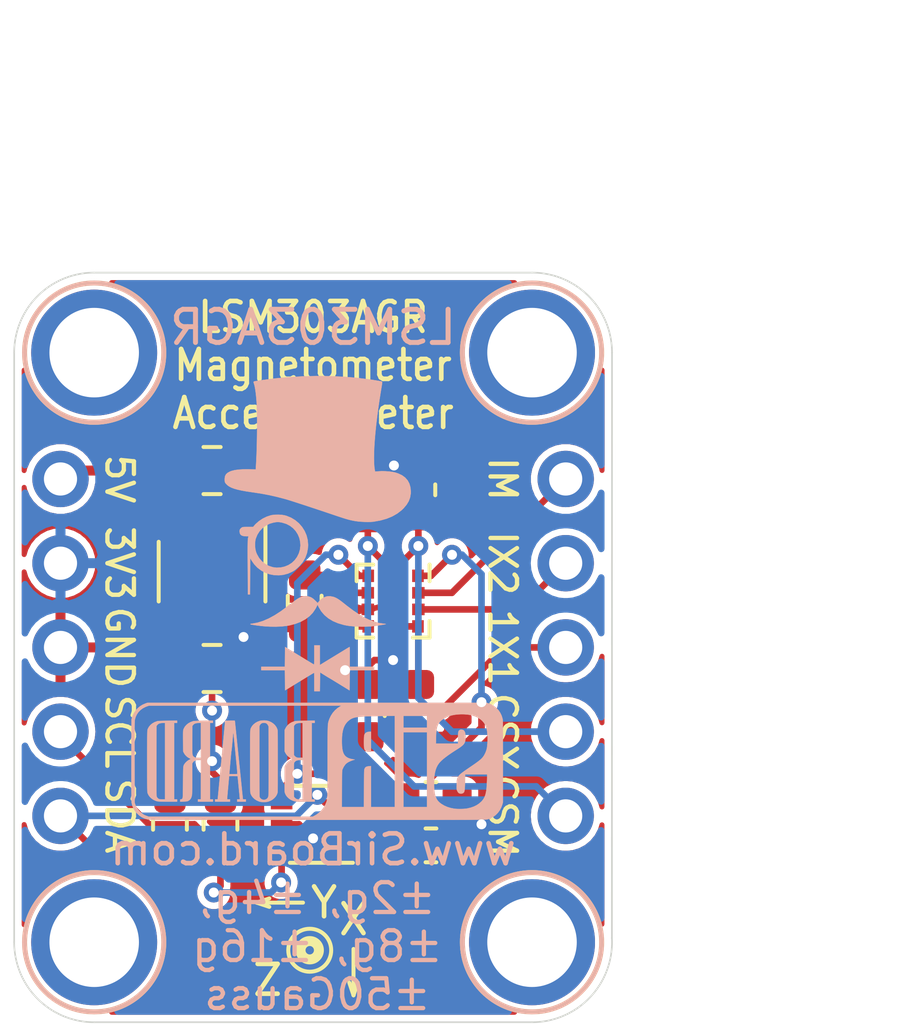
<source format=kicad_pcb>
(kicad_pcb (version 20171130) (host pcbnew "(5.1.2)-2")

  (general
    (thickness 1.6)
    (drawings 38)
    (tracks 125)
    (zones 0)
    (modules 22)
    (nets 15)
  )

  (page User 132.004 102.006)
  (title_block
    (title "LSM303AGR Breakout with 5V Level Shift")
    (date 2019-12-20)
    (rev 1)
    (company SirBoard)
    (comment 1 "Digital 16 bit I2C/SPI Accelerometer And Magnetometer")
    (comment 2 "Magnetometer: ±5000µT")
    (comment 3 "Accelerometer: ±2g, ±4g, ±8g, ±16g ")
    (comment 4 LSM303AGR)
  )

  (layers
    (0 F.Cu signal)
    (31 B.Cu signal)
    (32 B.Adhes user hide)
    (33 F.Adhes user hide)
    (34 B.Paste user hide)
    (35 F.Paste user hide)
    (36 B.SilkS user)
    (37 F.SilkS user)
    (38 B.Mask user hide)
    (39 F.Mask user hide)
    (40 Dwgs.User user)
    (41 Cmts.User user hide)
    (42 Eco1.User user hide)
    (43 Eco2.User user hide)
    (44 Edge.Cuts user)
    (45 Margin user hide)
    (46 B.CrtYd user hide)
    (47 F.CrtYd user hide)
    (48 B.Fab user hide)
    (49 F.Fab user hide)
  )

  (setup
    (last_trace_width 0.127)
    (user_trace_width 0.2)
    (user_trace_width 0.25)
    (user_trace_width 0.3)
    (user_trace_width 0.4)
    (user_trace_width 0.5)
    (user_trace_width 0.6)
    (user_trace_width 0.7)
    (user_trace_width 0.8)
    (user_trace_width 0.9)
    (user_trace_width 1)
    (trace_clearance 0.127)
    (zone_clearance 0.2)
    (zone_45_only no)
    (trace_min 0.127)
    (via_size 0.6)
    (via_drill 0.3)
    (via_min_size 0.6)
    (via_min_drill 0.3)
    (uvia_size 0.4)
    (uvia_drill 0.2)
    (uvias_allowed no)
    (uvia_min_size 0.4)
    (uvia_min_drill 0.1)
    (edge_width 0.05)
    (segment_width 0.2)
    (pcb_text_width 0.3)
    (pcb_text_size 1.5 1.5)
    (mod_edge_width 0.12)
    (mod_text_size 1 1)
    (mod_text_width 0.15)
    (pad_size 1.7 1.7)
    (pad_drill 1)
    (pad_to_mask_clearance 0)
    (solder_mask_min_width 0.1)
    (aux_axis_origin 0 0)
    (visible_elements 7FFFFFFF)
    (pcbplotparams
      (layerselection 0x010fc_ffffffff)
      (usegerberextensions false)
      (usegerberattributes false)
      (usegerberadvancedattributes false)
      (creategerberjobfile false)
      (excludeedgelayer true)
      (linewidth 0.100000)
      (plotframeref false)
      (viasonmask false)
      (mode 1)
      (useauxorigin false)
      (hpglpennumber 1)
      (hpglpenspeed 20)
      (hpglpendiameter 15.000000)
      (psnegative false)
      (psa4output false)
      (plotreference true)
      (plotvalue true)
      (plotinvisibletext false)
      (padsonsilk false)
      (subtractmaskfromsilk false)
      (outputformat 1)
      (mirror false)
      (drillshape 1)
      (scaleselection 1)
      (outputdirectory ""))
  )

  (net 0 "")
  (net 1 GND)
  (net 2 5V)
  (net 3 3V3)
  (net 4 "Net-(U1-Pad4)")
  (net 5 "Net-(C3-Pad1)")
  (net 6 SDA_3V3)
  (net 7 SCL_3V3)
  (net 8 CS_MAG)
  (net 9 CS_XL)
  (net 10 INT_1_XL)
  (net 11 INT_2_XL)
  (net 12 INT_MAG)
  (net 13 SCL_5V)
  (net 14 SDA_5V)

  (net_class Default "This is the default net class."
    (clearance 0.127)
    (trace_width 0.127)
    (via_dia 0.6)
    (via_drill 0.3)
    (uvia_dia 0.4)
    (uvia_drill 0.2)
    (add_net 3V3)
    (add_net 5V)
    (add_net CS_MAG)
    (add_net CS_XL)
    (add_net GND)
    (add_net INT_1_XL)
    (add_net INT_2_XL)
    (add_net INT_MAG)
    (add_net "Net-(C3-Pad1)")
    (add_net "Net-(U1-Pad4)")
    (add_net SCL_3V3)
    (add_net SCL_5V)
    (add_net SDA_3V3)
    (add_net SDA_5V)
  )

  (module Capacitor_SMD:C_0805_2012Metric (layer F.Cu) (tedit 5B36C52B) (tstamp 5DFDC456)
    (at 60.96 37.846 180)
    (descr "Capacitor SMD 0805 (2012 Metric), square (rectangular) end terminal, IPC_7351 nominal, (Body size source: https://docs.google.com/spreadsheets/d/1BsfQQcO9C6DZCsRaXUlFlo91Tg2WpOkGARC1WS5S8t0/edit?usp=sharing), generated with kicad-footprint-generator")
    (tags capacitor)
    (path /5DB63C13)
    (attr smd)
    (fp_text reference C2 (at 0 0) (layer F.SilkS) hide
      (effects (font (size 1 1) (thickness 0.15)))
    )
    (fp_text value 10uF (at 0 1.65) (layer F.Fab)
      (effects (font (size 1 1) (thickness 0.15)))
    )
    (fp_text user %R (at 0 0) (layer F.Fab)
      (effects (font (size 0.5 0.5) (thickness 0.08)))
    )
    (fp_line (start 1.68 0.95) (end -1.68 0.95) (layer F.CrtYd) (width 0.05))
    (fp_line (start 1.68 -0.95) (end 1.68 0.95) (layer F.CrtYd) (width 0.05))
    (fp_line (start -1.68 -0.95) (end 1.68 -0.95) (layer F.CrtYd) (width 0.05))
    (fp_line (start -1.68 0.95) (end -1.68 -0.95) (layer F.CrtYd) (width 0.05))
    (fp_line (start -0.258578 0.71) (end 0.258578 0.71) (layer F.SilkS) (width 0.12))
    (fp_line (start -0.258578 -0.71) (end 0.258578 -0.71) (layer F.SilkS) (width 0.12))
    (fp_line (start 1 0.6) (end -1 0.6) (layer F.Fab) (width 0.1))
    (fp_line (start 1 -0.6) (end 1 0.6) (layer F.Fab) (width 0.1))
    (fp_line (start -1 -0.6) (end 1 -0.6) (layer F.Fab) (width 0.1))
    (fp_line (start -1 0.6) (end -1 -0.6) (layer F.Fab) (width 0.1))
    (pad 2 smd roundrect (at 0.9375 0 180) (size 0.975 1.4) (layers F.Cu F.Paste F.Mask) (roundrect_rratio 0.25)
      (net 1 GND))
    (pad 1 smd roundrect (at -0.9375 0 180) (size 0.975 1.4) (layers F.Cu F.Paste F.Mask) (roundrect_rratio 0.25)
      (net 3 3V3))
    (model ${KISYS3DMOD}/Capacitor_SMD.3dshapes/C_0805_2012Metric.wrl
      (at (xyz 0 0 0))
      (scale (xyz 1 1 1))
      (rotate (xyz 0 0 0))
    )
  )

  (module Capacitor_SMD:C_0805_2012Metric (layer F.Cu) (tedit 5B36C52B) (tstamp 5DFDC445)
    (at 60.96 31.877)
    (descr "Capacitor SMD 0805 (2012 Metric), square (rectangular) end terminal, IPC_7351 nominal, (Body size source: https://docs.google.com/spreadsheets/d/1BsfQQcO9C6DZCsRaXUlFlo91Tg2WpOkGARC1WS5S8t0/edit?usp=sharing), generated with kicad-footprint-generator")
    (tags capacitor)
    (path /5DB63538)
    (attr smd)
    (fp_text reference C1 (at 0 0) (layer F.SilkS) hide
      (effects (font (size 1 1) (thickness 0.15)))
    )
    (fp_text value 10uF (at 0 1.65) (layer F.Fab)
      (effects (font (size 1 1) (thickness 0.15)))
    )
    (fp_text user %R (at 0 0) (layer F.Fab)
      (effects (font (size 0.5 0.5) (thickness 0.08)))
    )
    (fp_line (start 1.68 0.95) (end -1.68 0.95) (layer F.CrtYd) (width 0.05))
    (fp_line (start 1.68 -0.95) (end 1.68 0.95) (layer F.CrtYd) (width 0.05))
    (fp_line (start -1.68 -0.95) (end 1.68 -0.95) (layer F.CrtYd) (width 0.05))
    (fp_line (start -1.68 0.95) (end -1.68 -0.95) (layer F.CrtYd) (width 0.05))
    (fp_line (start -0.258578 0.71) (end 0.258578 0.71) (layer F.SilkS) (width 0.12))
    (fp_line (start -0.258578 -0.71) (end 0.258578 -0.71) (layer F.SilkS) (width 0.12))
    (fp_line (start 1 0.6) (end -1 0.6) (layer F.Fab) (width 0.1))
    (fp_line (start 1 -0.6) (end 1 0.6) (layer F.Fab) (width 0.1))
    (fp_line (start -1 -0.6) (end 1 -0.6) (layer F.Fab) (width 0.1))
    (fp_line (start -1 0.6) (end -1 -0.6) (layer F.Fab) (width 0.1))
    (pad 2 smd roundrect (at 0.9375 0) (size 0.975 1.4) (layers F.Cu F.Paste F.Mask) (roundrect_rratio 0.25)
      (net 1 GND))
    (pad 1 smd roundrect (at -0.9375 0) (size 0.975 1.4) (layers F.Cu F.Paste F.Mask) (roundrect_rratio 0.25)
      (net 2 5V))
    (model ${KISYS3DMOD}/Capacitor_SMD.3dshapes/C_0805_2012Metric.wrl
      (at (xyz 0 0 0))
      (scale (xyz 1 1 1))
      (rotate (xyz 0 0 0))
    )
  )

  (module Package_LGA:LGA-12_2x2mm_P0.5mm (layer F.Cu) (tedit 5A0AAFFD) (tstamp 5DFDB083)
    (at 66.421 35.814 270)
    (descr LGA12)
    (tags "lga land grid array")
    (path /5E12F7CD)
    (attr smd)
    (fp_text reference U2 (at 0 -1.85 90) (layer F.SilkS) hide
      (effects (font (size 1 1) (thickness 0.15)))
    )
    (fp_text value LSM303AGR (at 0 1.6 90) (layer F.Fab)
      (effects (font (size 1 1) (thickness 0.15)))
    )
    (fp_line (start -1.25 -1.25) (end 1.25 -1.25) (layer F.CrtYd) (width 0.05))
    (fp_line (start -1.25 1.25) (end -1.25 -1.25) (layer F.CrtYd) (width 0.05))
    (fp_line (start 1.25 1.25) (end -1.25 1.25) (layer F.CrtYd) (width 0.05))
    (fp_line (start 1.25 -1.25) (end 1.25 1.25) (layer F.CrtYd) (width 0.05))
    (fp_line (start -1.1 -1.1) (end -1.1 -1.1) (layer F.SilkS) (width 0.12))
    (fp_line (start -0.6 -1.1) (end -1.1 -1.1) (layer F.SilkS) (width 0.12))
    (fp_line (start -1.1 0.6) (end -1.1 0.6) (layer F.SilkS) (width 0.12))
    (fp_line (start -1.1 1.1) (end -1.1 0.6) (layer F.SilkS) (width 0.12))
    (fp_line (start -0.6 1.1) (end -1.1 1.1) (layer F.SilkS) (width 0.12))
    (fp_line (start 0.6 1.1) (end 0.6 1.1) (layer F.SilkS) (width 0.12))
    (fp_line (start 1.1 1.1) (end 0.6 1.1) (layer F.SilkS) (width 0.12))
    (fp_line (start 1.1 0.6) (end 1.1 1.1) (layer F.SilkS) (width 0.12))
    (fp_line (start 1.1 -0.6) (end 1.1 -0.6) (layer F.SilkS) (width 0.12))
    (fp_line (start 1.1 -1.1) (end 1.1 -0.6) (layer F.SilkS) (width 0.12))
    (fp_line (start 0.6 -1.1) (end 1.1 -1.1) (layer F.SilkS) (width 0.12))
    (fp_line (start -0.5 -1) (end 1 -1) (layer F.Fab) (width 0.1))
    (fp_line (start -1 -0.5) (end -0.5 -1) (layer F.Fab) (width 0.1))
    (fp_line (start -1 1) (end -1 -0.5) (layer F.Fab) (width 0.1))
    (fp_line (start 1 1) (end -1 1) (layer F.Fab) (width 0.1))
    (fp_line (start 1 -1) (end 1 1) (layer F.Fab) (width 0.1))
    (fp_text user %R (at 0 0 90) (layer F.Fab)
      (effects (font (size 0.5 0.5) (thickness 0.075)))
    )
    (pad 12 smd rect (at -0.25 -0.7625) (size 0.375 0.35) (layers F.Cu F.Paste F.Mask)
      (net 10 INT_1_XL))
    (pad 11 smd rect (at 0.25 -0.7625) (size 0.375 0.35) (layers F.Cu F.Paste F.Mask)
      (net 11 INT_2_XL))
    (pad 6 smd rect (at 0.25 0.7625) (size 0.375 0.35) (layers F.Cu F.Paste F.Mask)
      (net 1 GND))
    (pad 5 smd rect (at -0.25 0.7625) (size 0.375 0.35) (layers F.Cu F.Paste F.Mask)
      (net 5 "Net-(C3-Pad1)"))
    (pad 10 smd rect (at 0.7625 -0.75 270) (size 0.375 0.35) (layers F.Cu F.Paste F.Mask)
      (net 3 3V3))
    (pad 1 smd rect (at -0.7625 -0.75 270) (size 0.375 0.35) (layers F.Cu F.Paste F.Mask)
      (net 7 SCL_3V3))
    (pad 7 smd rect (at 0.7625 0.75 270) (size 0.375 0.35) (layers F.Cu F.Paste F.Mask)
      (net 12 INT_MAG))
    (pad 4 smd rect (at -0.7625 0.75 270) (size 0.375 0.35) (layers F.Cu F.Paste F.Mask)
      (net 6 SDA_3V3))
    (pad 8 smd rect (at 0.7625 0.25 270) (size 0.375 0.35) (layers F.Cu F.Paste F.Mask)
      (net 1 GND))
    (pad 9 smd rect (at 0.7625 -0.25 270) (size 0.375 0.35) (layers F.Cu F.Paste F.Mask)
      (net 3 3V3))
    (pad 3 smd rect (at -0.7625 0.25 270) (size 0.375 0.35) (layers F.Cu F.Paste F.Mask)
      (net 8 CS_MAG))
    (pad 2 smd rect (at -0.7625 -0.25 270) (size 0.375 0.35) (layers F.Cu F.Paste F.Mask)
      (net 9 CS_XL))
    (model ${KISYS3DMOD}/Package_LGA.3dshapes/LGA-12_2x2mm_P0.5mm.wrl
      (at (xyz 0 0 0))
      (scale (xyz 1 1 1))
      (rotate (xyz 0 0 0))
    )
  )

  (module Resistor_SMD:R_0603_1608Metric (layer F.Cu) (tedit 5B301BBD) (tstamp 5DFDB036)
    (at 65.659 32.512 270)
    (descr "Resistor SMD 0603 (1608 Metric), square (rectangular) end terminal, IPC_7351 nominal, (Body size source: http://www.tortai-tech.com/upload/download/2011102023233369053.pdf), generated with kicad-footprint-generator")
    (tags resistor)
    (path /5E195D21)
    (attr smd)
    (fp_text reference R6 (at 0 0 90) (layer F.SilkS) hide
      (effects (font (size 1 1) (thickness 0.15)))
    )
    (fp_text value 10K (at 0 1.43 90) (layer F.Fab)
      (effects (font (size 1 1) (thickness 0.15)))
    )
    (fp_text user %R (at 0 0 90) (layer F.Fab)
      (effects (font (size 0.4 0.4) (thickness 0.06)))
    )
    (fp_line (start 1.48 0.73) (end -1.48 0.73) (layer F.CrtYd) (width 0.05))
    (fp_line (start 1.48 -0.73) (end 1.48 0.73) (layer F.CrtYd) (width 0.05))
    (fp_line (start -1.48 -0.73) (end 1.48 -0.73) (layer F.CrtYd) (width 0.05))
    (fp_line (start -1.48 0.73) (end -1.48 -0.73) (layer F.CrtYd) (width 0.05))
    (fp_line (start -0.162779 0.51) (end 0.162779 0.51) (layer F.SilkS) (width 0.12))
    (fp_line (start -0.162779 -0.51) (end 0.162779 -0.51) (layer F.SilkS) (width 0.12))
    (fp_line (start 0.8 0.4) (end -0.8 0.4) (layer F.Fab) (width 0.1))
    (fp_line (start 0.8 -0.4) (end 0.8 0.4) (layer F.Fab) (width 0.1))
    (fp_line (start -0.8 -0.4) (end 0.8 -0.4) (layer F.Fab) (width 0.1))
    (fp_line (start -0.8 0.4) (end -0.8 -0.4) (layer F.Fab) (width 0.1))
    (pad 2 smd roundrect (at 0.7875 0 270) (size 0.875 0.95) (layers F.Cu F.Paste F.Mask) (roundrect_rratio 0.25)
      (net 8 CS_MAG))
    (pad 1 smd roundrect (at -0.7875 0 270) (size 0.875 0.95) (layers F.Cu F.Paste F.Mask) (roundrect_rratio 0.25)
      (net 3 3V3))
    (model ${KISYS3DMOD}/Resistor_SMD.3dshapes/R_0603_1608Metric.wrl
      (at (xyz 0 0 0))
      (scale (xyz 1 1 1))
      (rotate (xyz 0 0 0))
    )
  )

  (module Resistor_SMD:R_0603_1608Metric (layer F.Cu) (tedit 5B301BBD) (tstamp 5DFDB025)
    (at 67.183 32.458 270)
    (descr "Resistor SMD 0603 (1608 Metric), square (rectangular) end terminal, IPC_7351 nominal, (Body size source: http://www.tortai-tech.com/upload/download/2011102023233369053.pdf), generated with kicad-footprint-generator")
    (tags resistor)
    (path /5E195D1A)
    (attr smd)
    (fp_text reference R5 (at 0.054 0.03 90) (layer F.SilkS) hide
      (effects (font (size 1 1) (thickness 0.15)))
    )
    (fp_text value 10K (at 0 1.43 90) (layer F.Fab)
      (effects (font (size 1 1) (thickness 0.15)))
    )
    (fp_text user %R (at 0 0 90) (layer F.Fab)
      (effects (font (size 0.4 0.4) (thickness 0.06)))
    )
    (fp_line (start 1.48 0.73) (end -1.48 0.73) (layer F.CrtYd) (width 0.05))
    (fp_line (start 1.48 -0.73) (end 1.48 0.73) (layer F.CrtYd) (width 0.05))
    (fp_line (start -1.48 -0.73) (end 1.48 -0.73) (layer F.CrtYd) (width 0.05))
    (fp_line (start -1.48 0.73) (end -1.48 -0.73) (layer F.CrtYd) (width 0.05))
    (fp_line (start -0.162779 0.51) (end 0.162779 0.51) (layer F.SilkS) (width 0.12))
    (fp_line (start -0.162779 -0.51) (end 0.162779 -0.51) (layer F.SilkS) (width 0.12))
    (fp_line (start 0.8 0.4) (end -0.8 0.4) (layer F.Fab) (width 0.1))
    (fp_line (start 0.8 -0.4) (end 0.8 0.4) (layer F.Fab) (width 0.1))
    (fp_line (start -0.8 -0.4) (end 0.8 -0.4) (layer F.Fab) (width 0.1))
    (fp_line (start -0.8 0.4) (end -0.8 -0.4) (layer F.Fab) (width 0.1))
    (pad 2 smd roundrect (at 0.7875 0 270) (size 0.875 0.95) (layers F.Cu F.Paste F.Mask) (roundrect_rratio 0.25)
      (net 9 CS_XL))
    (pad 1 smd roundrect (at -0.7875 0 270) (size 0.875 0.95) (layers F.Cu F.Paste F.Mask) (roundrect_rratio 0.25)
      (net 3 3V3))
    (model ${KISYS3DMOD}/Resistor_SMD.3dshapes/R_0603_1608Metric.wrl
      (at (xyz 0 0 0))
      (scale (xyz 1 1 1))
      (rotate (xyz 0 0 0))
    )
  )

  (module Capacitor_SMD:C_0603_1608Metric (layer F.Cu) (tedit 5B301BBE) (tstamp 5DFDAEE2)
    (at 65.659 39.116 270)
    (descr "Capacitor SMD 0603 (1608 Metric), square (rectangular) end terminal, IPC_7351 nominal, (Body size source: http://www.tortai-tech.com/upload/download/2011102023233369053.pdf), generated with kicad-footprint-generator")
    (tags capacitor)
    (path /5E1620C3)
    (attr smd)
    (fp_text reference C5 (at 0 0 90) (layer F.SilkS) hide
      (effects (font (size 1 1) (thickness 0.15)))
    )
    (fp_text value 100nF (at 0 1.43 90) (layer F.Fab)
      (effects (font (size 1 1) (thickness 0.15)))
    )
    (fp_text user %R (at 0 0 90) (layer F.Fab)
      (effects (font (size 0.4 0.4) (thickness 0.06)))
    )
    (fp_line (start 1.48 0.73) (end -1.48 0.73) (layer F.CrtYd) (width 0.05))
    (fp_line (start 1.48 -0.73) (end 1.48 0.73) (layer F.CrtYd) (width 0.05))
    (fp_line (start -1.48 -0.73) (end 1.48 -0.73) (layer F.CrtYd) (width 0.05))
    (fp_line (start -1.48 0.73) (end -1.48 -0.73) (layer F.CrtYd) (width 0.05))
    (fp_line (start -0.162779 0.51) (end 0.162779 0.51) (layer F.SilkS) (width 0.12))
    (fp_line (start -0.162779 -0.51) (end 0.162779 -0.51) (layer F.SilkS) (width 0.12))
    (fp_line (start 0.8 0.4) (end -0.8 0.4) (layer F.Fab) (width 0.1))
    (fp_line (start 0.8 -0.4) (end 0.8 0.4) (layer F.Fab) (width 0.1))
    (fp_line (start -0.8 -0.4) (end 0.8 -0.4) (layer F.Fab) (width 0.1))
    (fp_line (start -0.8 0.4) (end -0.8 -0.4) (layer F.Fab) (width 0.1))
    (pad 2 smd roundrect (at 0.7875 0 270) (size 0.875 0.95) (layers F.Cu F.Paste F.Mask) (roundrect_rratio 0.25)
      (net 1 GND))
    (pad 1 smd roundrect (at -0.7875 0 270) (size 0.875 0.95) (layers F.Cu F.Paste F.Mask) (roundrect_rratio 0.25)
      (net 3 3V3))
    (model ${KISYS3DMOD}/Capacitor_SMD.3dshapes/C_0603_1608Metric.wrl
      (at (xyz 0 0 0))
      (scale (xyz 1 1 1))
      (rotate (xyz 0 0 0))
    )
  )

  (module Capacitor_SMD:C_0603_1608Metric (layer F.Cu) (tedit 5B301BBE) (tstamp 5DFDAED1)
    (at 67.183 39.116 270)
    (descr "Capacitor SMD 0603 (1608 Metric), square (rectangular) end terminal, IPC_7351 nominal, (Body size source: http://www.tortai-tech.com/upload/download/2011102023233369053.pdf), generated with kicad-footprint-generator")
    (tags capacitor)
    (path /5E1612E0)
    (attr smd)
    (fp_text reference C4 (at 0 0.03 90) (layer F.SilkS) hide
      (effects (font (size 1 1) (thickness 0.15)))
    )
    (fp_text value 100nF (at 0 1.43 90) (layer F.Fab)
      (effects (font (size 1 1) (thickness 0.15)))
    )
    (fp_text user %R (at 0 0 90) (layer F.Fab)
      (effects (font (size 0.4 0.4) (thickness 0.06)))
    )
    (fp_line (start 1.48 0.73) (end -1.48 0.73) (layer F.CrtYd) (width 0.05))
    (fp_line (start 1.48 -0.73) (end 1.48 0.73) (layer F.CrtYd) (width 0.05))
    (fp_line (start -1.48 -0.73) (end 1.48 -0.73) (layer F.CrtYd) (width 0.05))
    (fp_line (start -1.48 0.73) (end -1.48 -0.73) (layer F.CrtYd) (width 0.05))
    (fp_line (start -0.162779 0.51) (end 0.162779 0.51) (layer F.SilkS) (width 0.12))
    (fp_line (start -0.162779 -0.51) (end 0.162779 -0.51) (layer F.SilkS) (width 0.12))
    (fp_line (start 0.8 0.4) (end -0.8 0.4) (layer F.Fab) (width 0.1))
    (fp_line (start 0.8 -0.4) (end 0.8 0.4) (layer F.Fab) (width 0.1))
    (fp_line (start -0.8 -0.4) (end 0.8 -0.4) (layer F.Fab) (width 0.1))
    (fp_line (start -0.8 0.4) (end -0.8 -0.4) (layer F.Fab) (width 0.1))
    (pad 2 smd roundrect (at 0.7875 0 270) (size 0.875 0.95) (layers F.Cu F.Paste F.Mask) (roundrect_rratio 0.25)
      (net 1 GND))
    (pad 1 smd roundrect (at -0.7875 0 270) (size 0.875 0.95) (layers F.Cu F.Paste F.Mask) (roundrect_rratio 0.25)
      (net 3 3V3))
    (model ${KISYS3DMOD}/Capacitor_SMD.3dshapes/C_0603_1608Metric.wrl
      (at (xyz 0 0 0))
      (scale (xyz 1 1 1))
      (rotate (xyz 0 0 0))
    )
  )

  (module Capacitor_SMD:C_0603_1608Metric (layer F.Cu) (tedit 5B301BBE) (tstamp 5DFDAEC0)
    (at 63.754 35.814 270)
    (descr "Capacitor SMD 0603 (1608 Metric), square (rectangular) end terminal, IPC_7351 nominal, (Body size source: http://www.tortai-tech.com/upload/download/2011102023233369053.pdf), generated with kicad-footprint-generator")
    (tags capacitor)
    (path /5E185F07)
    (attr smd)
    (fp_text reference C3 (at 0 0 90) (layer F.SilkS) hide
      (effects (font (size 1 1) (thickness 0.15)))
    )
    (fp_text value 220nF (at 0 1.43 90) (layer F.Fab)
      (effects (font (size 1 1) (thickness 0.15)))
    )
    (fp_text user %R (at 0 0 90) (layer F.Fab)
      (effects (font (size 0.4 0.4) (thickness 0.06)))
    )
    (fp_line (start 1.48 0.73) (end -1.48 0.73) (layer F.CrtYd) (width 0.05))
    (fp_line (start 1.48 -0.73) (end 1.48 0.73) (layer F.CrtYd) (width 0.05))
    (fp_line (start -1.48 -0.73) (end 1.48 -0.73) (layer F.CrtYd) (width 0.05))
    (fp_line (start -1.48 0.73) (end -1.48 -0.73) (layer F.CrtYd) (width 0.05))
    (fp_line (start -0.162779 0.51) (end 0.162779 0.51) (layer F.SilkS) (width 0.12))
    (fp_line (start -0.162779 -0.51) (end 0.162779 -0.51) (layer F.SilkS) (width 0.12))
    (fp_line (start 0.8 0.4) (end -0.8 0.4) (layer F.Fab) (width 0.1))
    (fp_line (start 0.8 -0.4) (end 0.8 0.4) (layer F.Fab) (width 0.1))
    (fp_line (start -0.8 -0.4) (end 0.8 -0.4) (layer F.Fab) (width 0.1))
    (fp_line (start -0.8 0.4) (end -0.8 -0.4) (layer F.Fab) (width 0.1))
    (pad 2 smd roundrect (at 0.7875 0 270) (size 0.875 0.95) (layers F.Cu F.Paste F.Mask) (roundrect_rratio 0.25)
      (net 1 GND))
    (pad 1 smd roundrect (at -0.7875 0 270) (size 0.875 0.95) (layers F.Cu F.Paste F.Mask) (roundrect_rratio 0.25)
      (net 5 "Net-(C3-Pad1)"))
    (model ${KISYS3DMOD}/Capacitor_SMD.3dshapes/C_0603_1608Metric.wrl
      (at (xyz 0 0 0))
      (scale (xyz 1 1 1))
      (rotate (xyz 0 0 0))
    )
  )

  (module logo:SirBoard112x35 (layer B.Cu) (tedit 0) (tstamp 5DF14266)
    (at 64.135 40.64 180)
    (fp_text reference G*** (at 0 0) (layer B.SilkS) hide
      (effects (font (size 1.524 1.524) (thickness 0.3)) (justify mirror))
    )
    (fp_text value LOGO (at 0.75 0) (layer B.SilkS) hide
      (effects (font (size 1.524 1.524) (thickness 0.3)) (justify mirror))
    )
    (fp_poly (pts (xy -1.525562 0.880297) (xy -1.481591 0.865137) (xy -1.447984 0.839985) (xy -1.424896 0.804933)
      (xy -1.418358 0.787232) (xy -1.414957 0.768138) (xy -1.412171 0.737274) (xy -1.410021 0.697373)
      (xy -1.40853 0.651164) (xy -1.407719 0.601382) (xy -1.40761 0.550757) (xy -1.408223 0.502022)
      (xy -1.409582 0.457909) (xy -1.411708 0.421149) (xy -1.414622 0.394475) (xy -1.415212 0.391062)
      (xy -1.426948 0.351789) (xy -1.446379 0.322478) (xy -1.474912 0.302106) (xy -1.513953 0.28965)
      (xy -1.5621 0.284216) (xy -1.618343 0.281492) (xy -1.618343 0.885371) (xy -1.579746 0.885371)
      (xy -1.525562 0.880297)) (layer B.SilkS) (width 0.01))
    (fp_poly (pts (xy 4.512129 1.217193) (xy 4.587168 1.216128) (xy 4.649164 1.215004) (xy 4.699587 1.213752)
      (xy 4.739908 1.2123) (xy 4.771597 1.21058) (xy 4.796124 1.20852) (xy 4.81496 1.20605)
      (xy 4.829577 1.2031) (xy 4.834539 1.201779) (xy 4.907443 1.174745) (xy 4.972611 1.138092)
      (xy 5.028665 1.093018) (xy 5.074225 1.040722) (xy 5.107913 0.982402) (xy 5.118723 0.954836)
      (xy 5.120497 0.948681) (xy 5.122089 0.94077) (xy 5.123511 0.930338) (xy 5.12477 0.916621)
      (xy 5.125877 0.898853) (xy 5.126842 0.876272) (xy 5.127673 0.848113) (xy 5.128381 0.813611)
      (xy 5.128976 0.772002) (xy 5.129467 0.722523) (xy 5.129863 0.664408) (xy 5.130174 0.596893)
      (xy 5.13041 0.519215) (xy 5.13058 0.430608) (xy 5.130695 0.33031) (xy 5.130763 0.217554)
      (xy 5.130795 0.091578) (xy 5.1308 -0.003785) (xy 5.130794 -0.138578) (xy 5.13077 -0.259633)
      (xy 5.130716 -0.367727) (xy 5.130621 -0.463635) (xy 5.130473 -0.548136) (xy 5.130261 -0.622005)
      (xy 5.129973 -0.686019) (xy 5.129599 -0.740955) (xy 5.129127 -0.787588) (xy 5.128546 -0.826696)
      (xy 5.127844 -0.859055) (xy 5.12701 -0.885442) (xy 5.126032 -0.906632) (xy 5.1249 -0.923404)
      (xy 5.123601 -0.936532) (xy 5.122125 -0.946794) (xy 5.120461 -0.954966) (xy 5.118596 -0.961825)
      (xy 5.116719 -0.96757) (xy 5.089587 -1.024997) (xy 5.050105 -1.078057) (xy 5.000177 -1.125126)
      (xy 4.941705 -1.164583) (xy 4.876593 -1.194805) (xy 4.834912 -1.207886) (xy 4.820998 -1.210891)
      (xy 4.803749 -1.213336) (xy 4.781662 -1.215274) (xy 4.753237 -1.216756) (xy 4.716973 -1.217836)
      (xy 4.671368 -1.218565) (xy 4.614922 -1.218997) (xy 4.546133 -1.219183) (xy 4.511081 -1.2192)
      (xy 4.230914 -1.2192) (xy 4.230914 -1.15507) (xy 4.593771 -1.15507) (xy 4.683838 -1.152664)
      (xy 4.72157 -1.151516) (xy 4.747917 -1.150017) (xy 4.766008 -1.147515) (xy 4.778967 -1.14336)
      (xy 4.789924 -1.136903) (xy 4.801003 -1.128304) (xy 4.820959 -1.108979) (xy 4.837889 -1.087374)
      (xy 4.841631 -1.081133) (xy 4.843481 -1.077291) (xy 4.845152 -1.072531) (xy 4.846651 -1.066144)
      (xy 4.847987 -1.05742) (xy 4.849167 -1.045649) (xy 4.850199 -1.030122) (xy 4.85109 -1.01013)
      (xy 4.851847 -0.984962) (xy 4.852479 -0.953911) (xy 4.852993 -0.916265) (xy 4.853397 -0.871316)
      (xy 4.853698 -0.818354) (xy 4.853904 -0.75667) (xy 4.854023 -0.685554) (xy 4.854062 -0.604296)
      (xy 4.854028 -0.512188) (xy 4.85393 -0.408519) (xy 4.853775 -0.292581) (xy 4.853571 -0.163664)
      (xy 4.853325 -0.021058) (xy 4.853281 0.003628) (xy 4.8514 1.063171) (xy 4.83086 1.09002)
      (xy 4.807114 1.114832) (xy 4.778037 1.132601) (xy 4.741103 1.144299) (xy 4.693784 1.1509)
      (xy 4.668735 1.152454) (xy 4.593771 1.155788) (xy 4.593771 -1.15507) (xy 4.230914 -1.15507)
      (xy 4.230914 -1.153886) (xy 4.318 -1.153886) (xy 4.318 1.153885) (xy 4.230914 1.153885)
      (xy 4.230914 1.220826) (xy 4.512129 1.217193)) (layer B.SilkS) (width 0.01))
    (fp_poly (pts (xy 3.430814 1.217193) (xy 3.505854 1.216128) (xy 3.56785 1.215004) (xy 3.618273 1.213752)
      (xy 3.658594 1.2123) (xy 3.690282 1.21058) (xy 3.71481 1.20852) (xy 3.733646 1.20605)
      (xy 3.748263 1.2031) (xy 3.753225 1.201779) (xy 3.826235 1.174716) (xy 3.891421 1.138058)
      (xy 3.947434 1.092982) (xy 3.992924 1.040666) (xy 4.026542 0.98229) (xy 4.037836 0.953162)
      (xy 4.040869 0.94273) (xy 4.043342 0.930607) (xy 4.045298 0.915361) (xy 4.046777 0.89556)
      (xy 4.047823 0.869772) (xy 4.048476 0.836565) (xy 4.048779 0.794506) (xy 4.048774 0.742164)
      (xy 4.048503 0.678106) (xy 4.048035 0.604819) (xy 4.045857 0.293914) (xy 4.022319 0.245805)
      (xy 3.993743 0.200382) (xy 3.954739 0.156779) (xy 3.909252 0.11882) (xy 3.862369 0.090864)
      (xy 3.839869 0.079511) (xy 3.823704 0.070078) (xy 3.817265 0.064553) (xy 3.817257 0.064458)
      (xy 3.823334 0.058891) (xy 3.838048 0.052233) (xy 3.838943 0.051917) (xy 3.874004 0.035129)
      (xy 3.912415 0.009319) (xy 3.949979 -0.022138) (xy 3.982501 -0.055863) (xy 3.998135 -0.0762)
      (xy 4.007455 -0.089691) (xy 4.015474 -0.101647) (xy 4.022299 -0.113219) (xy 4.028035 -0.125559)
      (xy 4.032789 -0.139817) (xy 4.036665 -0.157145) (xy 4.03977 -0.178693) (xy 4.042209 -0.205615)
      (xy 4.044088 -0.239059) (xy 4.045514 -0.280179) (xy 4.046591 -0.330124) (xy 4.047426 -0.390047)
      (xy 4.048124 -0.461098) (xy 4.048792 -0.544429) (xy 4.049486 -0.635) (xy 4.050242 -0.730678)
      (xy 4.050954 -0.812918) (xy 4.051699 -0.882797) (xy 4.052551 -0.94139) (xy 4.053585 -0.989774)
      (xy 4.054877 -1.029023) (xy 4.056502 -1.060216) (xy 4.058536 -1.084427) (xy 4.061053 -1.102733)
      (xy 4.06413 -1.11621) (xy 4.06784 -1.125934) (xy 4.072261 -1.13298) (xy 4.077466 -1.138426)
      (xy 4.083531 -1.143346) (xy 4.085142 -1.144584) (xy 4.101021 -1.151411) (xy 4.116614 -1.153655)
      (xy 4.128813 -1.1549) (xy 4.134651 -1.160871) (xy 4.136455 -1.17548) (xy 4.136571 -1.187224)
      (xy 4.136571 -1.220561) (xy 4.033157 -1.217579) (xy 3.989456 -1.215991) (xy 3.957234 -1.213861)
      (xy 3.933455 -1.21078) (xy 3.915084 -1.206339) (xy 3.899085 -1.200126) (xy 3.897086 -1.199197)
      (xy 3.855555 -1.173032) (xy 3.823431 -1.137693) (xy 3.800158 -1.092246) (xy 3.785182 -1.035754)
      (xy 3.780621 -1.002985) (xy 3.779409 -0.98421) (xy 3.778264 -0.952428) (xy 3.777207 -0.909147)
      (xy 3.776257 -0.855875) (xy 3.775435 -0.794121) (xy 3.774762 -0.725391) (xy 3.774259 -0.651194)
      (xy 3.773945 -0.573037) (xy 3.773843 -0.503978) (xy 3.773714 -0.068156) (xy 3.752766 -0.035124)
      (xy 3.731914 -0.008638) (xy 3.706346 0.0106) (xy 3.673594 0.023635) (xy 3.631192 0.031511)
      (xy 3.587421 0.034854) (xy 3.512457 0.038188) (xy 3.512457 -1.153886) (xy 3.599543 -1.153886)
      (xy 3.599543 -1.2192) (xy 3.1496 -1.2192) (xy 3.1496 -1.153886) (xy 3.236686 -1.153886)
      (xy 3.236686 0.100416) (xy 3.512457 0.100416) (xy 3.602524 0.102822) (xy 3.640256 0.10397)
      (xy 3.666603 0.105469) (xy 3.684693 0.107971) (xy 3.697653 0.112126) (xy 3.708609 0.118583)
      (xy 3.719689 0.127182) (xy 3.730675 0.135901) (xy 3.740076 0.143671) (xy 3.748009 0.15163)
      (xy 3.754592 0.160921) (xy 3.759945 0.172684) (xy 3.764185 0.18806) (xy 3.767431 0.20819)
      (xy 3.769802 0.234214) (xy 3.771415 0.267274) (xy 3.772389 0.30851) (xy 3.772843 0.359063)
      (xy 3.772895 0.420075) (xy 3.772664 0.492685) (xy 3.772267 0.578034) (xy 3.772019 0.631371)
      (xy 3.770086 1.063171) (xy 3.749546 1.09002) (xy 3.725799 1.114832) (xy 3.696723 1.132601)
      (xy 3.659789 1.144299) (xy 3.61247 1.1509) (xy 3.587421 1.152454) (xy 3.512457 1.155788)
      (xy 3.512457 0.100416) (xy 3.236686 0.100416) (xy 3.236686 1.153885) (xy 3.1496 1.153885)
      (xy 3.1496 1.220826) (xy 3.430814 1.217193)) (layer B.SilkS) (width 0.01))
    (fp_poly (pts (xy 2.577941 1.21992) (xy 2.616453 1.219519) (xy 2.656135 1.218798) (xy 2.694339 1.217805)
      (xy 2.728419 1.216587) (xy 2.755728 1.215192) (xy 2.773619 1.213666) (xy 2.779486 1.21218)
      (xy 2.780161 1.203823) (xy 2.782126 1.181953) (xy 2.785294 1.147507) (xy 2.789574 1.10142)
      (xy 2.794879 1.044627) (xy 2.801119 0.978066) (xy 2.808206 0.902672) (xy 2.81605 0.81938)
      (xy 2.824563 0.729128) (xy 2.833655 0.63285) (xy 2.843239 0.531482) (xy 2.853226 0.425961)
      (xy 2.863525 0.317222) (xy 2.874049 0.206202) (xy 2.884709 0.093835) (xy 2.895416 -0.018941)
      (xy 2.906081 -0.131191) (xy 2.916615 -0.241979) (xy 2.926929 -0.35037) (xy 2.936935 -0.455426)
      (xy 2.946543 -0.556213) (xy 2.955665 -0.651794) (xy 2.964212 -0.741234) (xy 2.972095 -0.823597)
      (xy 2.979226 -0.897946) (xy 2.985515 -0.963346) (xy 2.990873 -1.01886) (xy 2.995212 -1.063554)
      (xy 2.998444 -1.096491) (xy 3.000478 -1.116734) (xy 3.001167 -1.123043) (xy 3.005346 -1.153886)
      (xy 3.084286 -1.153886) (xy 3.084286 -1.2192) (xy 2.634343 -1.2192) (xy 2.634343 -1.153886)
      (xy 2.677886 -1.153886) (xy 2.701989 -1.153585) (xy 2.714998 -1.151575) (xy 2.720336 -1.146199)
      (xy 2.721421 -1.135799) (xy 2.721429 -1.132777) (xy 2.72078 -1.121257) (xy 2.718924 -1.096878)
      (xy 2.715999 -1.061233) (xy 2.712141 -1.015916) (xy 2.707487 -0.962518) (xy 2.702174 -0.902634)
      (xy 2.696338 -0.837857) (xy 2.6924 -0.794657) (xy 2.686317 -0.727916) (xy 2.680666 -0.665328)
      (xy 2.675584 -0.608438) (xy 2.671206 -0.558796) (xy 2.667668 -0.517946) (xy 2.665106 -0.487438)
      (xy 2.663654 -0.468816) (xy 2.663371 -0.463795) (xy 2.662614 -0.458866) (xy 2.659031 -0.455267)
      (xy 2.650658 -0.452792) (xy 2.635529 -0.451229) (xy 2.61168 -0.450373) (xy 2.577145 -0.450014)
      (xy 2.532743 -0.449943) (xy 2.491014 -0.45018) (xy 2.4548 -0.450836) (xy 2.426392 -0.451835)
      (xy 2.408078 -0.453096) (xy 2.402114 -0.454435) (xy 2.40142 -0.46236) (xy 2.399434 -0.48327)
      (xy 2.396297 -0.515709) (xy 2.392152 -0.558221) (xy 2.387142 -0.609347) (xy 2.381409 -0.667631)
      (xy 2.375095 -0.731616) (xy 2.369457 -0.788596) (xy 2.362737 -0.856818) (xy 2.356483 -0.921045)
      (xy 2.350839 -0.979743) (xy 2.34595 -1.031375) (xy 2.34196 -1.074405) (xy 2.339014 -1.107299)
      (xy 2.337255 -1.128521) (xy 2.3368 -1.136075) (xy 2.337881 -1.14628) (xy 2.34349 -1.151593)
      (xy 2.357174 -1.153599) (xy 2.376714 -1.153886) (xy 2.416629 -1.153886) (xy 2.416629 -1.2192)
      (xy 2.155371 -1.2192) (xy 2.155371 -1.154579) (xy 2.200463 -1.152418) (xy 2.245554 -1.150257)
      (xy 2.324519 -0.379186) (xy 2.409167 -0.379186) (xy 2.41034 -0.383817) (xy 2.415017 -0.387169)
      (xy 2.425194 -0.389446) (xy 2.442868 -0.390851) (xy 2.470035 -0.391588) (xy 2.508691 -0.391861)
      (xy 2.533742 -0.391886) (xy 2.658113 -0.391886) (xy 2.653901 -0.353786) (xy 2.65238 -0.338493)
      (xy 2.649766 -0.310463) (xy 2.646212 -0.271418) (xy 2.641873 -0.223081) (xy 2.636903 -0.167176)
      (xy 2.631456 -0.105425) (xy 2.625688 -0.039551) (xy 2.622558 -0.003629) (xy 2.616742 0.062144)
      (xy 2.611139 0.123366) (xy 2.605901 0.17854) (xy 2.601179 0.22617) (xy 2.597122 0.264759)
      (xy 2.593883 0.29281) (xy 2.591611 0.308825) (xy 2.590752 0.312057) (xy 2.58912 0.31985)
      (xy 2.586447 0.340538) (xy 2.582894 0.372553) (xy 2.578619 0.414325) (xy 2.573782 0.464285)
      (xy 2.568541 0.520863) (xy 2.563056 0.582491) (xy 2.561491 0.600528) (xy 2.555987 0.663119)
      (xy 2.550707 0.720952) (xy 2.545807 0.772486) (xy 2.541441 0.816176) (xy 2.537765 0.850481)
      (xy 2.534935 0.873857) (xy 2.533106 0.884762) (xy 2.532783 0.885371) (xy 2.531636 0.878357)
      (xy 2.529242 0.858153) (xy 2.525725 0.826022) (xy 2.521207 0.783224) (xy 2.515813 0.73102)
      (xy 2.509666 0.67067) (xy 2.502888 0.603436) (xy 2.495603 0.530578) (xy 2.487934 0.453357)
      (xy 2.480005 0.373034) (xy 2.471938 0.29087) (xy 2.463858 0.208125) (xy 2.455886 0.126061)
      (xy 2.448147 0.045938) (xy 2.440764 -0.030983) (xy 2.43386 -0.10344) (xy 2.427558 -0.170175)
      (xy 2.421982 -0.229924) (xy 2.417254 -0.281428) (xy 2.413498 -0.323426) (xy 2.410837 -0.354657)
      (xy 2.409395 -0.37386) (xy 2.409167 -0.379186) (xy 2.324519 -0.379186) (xy 2.366697 0.032657)
      (xy 2.379966 0.162193) (xy 2.392836 0.287785) (xy 2.405231 0.408677) (xy 2.417072 0.52411)
      (xy 2.428281 0.63333) (xy 2.438781 0.735579) (xy 2.448493 0.8301) (xy 2.457341 0.916138)
      (xy 2.465246 0.992934) (xy 2.47213 1.059734) (xy 2.477915 1.115779) (xy 2.482525 1.160314)
      (xy 2.48588 1.192582) (xy 2.487903 1.211826) (xy 2.48852 1.217385) (xy 2.495887 1.218735)
      (xy 2.515011 1.219576) (xy 2.543245 1.219955) (xy 2.577941 1.21992)) (layer B.SilkS) (width 0.01))
    (fp_poly (pts (xy 0.361043 1.217193) (xy 0.43385 1.216219) (xy 0.493755 1.215243) (xy 0.542371 1.214177)
      (xy 0.581308 1.212935) (xy 0.612181 1.211431) (xy 0.6366 1.209577) (xy 0.656179 1.207287)
      (xy 0.672528 1.204474) (xy 0.687261 1.201052) (xy 0.69379 1.19929) (xy 0.765952 1.172679)
      (xy 0.830815 1.135681) (xy 0.88672 1.089579) (xy 0.93201 1.035656) (xy 0.95488 0.997201)
      (xy 0.983343 0.941114) (xy 0.983343 0.293914) (xy 0.959805 0.245805) (xy 0.931229 0.200382)
      (xy 0.892225 0.156779) (xy 0.846738 0.11882) (xy 0.799854 0.090864) (xy 0.777386 0.079671)
      (xy 0.761246 0.070632) (xy 0.754812 0.065645) (xy 0.754804 0.065563) (xy 0.760769 0.060565)
      (xy 0.776481 0.050898) (xy 0.798763 0.038498) (xy 0.802921 0.036285) (xy 0.857587 0.000984)
      (xy 0.905439 -0.042591) (xy 0.94349 -0.091449) (xy 0.959773 -0.120776) (xy 0.983343 -0.170543)
      (xy 0.985408 -0.547102) (xy 0.985832 -0.631973) (xy 0.986078 -0.7036) (xy 0.986115 -0.76325)
      (xy 0.985912 -0.812191) (xy 0.985438 -0.851693) (xy 0.984663 -0.883023) (xy 0.983556 -0.90745)
      (xy 0.982087 -0.926242) (xy 0.980226 -0.940667) (xy 0.977941 -0.951995) (xy 0.975443 -0.960759)
      (xy 0.948888 -1.019843) (xy 0.90991 -1.074162) (xy 0.860222 -1.122232) (xy 0.801539 -1.162569)
      (xy 0.735575 -1.193687) (xy 0.689533 -1.208287) (xy 0.67573 -1.211191) (xy 0.657961 -1.213557)
      (xy 0.634779 -1.215435) (xy 0.604736 -1.216872) (xy 0.566387 -1.217919) (xy 0.518284 -1.218622)
      (xy 0.45898 -1.21903) (xy 0.387029 -1.219192) (xy 0.363624 -1.2192) (xy 0.079829 -1.2192)
      (xy 0.079829 -1.153886) (xy 0.166914 -1.153886) (xy 0.442686 -1.153886) (xy 0.523852 -1.153886)
      (xy 0.562559 -1.153408) (xy 0.590445 -1.151649) (xy 0.611181 -1.14812) (xy 0.628439 -1.142334)
      (xy 0.635755 -1.139006) (xy 0.660177 -1.123253) (xy 0.682565 -1.102655) (xy 0.687031 -1.097278)
      (xy 0.707571 -1.070429) (xy 0.707571 -0.060626) (xy 0.688093 -0.031192) (xy 0.667207 -0.00615)
      (xy 0.641034 0.012102) (xy 0.607231 0.02449) (xy 0.563454 0.031944) (xy 0.521105 0.034919)
      (xy 0.442686 0.03815) (xy 0.442686 -1.153886) (xy 0.166914 -1.153886) (xy 0.166914 0.1016)
      (xy 0.442686 0.1016) (xy 0.523852 0.1016) (xy 0.562559 0.102078) (xy 0.590445 0.103837)
      (xy 0.611181 0.107365) (xy 0.628439 0.113152) (xy 0.635755 0.116479) (xy 0.660177 0.132232)
      (xy 0.682565 0.152831) (xy 0.687031 0.158208) (xy 0.707571 0.185057) (xy 0.707571 1.056974)
      (xy 0.688093 1.086408) (xy 0.667207 1.11145) (xy 0.641034 1.129702) (xy 0.607231 1.14209)
      (xy 0.563454 1.149544) (xy 0.521105 1.152519) (xy 0.442686 1.15575) (xy 0.442686 0.1016)
      (xy 0.166914 0.1016) (xy 0.166914 1.153885) (xy 0.079829 1.153885) (xy 0.079829 1.220724)
      (xy 0.361043 1.217193)) (layer B.SilkS) (width 0.01))
    (fp_poly (pts (xy 1.65475 1.225374) (xy 1.709175 1.218756) (xy 1.735944 1.212555) (xy 1.804872 1.18674)
      (xy 1.867504 1.151205) (xy 1.92206 1.10749) (xy 1.966761 1.057133) (xy 1.99983 1.001675)
      (xy 2.010662 0.974827) (xy 2.012703 0.968536) (xy 2.014537 0.961639) (xy 2.016174 0.953366)
      (xy 2.017627 0.942948) (xy 2.018906 0.929613) (xy 2.020021 0.912593) (xy 2.020985 0.891117)
      (xy 2.021808 0.864416) (xy 2.022502 0.83172) (xy 2.023077 0.792258) (xy 2.023544 0.745261)
      (xy 2.023915 0.689959) (xy 2.024201 0.625582) (xy 2.024412 0.55136) (xy 2.02456 0.466524)
      (xy 2.024656 0.370303) (xy 2.024711 0.261927) (xy 2.024737 0.140627) (xy 2.024743 0.005632)
      (xy 2.024743 -0.003629) (xy 2.024737 -0.13954) (xy 2.024714 -0.261706) (xy 2.024661 -0.370898)
      (xy 2.024568 -0.467885) (xy 2.024424 -0.553438) (xy 2.024217 -0.628326) (xy 2.023936 -0.693319)
      (xy 2.023571 -0.749187) (xy 2.02311 -0.7967) (xy 2.022543 -0.836628) (xy 2.021857 -0.86974)
      (xy 2.021043 -0.896808) (xy 2.020088 -0.918599) (xy 2.018983 -0.935885) (xy 2.017715 -0.949436)
      (xy 2.016274 -0.96002) (xy 2.014649 -0.968409) (xy 2.012828 -0.975372) (xy 2.010801 -0.981679)
      (xy 2.010662 -0.982084) (xy 1.98353 -1.039511) (xy 1.944048 -1.092571) (xy 1.89412 -1.139641)
      (xy 1.835648 -1.179098) (xy 1.770536 -1.209319) (xy 1.728855 -1.2224) (xy 1.689662 -1.229317)
      (xy 1.642082 -1.232841) (xy 1.591181 -1.233028) (xy 1.542024 -1.229934) (xy 1.499676 -1.223615)
      (xy 1.484086 -1.219702) (xy 1.413537 -1.193355) (xy 1.352924 -1.158697) (xy 1.299178 -1.113869)
      (xy 1.284283 -1.098534) (xy 1.252249 -1.060677) (xy 1.229064 -1.024125) (xy 1.211054 -0.982851)
      (xy 1.207393 -0.972457) (xy 1.205413 -0.966175) (xy 1.203634 -0.95906) (xy 1.202046 -0.950339)
      (xy 1.200639 -0.939241) (xy 1.199402 -0.924992) (xy 1.198322 -0.906821) (xy 1.197391 -0.883955)
      (xy 1.196597 -0.855622) (xy 1.195929 -0.821049) (xy 1.195376 -0.779464) (xy 1.194927 -0.730096)
      (xy 1.194573 -0.67217) (xy 1.194301 -0.604915) (xy 1.194101 -0.52756) (xy 1.193962 -0.43933)
      (xy 1.193873 -0.339454) (xy 1.193853 -0.292252) (xy 1.467265 -0.292252) (xy 1.467275 -0.428578)
      (xy 1.467413 -0.551933) (xy 1.467679 -0.662144) (xy 1.468073 -0.75904) (xy 1.468593 -0.842449)
      (xy 1.469237 -0.912199) (xy 1.470007 -0.96812) (xy 1.4709 -1.010038) (xy 1.471915 -1.037782)
      (xy 1.473028 -1.05105) (xy 1.480657 -1.078544) (xy 1.491854 -1.104054) (xy 1.498214 -1.114111)
      (xy 1.528546 -1.142646) (xy 1.565945 -1.160584) (xy 1.607059 -1.167434) (xy 1.648536 -1.162703)
      (xy 1.687025 -1.1459) (xy 1.692015 -1.142534) (xy 1.713059 -1.124355) (xy 1.730736 -1.103611)
      (xy 1.735521 -1.095942) (xy 1.737358 -1.092061) (xy 1.73902 -1.087196) (xy 1.740516 -1.080638)
      (xy 1.741854 -1.071678) (xy 1.743043 -1.059609) (xy 1.744092 -1.043723) (xy 1.74501 -1.023311)
      (xy 1.745805 -0.997665) (xy 1.746487 -0.966078) (xy 1.747063 -0.927841) (xy 1.747543 -0.882246)
      (xy 1.747935 -0.828585) (xy 1.748249 -0.76615) (xy 1.748492 -0.694233) (xy 1.748674 -0.612125)
      (xy 1.748804 -0.519118) (xy 1.74889 -0.414506) (xy 1.74894 -0.297578) (xy 1.748965 -0.167627)
      (xy 1.748971 -0.023946) (xy 1.748971 1.05496) (xy 1.733578 1.086759) (xy 1.71024 1.121258)
      (xy 1.678898 1.144096) (xy 1.638767 1.155726) (xy 1.611086 1.157514) (xy 1.566099 1.15247)
      (xy 1.530334 1.136747) (xy 1.502302 1.109458) (xy 1.486779 1.083607) (xy 1.469571 1.048657)
      (xy 1.467635 0.018628) (xy 1.467385 -0.143126) (xy 1.467265 -0.292252) (xy 1.193853 -0.292252)
      (xy 1.193824 -0.22716) (xy 1.193803 -0.101676) (xy 1.1938 -0.003629) (xy 1.193806 0.131692)
      (xy 1.193832 0.25327) (xy 1.193889 0.36188) (xy 1.193988 0.458294) (xy 1.19414 0.543283)
      (xy 1.194356 0.617622) (xy 1.194646 0.682082) (xy 1.195022 0.737436) (xy 1.195496 0.784457)
      (xy 1.196076 0.823918) (xy 1.196776 0.856591) (xy 1.197605 0.883248) (xy 1.198575 0.904663)
      (xy 1.199697 0.921607) (xy 1.200982 0.934855) (xy 1.20244 0.945177) (xy 1.204083 0.953347)
      (xy 1.205922 0.960138) (xy 1.207576 0.9652) (xy 1.236632 1.02764) (xy 1.277925 1.084046)
      (xy 1.329966 1.133104) (xy 1.391267 1.173501) (xy 1.460339 1.203924) (xy 1.487766 1.212445)
      (xy 1.538307 1.222216) (xy 1.595881 1.226527) (xy 1.65475 1.225374)) (layer B.SilkS) (width 0.01))
    (fp_poly (pts (xy 5.177971 1.74004) (xy 5.267255 1.702178) (xy 5.348157 1.652743) (xy 5.419973 1.592476)
      (xy 5.482 1.52212) (xy 5.533534 1.442418) (xy 5.573872 1.354112) (xy 5.590245 1.304848)
      (xy 5.605752 1.251857) (xy 5.607961 0.029028) (xy 5.608245 -0.149716) (xy 5.608421 -0.314153)
      (xy 5.608491 -0.46449) (xy 5.608452 -0.600934) (xy 5.608305 -0.723691) (xy 5.608047 -0.83297)
      (xy 5.607679 -0.928975) (xy 5.607199 -1.011915) (xy 5.606606 -1.081996) (xy 5.605899 -1.139425)
      (xy 5.605079 -1.184409) (xy 5.604142 -1.217155) (xy 5.60309 -1.23787) (xy 5.602404 -1.2446)
      (xy 5.581368 -1.334731) (xy 5.546753 -1.420426) (xy 5.499104 -1.500593) (xy 5.438966 -1.574138)
      (xy 5.437067 -1.576135) (xy 5.367737 -1.639813) (xy 5.293674 -1.690182) (xy 5.21337 -1.72808)
      (xy 5.125322 -1.75435) (xy 5.113127 -1.756975) (xy 5.108625 -1.757848) (xy 5.103554 -1.758683)
      (xy 5.097591 -1.759481) (xy 5.090416 -1.760241) (xy 5.081706 -1.760966) (xy 5.071139 -1.761656)
      (xy 5.058395 -1.762311) (xy 5.04315 -1.762934) (xy 5.025084 -1.763523) (xy 5.003875 -1.764081)
      (xy 4.9792 -1.764608) (xy 4.950738 -1.765105) (xy 4.918168 -1.765572) (xy 4.881166 -1.766011)
      (xy 4.839413 -1.766423) (xy 4.792585 -1.766807) (xy 4.740362 -1.767166) (xy 4.682421 -1.767499)
      (xy 4.61844 -1.767808) (xy 4.548099 -1.768093) (xy 4.471074 -1.768356) (xy 4.387045 -1.768597)
      (xy 4.295689 -1.768816) (xy 4.196685 -1.769016) (xy 4.089711 -1.769196) (xy 3.974445 -1.769357)
      (xy 3.850565 -1.7695) (xy 3.71775 -1.769627) (xy 3.575678 -1.769737) (xy 3.424027 -1.769832)
      (xy 3.262476 -1.769913) (xy 3.090702 -1.769979) (xy 2.908384 -1.770033) (xy 2.715199 -1.770075)
      (xy 2.510828 -1.770105) (xy 2.294946 -1.770125) (xy 2.067233 -1.770136) (xy 1.827367 -1.770138)
      (xy 1.575027 -1.770131) (xy 1.30989 -1.770118) (xy 1.031634 -1.770098) (xy 0.739938 -1.770073)
      (xy 0.43448 -1.770043) (xy 0.114939 -1.770009) (xy 0.003629 -1.769996) (xy -0.326004 -1.769957)
      (xy -0.641426 -1.769912) (xy -0.942942 -1.769862) (xy -1.230855 -1.769805) (xy -1.50547 -1.769741)
      (xy -1.76709 -1.769669) (xy -2.016021 -1.769589) (xy -2.252564 -1.769499) (xy -2.477025 -1.7694)
      (xy -2.689708 -1.769291) (xy -2.890915 -1.769171) (xy -3.080953 -1.769039) (xy -3.260123 -1.768895)
      (xy -3.428731 -1.768738) (xy -3.58708 -1.768567) (xy -3.735475 -1.768383) (xy -3.874218 -1.768183)
      (xy -4.003615 -1.767968) (xy -4.123969 -1.767737) (xy -4.235584 -1.767489) (xy -4.338764 -1.767224)
      (xy -4.433814 -1.766941) (xy -4.521036 -1.766639) (xy -4.600735 -1.766318) (xy -4.673216 -1.765977)
      (xy -4.738781 -1.765615) (xy -4.797735 -1.765232) (xy -4.850382 -1.764828) (xy -4.897026 -1.7644)
      (xy -4.937971 -1.76395) (xy -4.97352 -1.763476) (xy -5.003978 -1.762977) (xy -5.029649 -1.762454)
      (xy -5.050837 -1.761904) (xy -5.067845 -1.761328) (xy -5.080978 -1.760726) (xy -5.09054 -1.760095)
      (xy -5.096834 -1.759437) (xy -5.098143 -1.759231) (xy -5.127782 -1.753492) (xy -5.153624 -1.747552)
      (xy -5.170877 -1.742532) (xy -5.17287 -1.74174) (xy -5.188437 -1.735919) (xy -5.195718 -1.735061)
      (xy -5.192359 -1.739263) (xy -5.189726 -1.741024) (xy -5.187107 -1.745314) (xy -5.198261 -1.746394)
      (xy -5.201926 -1.746251) (xy -5.219497 -1.743732) (xy -5.229865 -1.739412) (xy -5.229521 -1.736655)
      (xy -5.223842 -1.738197) (xy -5.211751 -1.738783) (xy -5.207932 -1.735965) (xy -5.211394 -1.729428)
      (xy -5.224908 -1.720484) (xy -5.234412 -1.715911) (xy -5.312515 -1.674217) (xy -5.383882 -1.620536)
      (xy -5.44732 -1.556297) (xy -5.501639 -1.482926) (xy -5.545646 -1.401851) (xy -5.57815 -1.314499)
      (xy -5.582473 -1.299029) (xy -5.598886 -1.237343) (xy -5.598886 -0.003629) (xy -5.598879 0.153766)
      (xy -5.598855 0.297317) (xy -5.598806 0.427691) (xy -5.598726 0.545558) (xy -5.598623 0.638847)
      (xy -5.136498 0.638847) (xy -5.13582 0.60848) (xy -5.13256 0.529203) (xy -5.127048 0.461558)
      (xy -5.118713 0.402759) (xy -5.106986 0.350021) (xy -5.091297 0.300559) (xy -5.071077 0.251589)
      (xy -5.056682 0.221582) (xy -5.039451 0.188752) (xy -5.021651 0.158731) (xy -5.002156 0.1305)
      (xy -4.979839 0.103039) (xy -4.953574 0.075329) (xy -4.922234 0.046352) (xy -4.884692 0.015087)
      (xy -4.839821 -0.019485) (xy -4.786495 -0.058382) (xy -4.723587 -0.102624) (xy -4.64997 -0.15323)
      (xy -4.619171 -0.174193) (xy -4.53918 -0.22866) (xy -4.470375 -0.276136) (xy -4.411896 -0.317728)
      (xy -4.362883 -0.354539) (xy -4.322475 -0.387676) (xy -4.289813 -0.418243) (xy -4.264035 -0.447346)
      (xy -4.244282 -0.476089) (xy -4.229693 -0.505579) (xy -4.219407 -0.53692) (xy -4.212565 -0.571217)
      (xy -4.208306 -0.609576) (xy -4.20577 -0.653102) (xy -4.204096 -0.7029) (xy -4.203963 -0.707572)
      (xy -4.202746 -0.755159) (xy -4.202307 -0.790969) (xy -4.202827 -0.817726) (xy -4.204491 -0.838154)
      (xy -4.207482 -0.854979) (xy -4.211981 -0.870925) (xy -4.215654 -0.881693) (xy -4.229149 -0.911764)
      (xy -4.246115 -0.938677) (xy -4.25528 -0.949409) (xy -4.272072 -0.964004) (xy -4.289174 -0.972114)
      (xy -4.312725 -0.976281) (xy -4.322338 -0.977174) (xy -4.364386 -0.975688) (xy -4.397234 -0.963256)
      (xy -4.421589 -0.939543) (xy -4.429433 -0.926182) (xy -4.437063 -0.902357) (xy -4.443385 -0.864118)
      (xy -4.448395 -0.811505) (xy -4.452091 -0.744559) (xy -4.45447 -0.663319) (xy -4.455529 -0.567828)
      (xy -4.455572 -0.553357) (xy -4.455886 -0.399143) (xy -5.123543 -0.399143) (xy -5.123382 -0.462643)
      (xy -5.122698 -0.512634) (xy -5.120992 -0.569283) (xy -5.118437 -0.629655) (xy -5.115208 -0.690818)
      (xy -5.111476 -0.749837) (xy -5.107416 -0.803778) (xy -5.1032 -0.849709) (xy -5.099002 -0.884694)
      (xy -5.098115 -0.890529) (xy -5.082693 -0.970309) (xy -5.063431 -1.038328) (xy -5.039207 -1.097086)
      (xy -5.0089 -1.149078) (xy -4.971388 -1.196803) (xy -4.95076 -1.218661) (xy -4.882974 -1.278713)
      (xy -4.808217 -1.328926) (xy -4.725096 -1.369979) (xy -4.632216 -1.402551) (xy -4.528184 -1.427318)
      (xy -4.517571 -1.429307) (xy -4.471409 -1.435669) (xy -4.41495 -1.44018) (xy -4.352297 -1.442792)
      (xy -4.287555 -1.443456) (xy -4.224829 -1.442126) (xy -4.168222 -1.438752) (xy -4.125686 -1.433896)
      (xy -4.018095 -1.412533) (xy -3.920668 -1.382655) (xy -3.831245 -1.343415) (xy -3.747667 -1.293966)
      (xy -3.720694 -1.275039) (xy -3.674163 -1.236802) (xy -3.634667 -1.194509) (xy -3.601788 -1.146914)
      (xy -3.575105 -1.092772) (xy -3.5542 -1.030837) (xy -3.538653 -0.959863) (xy -3.528045 -0.878604)
      (xy -3.521957 -0.785814) (xy -3.51997 -0.680247) (xy -3.51997 -0.678543) (xy -3.522722 -0.558626)
      (xy -3.531218 -0.451119) (xy -3.545749 -0.354982) (xy -3.566605 -0.269176) (xy -3.594076 -0.192658)
      (xy -3.628452 -0.12439) (xy -3.670023 -0.063331) (xy -3.702014 -0.02597) (xy -3.748341 0.020241)
      (xy -3.803631 0.069097) (xy -3.868661 0.12118) (xy -3.944204 0.177073) (xy -4.031038 0.23736)
      (xy -4.129936 0.302623) (xy -4.190127 0.341085) (xy -4.254524 0.382511) (xy -4.307412 0.418338)
      (xy -4.350069 0.44983) (xy -4.383774 0.478253) (xy -4.409806 0.504872) (xy -4.429444 0.530951)
      (xy -4.443967 0.557754) (xy -4.454653 0.586549) (xy -4.460527 0.60853) (xy -4.466696 0.646073)
      (xy -4.470019 0.691098) (xy -4.470575 0.739308) (xy -4.468444 0.786407) (xy -4.463706 0.828098)
      (xy -4.45644 0.860085) (xy -4.455825 0.861888) (xy -4.438836 0.900208) (xy -4.418144 0.926105)
      (xy -4.391498 0.9416) (xy -4.359298 0.948454) (xy -4.333467 0.950072) (xy -4.315557 0.947522)
      (xy -4.299275 0.939572) (xy -4.2931 0.935495) (xy -4.280282 0.926169) (xy -4.270242 0.916603)
      (xy -4.262612 0.904952) (xy -4.257018 0.889372) (xy -4.25309 0.868019) (xy -4.250457 0.839048)
      (xy -4.248748 0.800615) (xy -4.247592 0.750876) (xy -4.246874 0.705757) (xy -4.244295 0.529771)
      (xy -3.575863 0.529771) (xy -3.579796 0.705757) (xy -3.582768 0.795607) (xy -3.587507 0.870857)
      (xy -3.309257 0.870857) (xy -3.309257 -1.386115) (xy -2.598057 -1.386115) (xy -2.3368 -1.386115)
      (xy -1.618343 -1.386115) (xy -1.618343 -0.150326) (xy -1.560581 -0.154285) (xy -1.513495 -0.160111)
      (xy -1.478202 -0.171074) (xy -1.452503 -0.188449) (xy -1.434199 -0.213509) (xy -1.426029 -0.232279)
      (xy -1.423336 -0.240125) (xy -1.420993 -0.248549) (xy -1.418969 -0.258578) (xy -1.417236 -0.271239)
      (xy -1.415766 -0.287558) (xy -1.414531 -0.308564) (xy -1.4135 -0.335284) (xy -1.412647 -0.368743)
      (xy -1.411941 -0.409969) (xy -1.411355 -0.459989) (xy -1.410861 -0.51983) (xy -1.410428 -0.590518)
      (xy -1.41003 -0.673082) (xy -1.409637 -0.768548) (xy -1.409404 -0.829129) (xy -1.407294 -1.386115)
      (xy -0.739474 -1.386115) (xy -0.741666 -0.836386) (xy -0.742078 -0.734064) (xy -0.742466 -0.645219)
      (xy -0.742862 -0.56881) (xy -0.743296 -0.503801) (xy -0.743803 -0.449153) (xy -0.744414 -0.403826)
      (xy -0.745161 -0.366784) (xy -0.746077 -0.336987) (xy -0.747195 -0.313398) (xy -0.748545 -0.294977)
      (xy -0.750161 -0.280687) (xy -0.752075 -0.269489) (xy -0.75432 -0.260345) (xy -0.756927 -0.252216)
      (xy -0.759928 -0.244065) (xy -0.760101 -0.243607) (xy -0.79452 -0.170947) (xy -0.839396 -0.10648)
      (xy -0.86021 -0.083274) (xy -0.896841 -0.052472) (xy -0.945237 -0.022771) (xy -1.002652 0.004376)
      (xy -1.066343 0.027518) (xy -1.074057 0.029891) (xy -1.128486 0.046314) (xy -1.07281 0.055043)
      (xy -1.000479 0.069952) (xy -0.93996 0.09047) (xy -0.88938 0.117373) (xy -0.852207 0.146385)
      (xy -0.822918 0.178348) (xy -0.798589 0.216299) (xy -0.778926 0.261459) (xy -0.763637 0.315045)
      (xy -0.752426 0.378277) (xy -0.745 0.452373) (xy -0.741065 0.538553) (xy -0.740229 0.610874)
      (xy -0.743221 0.724897) (xy -0.75241 0.826596) (xy -0.768115 0.916916) (xy -0.790656 0.996805)
      (xy -0.820351 1.067207) (xy -0.857519 1.12907) (xy -0.90248 1.183339) (xy -0.947057 1.2242)
      (xy -0.972962 1.244309) (xy -0.99904 1.262254) (xy -1.026245 1.278169) (xy -1.055531 1.292188)
      (xy -1.087851 1.304446) (xy -1.124161 1.315078) (xy -1.165412 1.324218) (xy -1.212559 1.332)
      (xy -1.266555 1.338559) (xy -1.328355 1.34403) (xy -1.398911 1.348546) (xy -1.479178 1.352243)
      (xy -1.57011 1.355255) (xy -1.67266 1.357717) (xy -1.787781 1.359762) (xy -1.916428 1.361526)
      (xy -1.921329 1.361586) (xy -2.3368 1.366655) (xy -2.3368 -1.386115) (xy -2.598057 -1.386115)
      (xy -2.598057 0.870857) (xy -3.309257 0.870857) (xy -3.587507 0.870857) (xy -3.587626 0.872738)
      (xy -3.594775 0.938869) (xy -3.60462 0.995719) (xy -3.617566 1.045007) (xy -3.634017 1.088452)
      (xy -3.654379 1.127774) (xy -3.679055 1.164691) (xy -3.691664 1.180964) (xy -3.730909 1.221277)
      (xy -3.782087 1.260787) (xy -3.84263 1.298066) (xy -3.90997 1.331688) (xy -3.981538 1.360225)
      (xy -3.995177 1.364343) (xy -3.309257 1.364343) (xy -3.309257 1.008743) (xy -2.598057 1.008743)
      (xy -2.598057 1.364343) (xy -3.309257 1.364343) (xy -3.995177 1.364343) (xy -4.053114 1.381835)
      (xy -4.136583 1.398646) (xy -4.228422 1.409703) (xy -4.324862 1.414997) (xy -4.422138 1.41452)
      (xy -4.516483 1.408261) (xy -4.60413 1.396212) (xy -4.66345 1.383307) (xy -4.75673 1.353391)
      (xy -4.840884 1.314919) (xy -4.914898 1.26853) (xy -4.977757 1.214865) (xy -5.028446 1.154564)
      (xy -5.030547 1.151527) (xy -5.062012 1.099366) (xy -5.08755 1.042672) (xy -5.107452 0.979949)
      (xy -5.122008 0.909701) (xy -5.131508 0.830432) (xy -5.136241 0.740646) (xy -5.136498 0.638847)
      (xy -5.598623 0.638847) (xy -5.598608 0.651587) (xy -5.598445 0.746448) (xy -5.598232 0.830809)
      (xy -5.597961 0.90534) (xy -5.597625 0.970709) (xy -5.597218 1.027587) (xy -5.596733 1.076641)
      (xy -5.596164 1.118541) (xy -5.595503 1.153957) (xy -5.594745 1.183557) (xy -5.593882 1.20801)
      (xy -5.592908 1.227986) (xy -5.591817 1.244154) (xy -5.5906 1.257183) (xy -5.589253 1.267741)
      (xy -5.587768 1.276499) (xy -5.586138 1.284125) (xy -5.586046 1.284514) (xy -5.557372 1.375481)
      (xy -5.516334 1.459592) (xy -5.463831 1.535879) (xy -5.400764 1.603378) (xy -5.328034 1.661124)
      (xy -5.301728 1.676304) (xy -0.7366 1.676304) (xy -0.689594 1.650107) (xy -0.606526 1.595615)
      (xy -0.531792 1.529802) (xy -0.466386 1.453872) (xy -0.411304 1.369026) (xy -0.367539 1.276467)
      (xy -0.357062 1.248228) (xy -0.351097 1.231249) (xy -0.345683 1.215638) (xy -0.340794 1.200652)
      (xy -0.336402 1.185546) (xy -0.332482 1.169574) (xy -0.329006 1.151993) (xy -0.325948 1.132058)
      (xy -0.32328 1.109024) (xy -0.320977 1.082146) (xy -0.319012 1.05068) (xy -0.317357 1.013882)
      (xy -0.315987 0.971007) (xy -0.314874 0.921309) (xy -0.313991 0.864045) (xy -0.313313 0.79847)
      (xy -0.312812 0.723839) (xy -0.312461 0.639408) (xy -0.312234 0.544432) (xy -0.312104 0.438166)
      (xy -0.312045 0.319865) (xy -0.312029 0.188786) (xy -0.31203 0.044184) (xy -0.31203 -0.006722)
      (xy -0.312024 -0.155701) (xy -0.312001 -0.290904) (xy -0.31194 -0.413067) (xy -0.311817 -0.522927)
      (xy -0.311613 -0.621223) (xy -0.311305 -0.708691) (xy -0.310872 -0.786069) (xy -0.310291 -0.854093)
      (xy -0.309542 -0.913503) (xy -0.308604 -0.965034) (xy -0.307453 -1.009424) (xy -0.306069 -1.04741)
      (xy -0.30443 -1.079731) (xy -0.302514 -1.107122) (xy -0.300301 -1.130322) (xy -0.297767 -1.150067)
      (xy -0.294893 -1.167096) (xy -0.291655 -1.182145) (xy -0.288033 -1.195952) (xy -0.284004 -1.209254)
      (xy -0.279548 -1.222788) (xy -0.276099 -1.232982) (xy -0.237214 -1.325532) (xy -0.185885 -1.4115)
      (xy -0.123139 -1.489705) (xy -0.050004 -1.558968) (xy 0.032492 -1.618108) (xy 0.085031 -1.64772)
      (xy 0.141356 -1.676525) (xy 2.616121 -1.674648) (xy 5.090886 -1.672772) (xy 5.148943 -1.653)
      (xy 5.217331 -1.625019) (xy 5.277902 -1.589473) (xy 5.33502 -1.543608) (xy 5.359399 -1.520237)
      (xy 5.402448 -1.473623) (xy 5.435826 -1.428526) (xy 5.462772 -1.37983) (xy 5.486525 -1.322419)
      (xy 5.489051 -1.315439) (xy 5.5118 -1.251857) (xy 5.51383 -0.029029) (xy 5.514081 0.128987)
      (xy 5.514282 0.273148) (xy 5.51443 0.404117) (xy 5.514519 0.522554) (xy 5.514544 0.62912)
      (xy 5.514501 0.724475) (xy 5.514384 0.80928) (xy 5.51419 0.884196) (xy 5.513913 0.949884)
      (xy 5.513548 1.007004) (xy 5.513092 1.056216) (xy 5.512538 1.098183) (xy 5.511883 1.133564)
      (xy 5.511121 1.16302) (xy 5.510248 1.187212) (xy 5.509259 1.206801) (xy 5.508149 1.222447)
      (xy 5.506913 1.234811) (xy 5.505548 1.244554) (xy 5.504615 1.249661) (xy 5.480584 1.33376)
      (xy 5.444104 1.410942) (xy 5.395864 1.480445) (xy 5.33656 1.541512) (xy 5.266881 1.593382)
      (xy 5.187521 1.635296) (xy 5.134429 1.655727) (xy 5.083629 1.672771) (xy 2.173514 1.674538)
      (xy -0.7366 1.676304) (xy -5.301728 1.676304) (xy -5.24654 1.70815) (xy -5.158493 1.743078)
      (xy -5.1054 1.759857) (xy 5.119914 1.759857) (xy 5.177971 1.74004)) (layer B.SilkS) (width 0.01))
  )

  (module logo:logo94x134 (layer B.Cu) (tedit 0) (tstamp 5DF14158)
    (at 64.135 33.782 180)
    (fp_text reference G*** (at 0 0) (layer B.SilkS) hide
      (effects (font (size 1.524 1.524) (thickness 0.3)) (justify mirror))
    )
    (fp_text value LOGO (at 0.75 0) (layer B.SilkS) hide
      (effects (font (size 1.524 1.524) (thickness 0.3)) (justify mirror))
    )
    (fp_poly (pts (xy 0.441912 4.744592) (xy 0.857709 4.720614) (xy 1.268288 4.682686) (xy 1.66927 4.630852)
      (xy 1.73355 4.621068) (xy 1.808339 4.609542) (xy 1.861405 4.600902) (xy 1.896031 4.593577)
      (xy 1.915498 4.585997) (xy 1.923091 4.576591) (xy 1.922091 4.563788) (xy 1.915781 4.546017)
      (xy 1.911978 4.535682) (xy 1.89156 4.463121) (xy 1.872797 4.366276) (xy 1.855854 4.246218)
      (xy 1.840893 4.10402) (xy 1.834527 4.029008) (xy 1.827678 3.920478) (xy 1.822371 3.7901)
      (xy 1.81858 3.64138) (xy 1.81628 3.477821) (xy 1.815446 3.302928) (xy 1.816051 3.120206)
      (xy 1.818072 2.933159) (xy 1.821482 2.74529) (xy 1.826256 2.560106) (xy 1.832369 2.381109)
      (xy 1.839797 2.211805) (xy 1.848512 2.055698) (xy 1.848806 2.05105) (xy 1.856068 1.93675)
      (xy 2.08441 1.940964) (xy 2.242045 1.940414) (xy 2.376913 1.932381) (xy 2.490577 1.916676)
      (xy 2.584601 1.893109) (xy 2.633984 1.874349) (xy 2.704116 1.836559) (xy 2.751938 1.792937)
      (xy 2.780509 1.738903) (xy 2.792891 1.669878) (xy 2.794 1.634867) (xy 2.79264 1.588082)
      (xy 2.786315 1.556373) (xy 2.77165 1.529467) (xy 2.750931 1.503657) (xy 2.70794 1.461575)
      (xy 2.65381 1.423894) (xy 2.586549 1.389983) (xy 2.504168 1.359209) (xy 2.404676 1.330941)
      (xy 2.286084 1.304547) (xy 2.146401 1.279395) (xy 1.983636 1.254854) (xy 1.954438 1.250821)
      (xy 1.702204 1.212638) (xy 1.464103 1.168364) (xy 1.229153 1.115701) (xy 0.986372 1.052348)
      (xy 0.9271 1.03569) (xy 0.883794 1.022754) (xy 0.819109 1.002585) (xy 0.735735 0.976064)
      (xy 0.63636 0.944075) (xy 0.523676 0.907499) (xy 0.400371 0.867217) (xy 0.269135 0.824114)
      (xy 0.132658 0.779069) (xy -0.006372 0.732966) (xy -0.145263 0.686686) (xy -0.281327 0.641112)
      (xy -0.411874 0.597126) (xy -0.466722 0.578555) (xy -0.594538 0.535432) (xy -0.701852 0.499844)
      (xy -0.792093 0.470815) (xy -0.86869 0.447368) (xy -0.935072 0.428526) (xy -0.994669 0.413312)
      (xy -1.050909 0.40075) (xy -1.107222 0.389862) (xy -1.16205 0.380483) (xy -1.240247 0.370439)
      (xy -1.33198 0.362962) (xy -1.429787 0.358277) (xy -1.5262 0.356607) (xy -1.613756 0.358176)
      (xy -1.684989 0.363208) (xy -1.69545 0.364492) (xy -1.903293 0.401547) (xy -2.091699 0.454705)
      (xy -2.260996 0.524114) (xy -2.41151 0.609921) (xy -2.543569 0.712273) (xy -2.609281 0.776551)
      (xy -2.694941 0.879693) (xy -2.756964 0.98321) (xy -2.796898 1.090754) (xy -2.816295 1.205976)
      (xy -2.81878 1.27) (xy -2.808234 1.396634) (xy -2.776639 1.509067) (xy -2.724058 1.607219)
      (xy -2.650557 1.69101) (xy -2.556197 1.760361) (xy -2.441044 1.815192) (xy -2.36211 1.841056)
      (xy -2.272873 1.860707) (xy -2.167478 1.875194) (xy -2.054775 1.883783) (xy -1.943617 1.885742)
      (xy -1.864725 1.882276) (xy -1.741899 1.872783) (xy -1.734608 1.90924) (xy -1.719951 2.009381)
      (xy -1.711119 2.132674) (xy -1.70799 2.277576) (xy -1.710438 2.442546) (xy -1.718343 2.626042)
      (xy -1.731579 2.82652) (xy -1.750024 3.04244) (xy -1.773555 3.272259) (xy -1.802049 3.514435)
      (xy -1.835381 3.767425) (xy -1.873429 4.029689) (xy -1.91607 4.299684) (xy -1.934459 4.409934)
      (xy -1.945993 4.479706) (xy -1.9531 4.528415) (xy -1.955987 4.559973) (xy -1.954862 4.578291)
      (xy -1.949933 4.587279) (xy -1.944026 4.590203) (xy -1.919367 4.595639) (xy -1.874263 4.603968)
      (xy -1.813401 4.614412) (xy -1.741468 4.626191) (xy -1.663152 4.638524) (xy -1.58314 4.650633)
      (xy -1.5621 4.653727) (xy -1.18589 4.700145) (xy -0.793005 4.732398) (xy -0.387824 4.750528)
      (xy 0.025275 4.754578) (xy 0.441912 4.744592)) (layer B.SilkS) (width 0.01))
    (fp_poly (pts (xy 1.272214 0.571812) (xy 1.364961 0.561507) (xy 1.401051 0.554198) (xy 1.526974 0.513067)
      (xy 1.650101 0.452547) (xy 1.763728 0.376651) (xy 1.861151 0.289392) (xy 1.882352 0.266085)
      (xy 1.93675 0.203488) (xy 2.098474 0.203344) (xy 2.165203 0.203108) (xy 2.211708 0.201908)
      (xy 2.243166 0.198796) (xy 2.264753 0.192824) (xy 2.281645 0.183045) (xy 2.29902 0.168511)
      (xy 2.301674 0.166142) (xy 2.327422 0.139607) (xy 2.33963 0.113245) (xy 2.343087 0.075482)
      (xy 2.34315 0.065876) (xy 2.335278 0.010088) (xy 2.310557 -0.030834) (xy 2.267332 -0.058043)
      (xy 2.203945 -0.072687) (xy 2.138635 -0.076129) (xy 2.07382 -0.0762) (xy 2.088977 -0.136525)
      (xy 2.092241 -0.156862) (xy 2.094928 -0.190506) (xy 2.097054 -0.238877) (xy 2.098634 -0.303396)
      (xy 2.099681 -0.385481) (xy 2.100213 -0.486554) (xy 2.100242 -0.608034) (xy 2.099785 -0.751342)
      (xy 2.098855 -0.917897) (xy 2.0982 -1.012825) (xy 2.092267 -1.8288) (xy 2.032269 -1.8288)
      (xy 2.028959 -1.279525) (xy 2.02565 -0.73025) (xy 1.985564 -0.8001) (xy 1.902229 -0.921073)
      (xy 1.802791 -1.024298) (xy 1.689896 -1.109161) (xy 1.566188 -1.175049) (xy 1.434315 -1.221348)
      (xy 1.296921 -1.247445) (xy 1.156654 -1.252726) (xy 1.016158 -1.236578) (xy 0.878081 -1.198388)
      (xy 0.745067 -1.137542) (xy 0.6858 -1.101438) (xy 0.652141 -1.075857) (xy 0.608018 -1.037775)
      (xy 0.56029 -0.993265) (xy 0.532449 -0.965667) (xy 0.437874 -0.85165) (xy 0.364612 -0.724636)
      (xy 0.313447 -0.586585) (xy 0.285164 -0.439457) (xy 0.280611 -0.355567) (xy 0.507773 -0.355567)
      (xy 0.520498 -0.473578) (xy 0.5543 -0.58996) (xy 0.610047 -0.702123) (xy 0.679767 -0.797399)
      (xy 0.767788 -0.880672) (xy 0.871239 -0.94646) (xy 0.985926 -0.993406) (xy 1.107654 -1.02015)
      (xy 1.232227 -1.025334) (xy 1.33985 -1.011207) (xy 1.464571 -0.971507) (xy 1.577256 -0.910264)
      (xy 1.675966 -0.829241) (xy 1.75876 -0.730203) (xy 1.823698 -0.614913) (xy 1.850551 -0.546834)
      (xy 1.869203 -0.468848) (xy 1.878724 -0.377478) (xy 1.878886 -0.282965) (xy 1.869463 -0.195549)
      (xy 1.859338 -0.15153) (xy 1.811094 -0.030882) (xy 1.742138 0.077469) (xy 1.655121 0.171078)
      (xy 1.552695 0.247504) (xy 1.43751 0.304303) (xy 1.33086 0.335468) (xy 1.261685 0.34825)
      (xy 1.20651 0.35387) (xy 1.154978 0.352372) (xy 1.09673 0.343797) (xy 1.06045 0.336577)
      (xy 0.935846 0.298713) (xy 0.825366 0.241771) (xy 0.729881 0.168339) (xy 0.650258 0.081006)
      (xy 0.587367 -0.01764) (xy 0.542077 -0.125009) (xy 0.515256 -0.238515) (xy 0.507773 -0.355567)
      (xy 0.280611 -0.355567) (xy 0.2794 -0.333259) (xy 0.291668 -0.187831) (xy 0.327239 -0.048238)
      (xy 0.384256 0.083194) (xy 0.460866 0.20414) (xy 0.555214 0.312275) (xy 0.665445 0.405276)
      (xy 0.789704 0.480816) (xy 0.926137 0.536571) (xy 0.986867 0.553588) (xy 1.072371 0.567837)
      (xy 1.171085 0.573917) (xy 1.272214 0.571812)) (layer B.SilkS) (width 0.01))
    (fp_poly (pts (xy 0.416499 -1.889762) (xy 0.473981 -1.905222) (xy 0.510508 -1.918489) (xy 0.549772 -1.937216)
      (xy 0.59446 -1.963201) (xy 0.647264 -1.998244) (xy 0.710871 -2.044144) (xy 0.787972 -2.102699)
      (xy 0.881256 -2.175709) (xy 0.897189 -2.188319) (xy 1.093272 -2.334686) (xy 1.282276 -2.457498)
      (xy 1.463987 -2.556644) (xy 1.638191 -2.632017) (xy 1.804673 -2.683511) (xy 1.92928 -2.707062)
      (xy 1.976292 -2.713712) (xy 2.006996 -2.719542) (xy 2.020083 -2.725153) (xy 2.014249 -2.731147)
      (xy 1.988184 -2.738126) (xy 1.940582 -2.746691) (xy 1.870137 -2.757444) (xy 1.79705 -2.767942)
      (xy 1.611371 -2.789094) (xy 1.425054 -2.800486) (xy 1.243404 -2.802147) (xy 1.071731 -2.794108)
      (xy 0.915343 -2.776399) (xy 0.83793 -2.76258) (xy 0.661001 -2.716364) (xy 0.501575 -2.654587)
      (xy 0.360531 -2.577834) (xy 0.238745 -2.486688) (xy 0.137095 -2.381732) (xy 0.05646 -2.263552)
      (xy 0.039318 -2.231276) (xy -0.007508 -2.138065) (xy -0.042016 -2.208857) (xy -0.118497 -2.337284)
      (xy -0.215241 -2.45057) (xy -0.331992 -2.548548) (xy -0.468495 -2.631048) (xy -0.624496 -2.697904)
      (xy -0.799737 -2.748947) (xy -0.89041 -2.767744) (xy -0.981549 -2.780889) (xy -1.090874 -2.791037)
      (xy -1.211319 -2.797924) (xy -1.335817 -2.801288) (xy -1.457303 -2.800866) (xy -1.56871 -2.796395)
      (xy -1.6002 -2.794138) (xy -1.647152 -2.789521) (xy -1.706465 -2.782467) (xy -1.773375 -2.773685)
      (xy -1.843115 -2.763882) (xy -1.91092 -2.753768) (xy -1.972024 -2.74405) (xy -2.021661 -2.735437)
      (xy -2.055064 -2.728638) (xy -2.067255 -2.72471) (xy -2.057562 -2.721863) (xy -2.02878 -2.717588)
      (xy -1.987111 -2.712805) (xy -1.986559 -2.712748) (xy -1.846953 -2.690444) (xy -1.704633 -2.651426)
      (xy -1.558005 -2.594882) (xy -1.405477 -2.519999) (xy -1.245455 -2.425966) (xy -1.076347 -2.31197)
      (xy -0.896558 -2.177198) (xy -0.8255 -2.120686) (xy -0.743917 -2.056008) (xy -0.677063 -2.005998)
      (xy -0.620956 -1.968148) (xy -0.571612 -1.939955) (xy -0.525044 -1.918912) (xy -0.47974 -1.903259)
      (xy -0.380317 -1.884991) (xy -0.285602 -1.89152) (xy -0.196839 -1.922483) (xy -0.115266 -1.977514)
      (xy -0.068416 -2.02405) (xy -0.009934 -2.090381) (xy 0.068058 -2.012454) (xy 0.125349 -1.960635)
      (xy 0.178388 -1.92553) (xy 0.219551 -1.907063) (xy 0.287188 -1.886875) (xy 0.349643 -1.881131)
      (xy 0.416499 -1.889762)) (layer B.SilkS) (width 0.01))
    (fp_poly (pts (xy 0.0889 -3.658658) (xy 0.089316 -3.741594) (xy 0.090483 -3.815067) (xy 0.092281 -3.875606)
      (xy 0.094587 -3.919741) (xy 0.09728 -3.944) (xy 0.099005 -3.947583) (xy 0.112499 -3.939948)
      (xy 0.144201 -3.921139) (xy 0.19065 -3.893238) (xy 0.248387 -3.858324) (xy 0.313951 -3.818477)
      (xy 0.32443 -3.812091) (xy 0.411368 -3.759092) (xy 0.510531 -3.69864) (xy 0.612456 -3.636502)
      (xy 0.707679 -3.578448) (xy 0.75565 -3.549202) (xy 0.97155 -3.417573) (xy 0.974954 -3.715386)
      (xy 0.978359 -4.0132) (xy 1.6891 -4.0132) (xy 1.6891 -4.1148) (xy 0.978351 -4.1148)
      (xy 0.97495 -4.418233) (xy 0.97155 -4.721667) (xy 0.76083 -4.592858) (xy 0.677311 -4.5418)
      (xy 0.580966 -4.482895) (xy 0.480639 -4.421549) (xy 0.385173 -4.36317) (xy 0.326888 -4.327525)
      (xy 0.259478 -4.286506) (xy 0.199517 -4.250418) (xy 0.150333 -4.221232) (xy 0.115252 -4.200917)
      (xy 0.097604 -4.191444) (xy 0.096282 -4.191) (xy 0.094137 -4.203095) (xy 0.092238 -4.236965)
      (xy 0.090679 -4.288985) (xy 0.089556 -4.35553) (xy 0.088966 -4.432975) (xy 0.0889 -4.4704)
      (xy 0.0889 -4.7498) (xy -0.075724 -4.7498) (xy -0.079137 -4.464218) (xy -0.08255 -4.178637)
      (xy -0.211034 -4.259011) (xy -0.262847 -4.291218) (xy -0.307811 -4.31879) (xy -0.340974 -4.338715)
      (xy -0.357084 -4.347839) (xy -0.372182 -4.356498) (xy -0.405932 -4.37667) (xy -0.455357 -4.406549)
      (xy -0.517481 -4.444331) (xy -0.589328 -4.488208) (xy -0.667921 -4.536376) (xy -0.6731 -4.539556)
      (xy -0.97155 -4.722818) (xy -0.978352 -4.1148) (xy -1.7145 -4.1148) (xy -1.7145 -4.0132)
      (xy -0.9779 -4.0132) (xy -0.9779 -3.71475) (xy -0.977691 -3.630728) (xy -0.977103 -3.555858)
      (xy -0.976197 -3.493647) (xy -0.975034 -3.447603) (xy -0.973674 -3.421233) (xy -0.97274 -3.4163)
      (xy -0.960643 -3.422579) (xy -0.930998 -3.439813) (xy -0.88786 -3.465597) (xy -0.835283 -3.497524)
      (xy -0.817165 -3.508622) (xy -0.750422 -3.549517) (xy -0.670625 -3.598301) (xy -0.586433 -3.649688)
      (xy -0.506505 -3.698387) (xy -0.4826 -3.71293) (xy -0.410754 -3.756678) (xy -0.33637 -3.802067)
      (xy -0.266474 -3.844804) (xy -0.208088 -3.880599) (xy -0.187325 -3.893369) (xy -0.0762 -3.961821)
      (xy -0.0762 -3.3655) (xy 0.0889 -3.3655) (xy 0.0889 -3.658658)) (layer B.SilkS) (width 0.01))
  )

  (module SirBoardLibrary:MountingHole_M2.5_SirBoard (layer F.Cu) (tedit 5DE563BC) (tstamp 5DF1497C)
    (at 70.612 46.101)
    (descr "Mounting Hole 2.7mm, M2.5, ISO14580")
    (tags "mounting hole 2.7mm m2.5 iso14580")
    (path /5DB4A072)
    (attr virtual)
    (fp_text reference H4 (at 0 -3.25) (layer F.SilkS) hide
      (effects (font (size 1 1) (thickness 0.15)))
    )
    (fp_text value MountingHole (at 0 3.25) (layer F.Fab)
      (effects (font (size 1 1) (thickness 0.15)))
    )
    (fp_circle (center 0 0) (end 2.1 0) (layer B.SilkS) (width 0.15))
    (fp_text user %R (at 0.3 0) (layer F.Fab)
      (effects (font (size 1 1) (thickness 0.15)))
    )
    (fp_circle (center 0 0) (end 2.1 0) (layer F.SilkS) (width 0.15))
    (fp_circle (center 0 0) (end 2.2 0) (layer F.CrtYd) (width 0.05))
    (pad 1 thru_hole circle (at 0 0) (size 3.8 3.8) (drill 2.7) (layers *.Cu *.Mask))
  )

  (module SirBoardLibrary:MountingHole_M2.5_SirBoard (layer F.Cu) (tedit 5DE563BC) (tstamp 5DF14973)
    (at 57.404 46.101)
    (descr "Mounting Hole 2.7mm, M2.5, ISO14580")
    (tags "mounting hole 2.7mm m2.5 iso14580")
    (path /5DB4A06C)
    (attr virtual)
    (fp_text reference H3 (at 0 -3.25) (layer F.SilkS) hide
      (effects (font (size 1 1) (thickness 0.15)))
    )
    (fp_text value MountingHole (at 0 3.25) (layer F.Fab)
      (effects (font (size 1 1) (thickness 0.15)))
    )
    (fp_circle (center 0 0) (end 2.1 0) (layer B.SilkS) (width 0.15))
    (fp_text user %R (at 0.3 0) (layer F.Fab)
      (effects (font (size 1 1) (thickness 0.15)))
    )
    (fp_circle (center 0 0) (end 2.1 0) (layer F.SilkS) (width 0.15))
    (fp_circle (center 0 0) (end 2.2 0) (layer F.CrtYd) (width 0.05))
    (pad 1 thru_hole circle (at 0 0) (size 3.8 3.8) (drill 2.7) (layers *.Cu *.Mask))
  )

  (module SirBoardLibrary:MountingHole_M2.5_SirBoard (layer F.Cu) (tedit 5DE563BC) (tstamp 5DF1496A)
    (at 70.612 28.321 180)
    (descr "Mounting Hole 2.7mm, M2.5, ISO14580")
    (tags "mounting hole 2.7mm m2.5 iso14580")
    (path /5DF50F6A)
    (attr virtual)
    (fp_text reference H2 (at 0 -3.25) (layer F.SilkS) hide
      (effects (font (size 1 1) (thickness 0.15)))
    )
    (fp_text value MountingHole (at 0 3.25) (layer F.Fab)
      (effects (font (size 1 1) (thickness 0.15)))
    )
    (fp_circle (center 0 0) (end 2.1 0) (layer B.SilkS) (width 0.15))
    (fp_text user %R (at 0.3 0) (layer F.Fab)
      (effects (font (size 1 1) (thickness 0.15)))
    )
    (fp_circle (center 0 0) (end 2.1 0) (layer F.SilkS) (width 0.15))
    (fp_circle (center 0 0) (end 2.2 0) (layer F.CrtYd) (width 0.05))
    (pad 1 thru_hole circle (at 0 0 180) (size 3.8 3.8) (drill 2.7) (layers *.Cu *.Mask))
  )

  (module SirBoardLibrary:MountingHole_M2.5_SirBoard (layer F.Cu) (tedit 5DE563BC) (tstamp 5DF14961)
    (at 57.404 28.321 180)
    (descr "Mounting Hole 2.7mm, M2.5, ISO14580")
    (tags "mounting hole 2.7mm m2.5 iso14580")
    (path /5DF50F70)
    (attr virtual)
    (fp_text reference H1 (at 0 -3.25) (layer F.SilkS) hide
      (effects (font (size 1 1) (thickness 0.15)))
    )
    (fp_text value MountingHole (at 0 3.25) (layer F.Fab)
      (effects (font (size 1 1) (thickness 0.15)))
    )
    (fp_circle (center 0 0) (end 2.1 0) (layer B.SilkS) (width 0.15))
    (fp_text user %R (at 0.3 0) (layer F.Fab)
      (effects (font (size 1 1) (thickness 0.15)))
    )
    (fp_circle (center 0 0) (end 2.1 0) (layer F.SilkS) (width 0.15))
    (fp_circle (center 0 0) (end 2.2 0) (layer F.CrtYd) (width 0.05))
    (pad 1 thru_hole circle (at 0 0 180) (size 3.8 3.8) (drill 2.7) (layers *.Cu *.Mask))
  )

  (module Connector_PinHeader_2.54mm:PinHeader_1x05_P2.54mm_Vertical (layer B.Cu) (tedit 5DF0DC9A) (tstamp 5DF0F594)
    (at 71.628 32.131 180)
    (descr "Through hole straight pin header, 1x05, 2.54mm pitch, single row")
    (tags "Through hole pin header THT 1x05 2.54mm single row")
    (path /5DF271F3)
    (fp_text reference J2 (at 0 2.33) (layer B.SilkS) hide
      (effects (font (size 1 1) (thickness 0.15)) (justify mirror))
    )
    (fp_text value Conn_01x05 (at 0 -12.49) (layer B.Fab)
      (effects (font (size 1 1) (thickness 0.15)) (justify mirror))
    )
    (fp_text user %R (at 0 -5.08 270) (layer B.Fab)
      (effects (font (size 1 1) (thickness 0.15)) (justify mirror))
    )
    (fp_line (start 1.8 1.8) (end -1.8 1.8) (layer B.CrtYd) (width 0.05))
    (fp_line (start 1.8 -11.95) (end 1.8 1.8) (layer B.CrtYd) (width 0.05))
    (fp_line (start -1.8 -11.95) (end 1.8 -11.95) (layer B.CrtYd) (width 0.05))
    (fp_line (start -1.8 1.8) (end -1.8 -11.95) (layer B.CrtYd) (width 0.05))
    (fp_line (start -1.27 0.635) (end -0.635 1.27) (layer B.Fab) (width 0.1))
    (fp_line (start -1.27 -11.43) (end -1.27 0.635) (layer B.Fab) (width 0.1))
    (fp_line (start 1.27 -11.43) (end -1.27 -11.43) (layer B.Fab) (width 0.1))
    (fp_line (start 1.27 1.27) (end 1.27 -11.43) (layer B.Fab) (width 0.1))
    (fp_line (start -0.635 1.27) (end 1.27 1.27) (layer B.Fab) (width 0.1))
    (pad 5 thru_hole oval (at 0 -10.16 180) (size 1.7 1.7) (drill 1) (layers *.Cu *.Mask)
      (net 8 CS_MAG))
    (pad 4 thru_hole oval (at 0 -7.62 180) (size 1.7 1.7) (drill 1) (layers *.Cu *.Mask)
      (net 9 CS_XL))
    (pad 3 thru_hole oval (at 0 -5.08 180) (size 1.7 1.7) (drill 1) (layers *.Cu *.Mask)
      (net 12 INT_MAG))
    (pad 2 thru_hole oval (at 0 -2.54 180) (size 1.7 1.7) (drill 1) (layers *.Cu *.Mask)
      (net 11 INT_2_XL))
    (pad 1 thru_hole circle (at 0 0 180) (size 1.7 1.7) (drill 1) (layers *.Cu *.Mask)
      (net 10 INT_1_XL))
    (model ${KISYS3DMOD}/Connector_PinHeader_2.54mm.3dshapes/PinHeader_1x05_P2.54mm_Vertical.wrl
      (at (xyz 0 0 0))
      (scale (xyz 1 1 1))
      (rotate (xyz 0 0 0))
    )
  )

  (module Connector_PinHeader_2.54mm:PinHeader_1x05_P2.54mm_Vertical (layer B.Cu) (tedit 5DF0DC63) (tstamp 5DF0F57B)
    (at 56.388 32.131 180)
    (descr "Through hole straight pin header, 1x05, 2.54mm pitch, single row")
    (tags "Through hole pin header THT 1x05 2.54mm single row")
    (path /5DF146B7)
    (fp_text reference J1 (at 0 2.33) (layer B.SilkS) hide
      (effects (font (size 1 1) (thickness 0.15)) (justify mirror))
    )
    (fp_text value Conn_01x05 (at 0 -12.49) (layer B.Fab)
      (effects (font (size 1 1) (thickness 0.15)) (justify mirror))
    )
    (fp_text user %R (at 0 -5.08 270) (layer B.Fab)
      (effects (font (size 1 1) (thickness 0.15)) (justify mirror))
    )
    (fp_line (start 1.8 1.8) (end -1.8 1.8) (layer B.CrtYd) (width 0.05))
    (fp_line (start 1.8 -11.95) (end 1.8 1.8) (layer B.CrtYd) (width 0.05))
    (fp_line (start -1.8 -11.95) (end 1.8 -11.95) (layer B.CrtYd) (width 0.05))
    (fp_line (start -1.8 1.8) (end -1.8 -11.95) (layer B.CrtYd) (width 0.05))
    (fp_line (start -1.27 0.635) (end -0.635 1.27) (layer B.Fab) (width 0.1))
    (fp_line (start -1.27 -11.43) (end -1.27 0.635) (layer B.Fab) (width 0.1))
    (fp_line (start 1.27 -11.43) (end -1.27 -11.43) (layer B.Fab) (width 0.1))
    (fp_line (start 1.27 1.27) (end 1.27 -11.43) (layer B.Fab) (width 0.1))
    (fp_line (start -0.635 1.27) (end 1.27 1.27) (layer B.Fab) (width 0.1))
    (pad 5 thru_hole oval (at 0 -10.16 180) (size 1.7 1.7) (drill 1) (layers *.Cu *.Mask)
      (net 14 SDA_5V))
    (pad 4 thru_hole oval (at 0 -7.62 180) (size 1.7 1.7) (drill 1) (layers *.Cu *.Mask)
      (net 13 SCL_5V))
    (pad 3 thru_hole oval (at 0 -5.08 180) (size 1.7 1.7) (drill 1) (layers *.Cu *.Mask)
      (net 1 GND))
    (pad 2 thru_hole oval (at 0 -2.54 180) (size 1.7 1.7) (drill 1) (layers *.Cu *.Mask)
      (net 3 3V3))
    (pad 1 thru_hole circle (at 0 0 180) (size 1.7 1.7) (drill 1) (layers *.Cu *.Mask)
      (net 2 5V))
    (model ${KISYS3DMOD}/Connector_PinHeader_2.54mm.3dshapes/PinHeader_1x05_P2.54mm_Vertical.wrl
      (at (xyz 0 0 0))
      (scale (xyz 1 1 1))
      (rotate (xyz 0 0 0))
    )
  )

  (module Package_TO_SOT_SMD:SOT-23-5 (layer F.Cu) (tedit 5A02FF57) (tstamp 5DC08C42)
    (at 60.96 34.925 270)
    (descr "5-pin SOT23 package")
    (tags SOT-23-5)
    (path /5DC7F7BD)
    (attr smd)
    (fp_text reference U1 (at 0 0 90) (layer F.SilkS) hide
      (effects (font (size 1 1) (thickness 0.15)))
    )
    (fp_text value AP2127K-3.3 (at 0 2.9 90) (layer F.Fab)
      (effects (font (size 1 1) (thickness 0.15)))
    )
    (fp_text user %R (at 0 0) (layer F.Fab)
      (effects (font (size 0.5 0.5) (thickness 0.075)))
    )
    (fp_line (start -0.9 1.61) (end 0.9 1.61) (layer F.SilkS) (width 0.12))
    (fp_line (start 0.9 -1.61) (end -1.55 -1.61) (layer F.SilkS) (width 0.12))
    (fp_line (start -1.9 -1.8) (end 1.9 -1.8) (layer F.CrtYd) (width 0.05))
    (fp_line (start 1.9 -1.8) (end 1.9 1.8) (layer F.CrtYd) (width 0.05))
    (fp_line (start 1.9 1.8) (end -1.9 1.8) (layer F.CrtYd) (width 0.05))
    (fp_line (start -1.9 1.8) (end -1.9 -1.8) (layer F.CrtYd) (width 0.05))
    (fp_line (start -0.9 -0.9) (end -0.25 -1.55) (layer F.Fab) (width 0.1))
    (fp_line (start 0.9 -1.55) (end -0.25 -1.55) (layer F.Fab) (width 0.1))
    (fp_line (start -0.9 -0.9) (end -0.9 1.55) (layer F.Fab) (width 0.1))
    (fp_line (start 0.9 1.55) (end -0.9 1.55) (layer F.Fab) (width 0.1))
    (fp_line (start 0.9 -1.55) (end 0.9 1.55) (layer F.Fab) (width 0.1))
    (pad 1 smd rect (at -1.1 -0.95 270) (size 1.06 0.65) (layers F.Cu F.Paste F.Mask)
      (net 2 5V))
    (pad 2 smd rect (at -1.1 0 270) (size 1.06 0.65) (layers F.Cu F.Paste F.Mask)
      (net 1 GND))
    (pad 3 smd rect (at -1.1 0.95 270) (size 1.06 0.65) (layers F.Cu F.Paste F.Mask)
      (net 2 5V))
    (pad 4 smd rect (at 1.1 0.95 270) (size 1.06 0.65) (layers F.Cu F.Paste F.Mask)
      (net 4 "Net-(U1-Pad4)"))
    (pad 5 smd rect (at 1.1 -0.95 270) (size 1.06 0.65) (layers F.Cu F.Paste F.Mask)
      (net 3 3V3))
    (model ${KISYS3DMOD}/Package_TO_SOT_SMD.3dshapes/SOT-23-5.wrl
      (at (xyz 0 0 0))
      (scale (xyz 1 1 1))
      (rotate (xyz 0 0 0))
    )
  )

  (module Resistor_SMD:R_0603_1608Metric (layer F.Cu) (tedit 5B301BBD) (tstamp 5DC08BD8)
    (at 59.69 42.545 270)
    (descr "Resistor SMD 0603 (1608 Metric), square (rectangular) end terminal, IPC_7351 nominal, (Body size source: http://www.tortai-tech.com/upload/download/2011102023233369053.pdf), generated with kicad-footprint-generator")
    (tags resistor)
    (path /5DCC5322)
    (attr smd)
    (fp_text reference R4 (at 0 0.041 90) (layer F.SilkS) hide
      (effects (font (size 1 1) (thickness 0.15)))
    )
    (fp_text value 10K (at 0 1.43 90) (layer F.Fab)
      (effects (font (size 1 1) (thickness 0.15)))
    )
    (fp_text user %R (at 0 0 90) (layer F.Fab)
      (effects (font (size 0.4 0.4) (thickness 0.06)))
    )
    (fp_line (start 1.48 0.73) (end -1.48 0.73) (layer F.CrtYd) (width 0.05))
    (fp_line (start 1.48 -0.73) (end 1.48 0.73) (layer F.CrtYd) (width 0.05))
    (fp_line (start -1.48 -0.73) (end 1.48 -0.73) (layer F.CrtYd) (width 0.05))
    (fp_line (start -1.48 0.73) (end -1.48 -0.73) (layer F.CrtYd) (width 0.05))
    (fp_line (start -0.162779 0.51) (end 0.162779 0.51) (layer F.SilkS) (width 0.12))
    (fp_line (start -0.162779 -0.51) (end 0.162779 -0.51) (layer F.SilkS) (width 0.12))
    (fp_line (start 0.8 0.4) (end -0.8 0.4) (layer F.Fab) (width 0.1))
    (fp_line (start 0.8 -0.4) (end 0.8 0.4) (layer F.Fab) (width 0.1))
    (fp_line (start -0.8 -0.4) (end 0.8 -0.4) (layer F.Fab) (width 0.1))
    (fp_line (start -0.8 0.4) (end -0.8 -0.4) (layer F.Fab) (width 0.1))
    (pad 2 smd roundrect (at 0.7875 0 270) (size 0.875 0.95) (layers F.Cu F.Paste F.Mask) (roundrect_rratio 0.25)
      (net 14 SDA_5V))
    (pad 1 smd roundrect (at -0.7875 0 270) (size 0.875 0.95) (layers F.Cu F.Paste F.Mask) (roundrect_rratio 0.25)
      (net 2 5V))
    (model ${KISYS3DMOD}/Resistor_SMD.3dshapes/R_0603_1608Metric.wrl
      (at (xyz 0 0 0))
      (scale (xyz 1 1 1))
      (rotate (xyz 0 0 0))
    )
  )

  (module Resistor_SMD:R_0603_1608Metric (layer F.Cu) (tedit 5B301BBD) (tstamp 5DC08BC7)
    (at 67.564 41.783)
    (descr "Resistor SMD 0603 (1608 Metric), square (rectangular) end terminal, IPC_7351 nominal, (Body size source: http://www.tortai-tech.com/upload/download/2011102023233369053.pdf), generated with kicad-footprint-generator")
    (tags resistor)
    (path /5DCC533A)
    (attr smd)
    (fp_text reference R3 (at 0 -0.04) (layer F.SilkS) hide
      (effects (font (size 1 1) (thickness 0.15)))
    )
    (fp_text value 10K (at 0 1.43) (layer F.Fab)
      (effects (font (size 1 1) (thickness 0.15)))
    )
    (fp_text user %R (at 0 0) (layer F.Fab)
      (effects (font (size 0.4 0.4) (thickness 0.06)))
    )
    (fp_line (start 1.48 0.73) (end -1.48 0.73) (layer F.CrtYd) (width 0.05))
    (fp_line (start 1.48 -0.73) (end 1.48 0.73) (layer F.CrtYd) (width 0.05))
    (fp_line (start -1.48 -0.73) (end 1.48 -0.73) (layer F.CrtYd) (width 0.05))
    (fp_line (start -1.48 0.73) (end -1.48 -0.73) (layer F.CrtYd) (width 0.05))
    (fp_line (start -0.162779 0.51) (end 0.162779 0.51) (layer F.SilkS) (width 0.12))
    (fp_line (start -0.162779 -0.51) (end 0.162779 -0.51) (layer F.SilkS) (width 0.12))
    (fp_line (start 0.8 0.4) (end -0.8 0.4) (layer F.Fab) (width 0.1))
    (fp_line (start 0.8 -0.4) (end 0.8 0.4) (layer F.Fab) (width 0.1))
    (fp_line (start -0.8 -0.4) (end 0.8 -0.4) (layer F.Fab) (width 0.1))
    (fp_line (start -0.8 0.4) (end -0.8 -0.4) (layer F.Fab) (width 0.1))
    (pad 2 smd roundrect (at 0.7875 0) (size 0.875 0.95) (layers F.Cu F.Paste F.Mask) (roundrect_rratio 0.25)
      (net 3 3V3))
    (pad 1 smd roundrect (at -0.7875 0) (size 0.875 0.95) (layers F.Cu F.Paste F.Mask) (roundrect_rratio 0.25)
      (net 6 SDA_3V3))
    (model ${KISYS3DMOD}/Resistor_SMD.3dshapes/R_0603_1608Metric.wrl
      (at (xyz 0 0 0))
      (scale (xyz 1 1 1))
      (rotate (xyz 0 0 0))
    )
  )

  (module Resistor_SMD:R_0603_1608Metric (layer F.Cu) (tedit 5B301BBD) (tstamp 5DC08BB6)
    (at 61.214 42.545 270)
    (descr "Resistor SMD 0603 (1608 Metric), square (rectangular) end terminal, IPC_7351 nominal, (Body size source: http://www.tortai-tech.com/upload/download/2011102023233369053.pdf), generated with kicad-footprint-generator")
    (tags resistor)
    (path /5DCC531C)
    (attr smd)
    (fp_text reference R2 (at 0 -0.034 90) (layer F.SilkS) hide
      (effects (font (size 1 1) (thickness 0.15)))
    )
    (fp_text value 10K (at 0 1.43 90) (layer F.Fab)
      (effects (font (size 1 1) (thickness 0.15)))
    )
    (fp_text user %R (at 0 0 90) (layer F.Fab)
      (effects (font (size 0.4 0.4) (thickness 0.06)))
    )
    (fp_line (start 1.48 0.73) (end -1.48 0.73) (layer F.CrtYd) (width 0.05))
    (fp_line (start 1.48 -0.73) (end 1.48 0.73) (layer F.CrtYd) (width 0.05))
    (fp_line (start -1.48 -0.73) (end 1.48 -0.73) (layer F.CrtYd) (width 0.05))
    (fp_line (start -1.48 0.73) (end -1.48 -0.73) (layer F.CrtYd) (width 0.05))
    (fp_line (start -0.162779 0.51) (end 0.162779 0.51) (layer F.SilkS) (width 0.12))
    (fp_line (start -0.162779 -0.51) (end 0.162779 -0.51) (layer F.SilkS) (width 0.12))
    (fp_line (start 0.8 0.4) (end -0.8 0.4) (layer F.Fab) (width 0.1))
    (fp_line (start 0.8 -0.4) (end 0.8 0.4) (layer F.Fab) (width 0.1))
    (fp_line (start -0.8 -0.4) (end 0.8 -0.4) (layer F.Fab) (width 0.1))
    (fp_line (start -0.8 0.4) (end -0.8 -0.4) (layer F.Fab) (width 0.1))
    (pad 2 smd roundrect (at 0.7875 0 270) (size 0.875 0.95) (layers F.Cu F.Paste F.Mask) (roundrect_rratio 0.25)
      (net 13 SCL_5V))
    (pad 1 smd roundrect (at -0.7875 0 270) (size 0.875 0.95) (layers F.Cu F.Paste F.Mask) (roundrect_rratio 0.25)
      (net 2 5V))
    (model ${KISYS3DMOD}/Resistor_SMD.3dshapes/R_0603_1608Metric.wrl
      (at (xyz 0 0 0))
      (scale (xyz 1 1 1))
      (rotate (xyz 0 0 0))
    )
  )

  (module Resistor_SMD:R_0603_1608Metric (layer F.Cu) (tedit 5B301BBD) (tstamp 5DC08BA5)
    (at 67.564 43.18)
    (descr "Resistor SMD 0603 (1608 Metric), square (rectangular) end terminal, IPC_7351 nominal, (Body size source: http://www.tortai-tech.com/upload/download/2011102023233369053.pdf), generated with kicad-footprint-generator")
    (tags resistor)
    (path /5DCC5328)
    (attr smd)
    (fp_text reference R1 (at 0 0) (layer F.SilkS) hide
      (effects (font (size 1 1) (thickness 0.15)))
    )
    (fp_text value 10K (at 0 1.43) (layer F.Fab)
      (effects (font (size 1 1) (thickness 0.15)))
    )
    (fp_text user %R (at 0 0) (layer F.Fab)
      (effects (font (size 0.4 0.4) (thickness 0.06)))
    )
    (fp_line (start 1.48 0.73) (end -1.48 0.73) (layer F.CrtYd) (width 0.05))
    (fp_line (start 1.48 -0.73) (end 1.48 0.73) (layer F.CrtYd) (width 0.05))
    (fp_line (start -1.48 -0.73) (end 1.48 -0.73) (layer F.CrtYd) (width 0.05))
    (fp_line (start -1.48 0.73) (end -1.48 -0.73) (layer F.CrtYd) (width 0.05))
    (fp_line (start -0.162779 0.51) (end 0.162779 0.51) (layer F.SilkS) (width 0.12))
    (fp_line (start -0.162779 -0.51) (end 0.162779 -0.51) (layer F.SilkS) (width 0.12))
    (fp_line (start 0.8 0.4) (end -0.8 0.4) (layer F.Fab) (width 0.1))
    (fp_line (start 0.8 -0.4) (end 0.8 0.4) (layer F.Fab) (width 0.1))
    (fp_line (start -0.8 -0.4) (end 0.8 -0.4) (layer F.Fab) (width 0.1))
    (fp_line (start -0.8 0.4) (end -0.8 -0.4) (layer F.Fab) (width 0.1))
    (pad 2 smd roundrect (at 0.7875 0) (size 0.875 0.95) (layers F.Cu F.Paste F.Mask) (roundrect_rratio 0.25)
      (net 3 3V3))
    (pad 1 smd roundrect (at -0.7875 0) (size 0.875 0.95) (layers F.Cu F.Paste F.Mask) (roundrect_rratio 0.25)
      (net 7 SCL_3V3))
    (model ${KISYS3DMOD}/Resistor_SMD.3dshapes/R_0603_1608Metric.wrl
      (at (xyz 0 0 0))
      (scale (xyz 1 1 1))
      (rotate (xyz 0 0 0))
    )
  )

  (module Package_TO_SOT_SMD:SOT-363_SC-70-6 (layer F.Cu) (tedit 5A02FF57) (tstamp 5DC08B7E)
    (at 64.008 42.545 180)
    (descr "SOT-363, SC-70-6")
    (tags "SOT-363 SC-70-6")
    (path /5DCC5310)
    (attr smd)
    (fp_text reference Q1 (at 0 0) (layer F.SilkS) hide
      (effects (font (size 1 1) (thickness 0.15)))
    )
    (fp_text value BSS138DW (at 0 2 180) (layer F.Fab)
      (effects (font (size 1 1) (thickness 0.15)))
    )
    (fp_line (start -0.175 -1.1) (end -0.675 -0.6) (layer F.Fab) (width 0.1))
    (fp_line (start 0.675 1.1) (end -0.675 1.1) (layer F.Fab) (width 0.1))
    (fp_line (start 0.675 -1.1) (end 0.675 1.1) (layer F.Fab) (width 0.1))
    (fp_line (start -1.6 1.4) (end 1.6 1.4) (layer F.CrtYd) (width 0.05))
    (fp_line (start -0.675 -0.6) (end -0.675 1.1) (layer F.Fab) (width 0.1))
    (fp_line (start 0.675 -1.1) (end -0.175 -1.1) (layer F.Fab) (width 0.1))
    (fp_line (start -1.6 -1.4) (end 1.6 -1.4) (layer F.CrtYd) (width 0.05))
    (fp_line (start -1.6 -1.4) (end -1.6 1.4) (layer F.CrtYd) (width 0.05))
    (fp_line (start 1.6 1.4) (end 1.6 -1.4) (layer F.CrtYd) (width 0.05))
    (fp_line (start -0.7 1.16) (end 0.7 1.16) (layer F.SilkS) (width 0.12))
    (fp_line (start 0.7 -1.16) (end -1.2 -1.16) (layer F.SilkS) (width 0.12))
    (fp_text user %R (at 0 0 90) (layer F.Fab)
      (effects (font (size 0.5 0.5) (thickness 0.075)))
    )
    (pad 6 smd rect (at 0.95 -0.65 180) (size 0.65 0.4) (layers F.Cu F.Paste F.Mask)
      (net 13 SCL_5V))
    (pad 4 smd rect (at 0.95 0.65 180) (size 0.65 0.4) (layers F.Cu F.Paste F.Mask)
      (net 6 SDA_3V3))
    (pad 2 smd rect (at -0.95 0 180) (size 0.65 0.4) (layers F.Cu F.Paste F.Mask)
      (net 3 3V3))
    (pad 5 smd rect (at 0.95 0 180) (size 0.65 0.4) (layers F.Cu F.Paste F.Mask)
      (net 3 3V3))
    (pad 3 smd rect (at -0.95 0.65 180) (size 0.65 0.4) (layers F.Cu F.Paste F.Mask)
      (net 14 SDA_5V))
    (pad 1 smd rect (at -0.95 -0.65 180) (size 0.65 0.4) (layers F.Cu F.Paste F.Mask)
      (net 7 SCL_3V3))
    (model ${KISYS3DMOD}/Package_TO_SOT_SMD.3dshapes/SOT-363_SC-70-6.wrl
      (at (xyz 0 0 0))
      (scale (xyz 1 1 1))
      (rotate (xyz 0 0 0))
    )
  )

  (gr_text www.SirBoard.com (at 64.008 43.307) (layer B.SilkS)
    (effects (font (size 0.9 0.9) (thickness 0.14)) (justify mirror))
  )
  (gr_text "±2g, ±4g,\n±8g, ±16g\n±50Gauss" (at 64.135 46.228) (layer B.SilkS)
    (effects (font (size 0.9 0.9) (thickness 0.13)) (justify mirror))
  )
  (dimension 18.034 (width 0.15) (layer Dwgs.User)
    (gr_text "18.034 mm" (at 64.008 18.385) (layer Dwgs.User)
      (effects (font (size 1 1) (thickness 0.15)))
    )
    (feature1 (pts (xy 73.025 25.908) (xy 73.025 19.098579)))
    (feature2 (pts (xy 54.991 25.908) (xy 54.991 19.098579)))
    (crossbar (pts (xy 54.991 19.685) (xy 73.025 19.685)))
    (arrow1a (pts (xy 73.025 19.685) (xy 71.898496 20.271421)))
    (arrow1b (pts (xy 73.025 19.685) (xy 71.898496 19.098579)))
    (arrow2a (pts (xy 54.991 19.685) (xy 56.117504 20.271421)))
    (arrow2b (pts (xy 54.991 19.685) (xy 56.117504 19.098579)))
  )
  (dimension 13.208 (width 0.15) (layer Dwgs.User)
    (gr_text "13.208 mm" (at 64.008 23.211) (layer Dwgs.User)
      (effects (font (size 1 1) (thickness 0.15)))
    )
    (feature1 (pts (xy 70.612 28.321) (xy 70.612 23.924579)))
    (feature2 (pts (xy 57.404 28.321) (xy 57.404 23.924579)))
    (crossbar (pts (xy 57.404 24.511) (xy 70.612 24.511)))
    (arrow1a (pts (xy 70.612 24.511) (xy 69.485496 25.097421)))
    (arrow1b (pts (xy 70.612 24.511) (xy 69.485496 23.924579)))
    (arrow2a (pts (xy 57.404 24.511) (xy 58.530504 25.097421)))
    (arrow2b (pts (xy 57.404 24.511) (xy 58.530504 23.924579)))
  )
  (dimension 10.16 (width 0.15) (layer Dwgs.User)
    (gr_text "10.160 mm" (at 75.722 37.211 270) (layer Dwgs.User)
      (effects (font (size 1 1) (thickness 0.15)))
    )
    (feature1 (pts (xy 71.628 42.291) (xy 75.008421 42.291)))
    (feature2 (pts (xy 71.628 32.131) (xy 75.008421 32.131)))
    (crossbar (pts (xy 74.422 32.131) (xy 74.422 42.291)))
    (arrow1a (pts (xy 74.422 42.291) (xy 73.835579 41.164496)))
    (arrow1b (pts (xy 74.422 42.291) (xy 75.008421 41.164496)))
    (arrow2a (pts (xy 74.422 32.131) (xy 73.835579 33.257504)))
    (arrow2b (pts (xy 74.422 32.131) (xy 75.008421 33.257504)))
  )
  (dimension 17.78 (width 0.15) (layer Dwgs.User)
    (gr_text "17.780 mm" (at 78.135 37.211 270) (layer Dwgs.User)
      (effects (font (size 1 1) (thickness 0.15)))
    )
    (feature1 (pts (xy 70.612 46.101) (xy 77.421421 46.101)))
    (feature2 (pts (xy 70.612 28.321) (xy 77.421421 28.321)))
    (crossbar (pts (xy 76.835 28.321) (xy 76.835 46.101)))
    (arrow1a (pts (xy 76.835 46.101) (xy 76.248579 44.974496)))
    (arrow1b (pts (xy 76.835 46.101) (xy 77.421421 44.974496)))
    (arrow2a (pts (xy 76.835 28.321) (xy 76.248579 29.447504)))
    (arrow2b (pts (xy 76.835 28.321) (xy 77.421421 29.447504)))
  )
  (dimension 22.606 (width 0.15) (layer Dwgs.User)
    (gr_text "22.606 mm" (at 80.548 37.211 270) (layer Dwgs.User)
      (effects (font (size 1 1) (thickness 0.15)))
    )
    (feature1 (pts (xy 73.025 48.514) (xy 79.834421 48.514)))
    (feature2 (pts (xy 73.025 25.908) (xy 79.834421 25.908)))
    (crossbar (pts (xy 79.248 25.908) (xy 79.248 48.514)))
    (arrow1a (pts (xy 79.248 48.514) (xy 78.661579 47.387496)))
    (arrow1b (pts (xy 79.248 48.514) (xy 79.834421 47.387496)))
    (arrow2a (pts (xy 79.248 25.908) (xy 78.661579 27.034504)))
    (arrow2b (pts (xy 79.248 25.908) (xy 79.834421 27.034504)))
  )
  (gr_text LSM303AGR (at 64.008 27.559) (layer B.SilkS) (tstamp 5DF1752B)
    (effects (font (size 1 1) (thickness 0.15)) (justify mirror))
  )
  (gr_text IM (at 69.723 32.131 270) (layer F.SilkS) (tstamp 5DF152EB)
    (effects (font (size 0.8 0.8) (thickness 0.13)))
  )
  (gr_arc (start 57.404 28.321) (end 57.404 25.908) (angle -90) (layer Edge.Cuts) (width 0.05) (tstamp 5DF0DBBF))
  (gr_arc (start 70.612 28.321) (end 73.025 28.321) (angle -90) (layer Edge.Cuts) (width 0.05) (tstamp 5DF0DBBE))
  (gr_arc (start 57.404 46.101) (end 54.991 46.101) (angle -90) (layer Edge.Cuts) (width 0.05) (tstamp 5DF0DBBD))
  (gr_arc (start 70.612 46.101) (end 70.612 48.514) (angle -93.0127875) (layer Edge.Cuts) (width 0.05) (tstamp 5DF0DBBC))
  (gr_line (start 70.612 48.514) (end 57.404 48.514) (layer Edge.Cuts) (width 0.05) (tstamp 5DF0DBBB))
  (gr_line (start 73.021665 45.974176) (end 73.025 28.321) (layer Edge.Cuts) (width 0.05) (tstamp 5DF0DBBA))
  (gr_line (start 70.612 25.908) (end 57.404 25.908) (layer Edge.Cuts) (width 0.05) (tstamp 5DF0DBB9))
  (gr_line (start 54.991 28.321) (end 54.991 46.101) (layer Edge.Cuts) (width 0.05) (tstamp 5DF0DBB8))
  (gr_circle (center 63.9064 46.342425) (end 64.0334 46.342425) (layer F.SilkS) (width 0.3))
  (gr_circle (center 63.9064 46.342425) (end 64.5414 46.469425) (layer F.SilkS) (width 0.12))
  (gr_line (start 63.7032 44.9072) (end 62.3062 44.9072) (layer F.SilkS) (width 0.12) (tstamp 5DF142EF))
  (gr_line (start 62.3062 44.9072) (end 62.6872 45.0342) (layer F.SilkS) (width 0.12) (tstamp 5DF142EE))
  (gr_line (start 62.3062 44.9072) (end 62.6872 44.7802) (layer F.SilkS) (width 0.12) (tstamp 5DF142ED))
  (gr_line (start 65.2272 47.7012) (end 65.1002 47.3202) (layer F.SilkS) (width 0.12))
  (gr_line (start 65.2272 47.7012) (end 65.3542 47.3202) (layer F.SilkS) (width 0.12))
  (gr_line (start 65.2272 46.3042) (end 65.2272 47.7012) (layer F.SilkS) (width 0.12))
  (gr_text Y (at 64.3382 44.9072) (layer F.SilkS)
    (effects (font (size 0.9 0.9) (thickness 0.14)))
  )
  (gr_text Z (at 62.6364 47.244) (layer F.SilkS)
    (effects (font (size 0.9 0.9) (thickness 0.14)))
  )
  (gr_text X (at 65.2272 45.4152) (layer F.SilkS)
    (effects (font (size 0.9 0.9) (thickness 0.14)))
  )
  (gr_text "LSM303AGR\nMagnetometer\nAccelerometer" (at 64.008 28.702) (layer F.SilkS)
    (effects (font (size 0.9 0.8) (thickness 0.14)))
  )
  (gr_text SDA (at 58.166 42.291 270) (layer F.SilkS) (tstamp 5DF1208F)
    (effects (font (size 0.8 0.8) (thickness 0.13)))
  )
  (gr_text SCL (at 58.166 39.751 270) (layer F.SilkS) (tstamp 5DF12073)
    (effects (font (size 0.8 0.8) (thickness 0.13)))
  )
  (gr_text GND (at 58.166 37.211 270) (layer F.SilkS) (tstamp 5DC13634)
    (effects (font (size 0.8 0.8) (thickness 0.13)))
  )
  (gr_text 3V3 (at 58.166 34.671 270) (layer F.SilkS) (tstamp 5DC13631)
    (effects (font (size 0.8 0.8) (thickness 0.13)))
  )
  (gr_text 5V (at 58.166 32.131 270) (layer F.SilkS) (tstamp 5DC1362E)
    (effects (font (size 0.8 0.8) (thickness 0.13)))
  )
  (gr_text CSM (at 69.723 42.291 270) (layer F.SilkS) (tstamp 5DC1362B)
    (effects (font (size 0.8 0.8) (thickness 0.13)))
  )
  (gr_text CSX (at 69.723 39.751 270) (layer F.SilkS) (tstamp 5DC13628)
    (effects (font (size 0.8 0.8) (thickness 0.13)))
  )
  (gr_text 1X1 (at 69.723 37.211 270) (layer F.SilkS) (tstamp 5DC13625)
    (effects (font (size 0.8 0.8) (thickness 0.13)))
  )
  (gr_text IX2 (at 69.723 34.671 270) (layer F.SilkS)
    (effects (font (size 0.8 0.8) (thickness 0.13)))
  )

  (segment (start 56.642 31.877) (end 56.388 32.131) (width 0.3) (layer F.Cu) (net 2))
  (segment (start 60.0225 31.877) (end 56.642 31.877) (width 0.3) (layer F.Cu) (net 2))
  (segment (start 60.01 31.8895) (end 60.0225 31.877) (width 0.3) (layer F.Cu) (net 2))
  (segment (start 60.01 33.825) (end 60.01 31.8895) (width 0.3) (layer F.Cu) (net 2))
  (segment (start 61.91 34.483) (end 61.91 33.825) (width 0.3) (layer F.Cu) (net 2))
  (segment (start 61.468 34.925) (end 61.91 34.483) (width 0.3) (layer F.Cu) (net 2))
  (segment (start 60.01 33.825) (end 60.01 34.45365) (width 0.3) (layer F.Cu) (net 2))
  (segment (start 60.01 34.45365) (end 60.48135 34.925) (width 0.3) (layer F.Cu) (net 2))
  (segment (start 59.69 41.7575) (end 61.214 41.7575) (width 0.2) (layer F.Cu) (net 2))
  (segment (start 61.214 41.22) (end 61.214 41.7575) (width 0.2) (layer F.Cu) (net 2))
  (segment (start 60.96 40.966) (end 61.214 41.22) (width 0.2) (layer F.Cu) (net 2))
  (segment (start 60.48135 34.925) (end 60.96 34.925) (width 0.3) (layer F.Cu) (net 2))
  (segment (start 60.96 34.925) (end 61.468 34.925) (width 0.3) (layer F.Cu) (net 2))
  (via (at 60.96 40.64) (size 0.6) (drill 0.3) (layers F.Cu B.Cu) (net 2))
  (segment (start 60.96 40.966) (end 60.96 40.64) (width 0.2) (layer F.Cu) (net 2))
  (via (at 60.96 39.115996) (size 0.6) (drill 0.3) (layers F.Cu B.Cu) (net 2))
  (segment (start 60.96 34.925) (end 60.96 39.115996) (width 0.2) (layer F.Cu) (net 2))
  (segment (start 60.96 40.64) (end 60.96 39.115996) (width 0.2) (layer B.Cu) (net 2))
  (segment (start 61.91 37.8335) (end 61.8975 37.846) (width 0.3) (layer F.Cu) (net 3))
  (segment (start 61.91 36.025) (end 61.91 36.896) (width 0.3) (layer F.Cu) (net 3))
  (segment (start 67.183 36.5885) (end 67.171 36.5765) (width 0.2) (layer F.Cu) (net 3))
  (segment (start 67.183 38.3285) (end 67.183 36.5885) (width 0.2) (layer F.Cu) (net 3))
  (segment (start 65.659 37.791) (end 65.858 37.592) (width 0.2) (layer F.Cu) (net 3))
  (segment (start 65.659 38.3285) (end 65.659 37.791) (width 0.2) (layer F.Cu) (net 3))
  (segment (start 65.858 37.592) (end 66.421 37.592) (width 0.2) (layer F.Cu) (net 3))
  (segment (start 66.671 37.342) (end 66.671 36.5765) (width 0.2) (layer F.Cu) (net 3))
  (segment (start 66.421 37.592) (end 66.671 37.342) (width 0.2) (layer F.Cu) (net 3))
  (segment (start 66.671 36.5765) (end 67.171 36.5765) (width 0.2) (layer F.Cu) (net 3))
  (segment (start 63.964 42.926) (end 63.964 42.926) (width 0.2) (layer F.Cu) (net 3) (tstamp 5DFDCB0D))
  (segment (start 64.958 42.545) (end 64.433 42.545) (width 0.2) (layer F.Cu) (net 3))
  (segment (start 64.433 42.545) (end 64.008 42.97) (width 0.2) (layer F.Cu) (net 3))
  (segment (start 63.583 42.545) (end 64.008 42.97) (width 0.2) (layer F.Cu) (net 3))
  (segment (start 63.058 42.545) (end 63.583 42.545) (width 0.2) (layer F.Cu) (net 3))
  (via (at 64.008 42.96999) (size 0.6) (drill 0.3) (layers F.Cu B.Cu) (net 3))
  (segment (start 64.008 42.97) (end 64.008 42.96999) (width 0.2) (layer F.Cu) (net 3))
  (via (at 69.088 42.545) (size 0.6) (drill 0.3) (layers F.Cu B.Cu) (net 3))
  (segment (start 69.0625 42.5195) (end 69.088 42.545) (width 0.2) (layer F.Cu) (net 3))
  (segment (start 68.3515 42.5195) (end 69.0625 42.5195) (width 0.2) (layer F.Cu) (net 3))
  (segment (start 68.3515 41.783) (end 68.3515 42.5195) (width 0.2) (layer F.Cu) (net 3))
  (segment (start 68.3515 42.5195) (end 68.3515 43.18) (width 0.2) (layer F.Cu) (net 3))
  (segment (start 67.129 31.7245) (end 67.183 31.6705) (width 0.2) (layer F.Cu) (net 3))
  (segment (start 65.659 31.7245) (end 66.4465 31.7245) (width 0.2) (layer F.Cu) (net 3))
  (segment (start 66.4465 31.7245) (end 67.129 31.7245) (width 0.2) (layer F.Cu) (net 3) (tstamp 5DFDD1E1))
  (via (at 66.4465 31.7245) (size 0.6) (drill 0.3) (layers F.Cu B.Cu) (net 3))
  (segment (start 61.91 36.896) (end 61.91 37.8335) (width 0.3) (layer F.Cu) (net 3) (tstamp 5DFDD273))
  (via (at 61.91 36.896) (size 0.6) (drill 0.3) (layers F.Cu B.Cu) (net 3))
  (segment (start 66.421 37.592) (end 66.421 37.592) (width 0.2) (layer F.Cu) (net 3) (tstamp 5DFDD275))
  (via (at 66.421 37.592) (size 0.6) (drill 0.3) (layers F.Cu B.Cu) (net 3))
  (via (at 64.9732 37.8968) (size 0.6) (drill 0.3) (layers F.Cu B.Cu) (net 3))
  (segment (start 65.659 38.3285) (end 65.4049 38.3285) (width 0.2) (layer F.Cu) (net 3))
  (segment (start 65.4049 38.3285) (end 64.9732 37.8968) (width 0.2) (layer F.Cu) (net 3))
  (segment (start 64.3635 35.0265) (end 63.754 35.0265) (width 0.2) (layer F.Cu) (net 5))
  (segment (start 65.6585 35.564) (end 64.901 35.564) (width 0.2) (layer F.Cu) (net 5))
  (segment (start 64.901 35.564) (end 64.3635 35.0265) (width 0.2) (layer F.Cu) (net 5))
  (segment (start 63.058 41.495) (end 63.532 41.021) (width 0.2) (layer F.Cu) (net 6))
  (segment (start 63.058 41.895) (end 63.058 41.495) (width 0.2) (layer F.Cu) (net 6))
  (segment (start 66.0145 41.021) (end 66.7765 41.783) (width 0.2) (layer F.Cu) (net 6))
  (segment (start 63.532 41.021) (end 66.0145 41.021) (width 0.2) (layer F.Cu) (net 6))
  (via (at 64.77 34.417) (size 0.6) (drill 0.3) (layers F.Cu B.Cu) (net 6))
  (segment (start 65.671 35.0515) (end 65.4045 35.0515) (width 0.2) (layer F.Cu) (net 6))
  (segment (start 65.4045 35.0515) (end 64.77 34.417) (width 0.2) (layer F.Cu) (net 6))
  (via (at 63.532 41.021) (size 0.6) (drill 0.3) (layers F.Cu B.Cu) (net 6))
  (segment (start 63.532 35.274) (end 63.532 41.021) (width 0.2) (layer B.Cu) (net 6))
  (segment (start 64.77 34.417) (end 64.389 34.417) (width 0.2) (layer B.Cu) (net 6))
  (segment (start 64.389 34.417) (end 63.532 35.274) (width 0.2) (layer B.Cu) (net 6))
  (segment (start 66.7615 43.195) (end 66.7765 43.18) (width 0.2) (layer F.Cu) (net 7))
  (segment (start 64.958 43.195) (end 66.7615 43.195) (width 0.2) (layer F.Cu) (net 7))
  (via (at 68.199 34.417) (size 0.6) (drill 0.3) (layers F.Cu B.Cu) (net 7))
  (segment (start 67.171 35.0515) (end 67.5645 35.0515) (width 0.2) (layer F.Cu) (net 7))
  (segment (start 67.5645 35.0515) (end 68.199 34.417) (width 0.2) (layer F.Cu) (net 7))
  (via (at 69.088 38.862) (size 0.6) (drill 0.3) (layers F.Cu B.Cu) (net 7))
  (segment (start 67.564 42.3925) (end 66.7765 43.18) (width 0.2) (layer F.Cu) (net 7))
  (segment (start 67.564 41.148) (end 67.564 42.3925) (width 0.2) (layer F.Cu) (net 7))
  (segment (start 69.088 38.862) (end 69.088 39.624) (width 0.2) (layer F.Cu) (net 7))
  (segment (start 69.088 39.624) (end 67.564 41.148) (width 0.2) (layer F.Cu) (net 7))
  (segment (start 69.088 35.0012) (end 69.088 38.862) (width 0.2) (layer B.Cu) (net 7))
  (segment (start 68.199 34.417) (end 68.5038 34.417) (width 0.2) (layer B.Cu) (net 7))
  (segment (start 68.5038 34.417) (end 69.088 35.0012) (width 0.2) (layer B.Cu) (net 7))
  (segment (start 65.659 34.152) (end 65.659 34.152) (width 0.2) (layer F.Cu) (net 8))
  (segment (start 66.171 35.0515) (end 66.171 34.664) (width 0.2) (layer F.Cu) (net 8))
  (segment (start 66.171 34.664) (end 65.659 34.152) (width 0.2) (layer F.Cu) (net 8))
  (segment (start 65.659 34.152) (end 65.659 33.2995) (width 0.2) (layer F.Cu) (net 8) (tstamp 5DFDD1E5))
  (via (at 65.659 34.152) (size 0.6) (drill 0.3) (layers F.Cu B.Cu) (net 8))
  (segment (start 65.659 34.152) (end 65.659 40.005) (width 0.2) (layer B.Cu) (net 8))
  (segment (start 65.659 40.005) (end 67.056 41.402) (width 0.2) (layer B.Cu) (net 8))
  (segment (start 70.739 41.402) (end 71.628 42.291) (width 0.2) (layer B.Cu) (net 8))
  (segment (start 67.056 41.402) (end 70.739 41.402) (width 0.2) (layer B.Cu) (net 8))
  (segment (start 67.183 34.152) (end 67.183 34.152) (width 0.2) (layer F.Cu) (net 9))
  (segment (start 66.671 35.0515) (end 66.671 34.664) (width 0.2) (layer F.Cu) (net 9))
  (segment (start 66.671 34.664) (end 67.183 34.152) (width 0.2) (layer F.Cu) (net 9))
  (segment (start 67.183 34.152) (end 67.183 33.2455) (width 0.2) (layer F.Cu) (net 9) (tstamp 5DFDD1E3))
  (via (at 67.183 34.152) (size 0.6) (drill 0.3) (layers F.Cu B.Cu) (net 9))
  (segment (start 67.183 34.152) (end 67.183 38.735) (width 0.2) (layer B.Cu) (net 9))
  (segment (start 68.199 39.751) (end 71.628 39.751) (width 0.2) (layer B.Cu) (net 9))
  (segment (start 67.183 38.735) (end 68.199 39.751) (width 0.2) (layer B.Cu) (net 9))
  (segment (start 68.195 35.564) (end 71.628 32.131) (width 0.2) (layer F.Cu) (net 10))
  (segment (start 67.1835 35.564) (end 68.195 35.564) (width 0.2) (layer F.Cu) (net 10))
  (segment (start 70.235 36.064) (end 71.628 34.671) (width 0.2) (layer F.Cu) (net 11))
  (segment (start 67.1835 36.064) (end 70.235 36.064) (width 0.2) (layer F.Cu) (net 11))
  (segment (start 69.7738 37.211) (end 71.628 37.211) (width 0.2) (layer F.Cu) (net 12))
  (segment (start 65.296 36.5765) (end 64.3128 37.5597) (width 0.2) (layer F.Cu) (net 12))
  (segment (start 65.671 36.5765) (end 65.296 36.5765) (width 0.2) (layer F.Cu) (net 12))
  (segment (start 64.3128 37.5597) (end 64.3128 38.354) (width 0.2) (layer F.Cu) (net 12))
  (segment (start 64.3128 38.354) (end 65.0748 39.116) (width 0.2) (layer F.Cu) (net 12))
  (segment (start 65.0748 39.116) (end 67.8688 39.116) (width 0.2) (layer F.Cu) (net 12))
  (segment (start 67.8688 39.116) (end 69.7738 37.211) (width 0.2) (layer F.Cu) (net 12))
  (segment (start 60.4265 42.545) (end 61.214 43.3325) (width 0.2) (layer F.Cu) (net 13))
  (segment (start 59.055 42.545) (end 60.4265 42.545) (width 0.2) (layer F.Cu) (net 13))
  (segment (start 56.388 39.751) (end 56.388 39.878) (width 0.2) (layer F.Cu) (net 13))
  (segment (start 56.388 39.878) (end 59.055 42.545) (width 0.2) (layer F.Cu) (net 13))
  (via (at 61.0108 44.6024) (size 0.6) (drill 0.3) (layers F.Cu B.Cu) (net 13))
  (segment (start 61.214 43.3325) (end 61.214 44.3992) (width 0.2) (layer F.Cu) (net 13))
  (segment (start 61.214 44.3992) (end 61.0108 44.6024) (width 0.2) (layer F.Cu) (net 13))
  (via (at 63.0428 44.2976) (size 0.6) (drill 0.3) (layers F.Cu B.Cu) (net 13))
  (segment (start 63.058 43.195) (end 63.058 44.2824) (width 0.2) (layer F.Cu) (net 13))
  (segment (start 63.058 44.2824) (end 63.0428 44.2976) (width 0.2) (layer F.Cu) (net 13))
  (segment (start 62.738 44.6024) (end 63.0428 44.2976) (width 0.2) (layer B.Cu) (net 13))
  (segment (start 61.0108 44.6024) (end 62.738 44.6024) (width 0.2) (layer B.Cu) (net 13))
  (segment (start 57.4295 43.3325) (end 59.69 43.3325) (width 0.2) (layer F.Cu) (net 14))
  (segment (start 56.388 42.291) (end 57.4295 43.3325) (width 0.2) (layer F.Cu) (net 14))
  (via (at 64.135 41.656) (size 0.6) (drill 0.3) (layers F.Cu B.Cu) (net 14))
  (segment (start 64.958 41.895) (end 64.374 41.895) (width 0.2) (layer F.Cu) (net 14))
  (segment (start 64.374 41.895) (end 64.135 41.656) (width 0.2) (layer F.Cu) (net 14))
  (segment (start 63.5 42.291) (end 56.388 42.291) (width 0.2) (layer B.Cu) (net 14))
  (segment (start 64.135 41.656) (end 63.5 42.291) (width 0.2) (layer B.Cu) (net 14))

  (zone (net 1) (net_name GND) (layer F.Cu) (tstamp 0) (hatch none 0.508)
    (connect_pads (clearance 0.2))
    (min_thickness 0.15)
    (fill yes (arc_segments 32) (thermal_gap 0.3) (thermal_bridge_width 0.3))
    (polygon
      (pts
        (xy 54.991 48.514) (xy 54.991 25.908) (xy 73.025 25.908) (xy 73.025 48.514)
      )
    )
    (filled_polygon
      (pts
        (xy 69.977576 26.229584) (xy 69.581751 26.39354) (xy 69.225518 26.631567) (xy 68.922567 26.934518) (xy 68.68454 27.290751)
        (xy 68.520584 27.686576) (xy 68.437 28.106781) (xy 68.437 28.535219) (xy 68.520584 28.955424) (xy 68.68454 29.351249)
        (xy 68.922567 29.707482) (xy 69.225518 30.010433) (xy 69.581751 30.24846) (xy 69.977576 30.412416) (xy 70.397781 30.496)
        (xy 70.826219 30.496) (xy 71.246424 30.412416) (xy 71.642249 30.24846) (xy 71.998482 30.010433) (xy 72.301433 29.707482)
        (xy 72.53946 29.351249) (xy 72.703416 28.955424) (xy 72.724901 28.847413) (xy 72.724329 31.876057) (xy 72.709767 31.80285)
        (xy 72.624962 31.598113) (xy 72.501844 31.413855) (xy 72.345145 31.257156) (xy 72.160887 31.134038) (xy 71.95615 31.049233)
        (xy 71.738803 31.006) (xy 71.517197 31.006) (xy 71.29985 31.049233) (xy 71.095113 31.134038) (xy 70.910855 31.257156)
        (xy 70.754156 31.413855) (xy 70.631038 31.598113) (xy 70.546233 31.80285) (xy 70.503 32.020197) (xy 70.503 32.241803)
        (xy 70.546233 32.45915) (xy 70.611632 32.617038) (xy 68.774 34.454671) (xy 68.774 34.360367) (xy 68.751903 34.249279)
        (xy 68.708558 34.144635) (xy 68.645632 34.050459) (xy 68.565541 33.970368) (xy 68.471365 33.907442) (xy 68.366721 33.864097)
        (xy 68.255633 33.842) (xy 68.142367 33.842) (xy 68.031279 33.864097) (xy 67.926635 33.907442) (xy 67.832459 33.970368)
        (xy 67.752368 34.050459) (xy 67.749824 34.054266) (xy 67.735903 33.984279) (xy 67.695231 33.886088) (xy 67.714302 33.875894)
        (xy 67.789324 33.814324) (xy 67.850894 33.739302) (xy 67.896644 33.653709) (xy 67.924817 33.560835) (xy 67.93433 33.46425)
        (xy 67.93433 33.02675) (xy 67.924817 32.930165) (xy 67.896644 32.837291) (xy 67.850894 32.751698) (xy 67.789324 32.676676)
        (xy 67.714302 32.615106) (xy 67.628709 32.569356) (xy 67.535835 32.541183) (xy 67.43925 32.53167) (xy 66.92675 32.53167)
        (xy 66.830165 32.541183) (xy 66.737291 32.569356) (xy 66.651698 32.615106) (xy 66.576676 32.676676) (xy 66.515106 32.751698)
        (xy 66.469356 32.837291) (xy 66.441183 32.930165) (xy 66.43167 33.02675) (xy 66.43167 33.46425) (xy 66.441183 33.560835)
        (xy 66.469356 33.653709) (xy 66.515106 33.739302) (xy 66.576676 33.814324) (xy 66.651698 33.875894) (xy 66.670769 33.886088)
        (xy 66.630097 33.984279) (xy 66.608 34.095367) (xy 66.608 34.196671) (xy 66.421 34.38367) (xy 66.234 34.19667)
        (xy 66.234 34.095367) (xy 66.211903 33.984279) (xy 66.189544 33.930299) (xy 66.190302 33.929894) (xy 66.265324 33.868324)
        (xy 66.326894 33.793302) (xy 66.372644 33.707709) (xy 66.400817 33.614835) (xy 66.41033 33.51825) (xy 66.41033 33.08075)
        (xy 66.400817 32.984165) (xy 66.372644 32.891291) (xy 66.326894 32.805698) (xy 66.265324 32.730676) (xy 66.190302 32.669106)
        (xy 66.104709 32.623356) (xy 66.011835 32.595183) (xy 65.91525 32.58567) (xy 65.40275 32.58567) (xy 65.306165 32.595183)
        (xy 65.213291 32.623356) (xy 65.127698 32.669106) (xy 65.052676 32.730676) (xy 64.991106 32.805698) (xy 64.945356 32.891291)
        (xy 64.917183 32.984165) (xy 64.90767 33.08075) (xy 64.90767 33.51825) (xy 64.917183 33.614835) (xy 64.945356 33.707709)
        (xy 64.991106 33.793302) (xy 65.052676 33.868324) (xy 65.127698 33.929894) (xy 65.128456 33.930299) (xy 65.117209 33.957451)
        (xy 65.042365 33.907442) (xy 64.937721 33.864097) (xy 64.826633 33.842) (xy 64.713367 33.842) (xy 64.602279 33.864097)
        (xy 64.497635 33.907442) (xy 64.403459 33.970368) (xy 64.323368 34.050459) (xy 64.260442 34.144635) (xy 64.217097 34.249279)
        (xy 64.197146 34.349579) (xy 64.106835 34.322183) (xy 64.01025 34.31267) (xy 63.49775 34.31267) (xy 63.401165 34.322183)
        (xy 63.308291 34.350356) (xy 63.222698 34.396106) (xy 63.147676 34.457676) (xy 63.086106 34.532698) (xy 63.040356 34.618291)
        (xy 63.012183 34.711165) (xy 63.00267 34.80775) (xy 63.00267 35.24525) (xy 63.012183 35.341835) (xy 63.040356 35.434709)
        (xy 63.086106 35.520302) (xy 63.147676 35.595324) (xy 63.222698 35.656894) (xy 63.308291 35.702644) (xy 63.401165 35.730817)
        (xy 63.49775 35.74033) (xy 64.01025 35.74033) (xy 64.106835 35.730817) (xy 64.199709 35.702644) (xy 64.285302 35.656894)
        (xy 64.360324 35.595324) (xy 64.379107 35.572437) (xy 64.622809 35.816139) (xy 64.634552 35.830448) (xy 64.691653 35.877309)
        (xy 64.7568 35.912131) (xy 64.827487 35.933574) (xy 64.882581 35.939) (xy 64.882584 35.939) (xy 64.901 35.940814)
        (xy 64.919416 35.939) (xy 65.13975 35.939) (xy 65.18975 35.989) (xy 65.355345 35.989) (xy 65.365253 35.994296)
        (xy 65.417091 36.01002) (xy 65.471 36.01533) (xy 65.846 36.01533) (xy 65.899909 36.01002) (xy 65.951747 35.994296)
        (xy 65.961655 35.989) (xy 66.12725 35.989) (xy 66.221 35.89525) (xy 66.222814 35.889) (xy 66.215574 35.815487)
        (xy 66.194131 35.7448) (xy 66.159309 35.679653) (xy 66.12233 35.634593) (xy 66.12233 35.51533) (xy 66.346 35.51533)
        (xy 66.399909 35.51002) (xy 66.421 35.503622) (xy 66.442091 35.51002) (xy 66.496 35.51533) (xy 66.71967 35.51533)
        (xy 66.71967 35.739) (xy 66.72498 35.792909) (xy 66.731378 35.814) (xy 66.72498 35.835091) (xy 66.71967 35.889)
        (xy 66.71967 36.11267) (xy 66.600407 36.11267) (xy 66.555347 36.075691) (xy 66.4902 36.040869) (xy 66.419513 36.019426)
        (xy 66.346 36.012186) (xy 66.33975 36.014) (xy 66.246 36.10775) (xy 66.246 36.273345) (xy 66.240704 36.283253)
        (xy 66.22498 36.335091) (xy 66.21967 36.389) (xy 66.21967 36.6715) (xy 66.12233 36.6715) (xy 66.12233 36.493407)
        (xy 66.159309 36.448347) (xy 66.194131 36.3832) (xy 66.215574 36.312513) (xy 66.222814 36.239) (xy 66.221 36.23275)
        (xy 66.12725 36.139) (xy 66.096 36.139) (xy 66.096 36.10775) (xy 66.00225 36.014) (xy 65.996 36.012186)
        (xy 65.922487 36.019426) (xy 65.8518 36.040869) (xy 65.786653 36.075691) (xy 65.741593 36.11267) (xy 65.496 36.11267)
        (xy 65.442091 36.11798) (xy 65.390253 36.133704) (xy 65.380345 36.139) (xy 65.18975 36.139) (xy 65.096 36.23275)
        (xy 65.094186 36.239) (xy 65.096073 36.258156) (xy 65.086653 36.263191) (xy 65.029552 36.310052) (xy 65.017809 36.324361)
        (xy 64.58796 36.75421) (xy 64.51025 36.6765) (xy 63.829 36.6765) (xy 63.829 37.32025) (xy 63.92275 37.414)
        (xy 63.965336 37.414252) (xy 63.964669 37.415501) (xy 63.943226 37.486188) (xy 63.938886 37.530259) (xy 63.935986 37.5597)
        (xy 63.9378 37.578117) (xy 63.937801 38.335574) (xy 63.935986 38.354) (xy 63.941199 38.406919) (xy 63.943227 38.427513)
        (xy 63.956662 38.4718) (xy 63.96467 38.4982) (xy 63.99022 38.546) (xy 63.999492 38.563347) (xy 64.046353 38.620448)
        (xy 64.060662 38.632191) (xy 64.796609 39.368139) (xy 64.808352 39.382448) (xy 64.815654 39.38844) (xy 64.814426 39.392487)
        (xy 64.807186 39.466) (xy 64.809 39.73475) (xy 64.90275 39.8285) (xy 65.584 39.8285) (xy 65.584 39.8085)
        (xy 65.734 39.8085) (xy 65.734 39.8285) (xy 66.41525 39.8285) (xy 66.421 39.82275) (xy 66.42675 39.8285)
        (xy 67.108 39.8285) (xy 67.108 39.8085) (xy 67.258 39.8085) (xy 67.258 39.8285) (xy 67.93925 39.8285)
        (xy 68.033 39.73475) (xy 68.034814 39.466) (xy 68.033548 39.453148) (xy 68.078147 39.429309) (xy 68.135248 39.382448)
        (xy 68.146995 39.368134) (xy 68.526853 38.988276) (xy 68.535097 39.029721) (xy 68.578442 39.134365) (xy 68.641368 39.228541)
        (xy 68.713001 39.300174) (xy 68.713001 39.468669) (xy 68.033512 40.148158) (xy 68.033 40.07225) (xy 67.93925 39.9785)
        (xy 67.258 39.9785) (xy 67.258 40.62225) (xy 67.35175 40.716) (xy 67.465 40.716671) (xy 67.311866 40.869805)
        (xy 67.297552 40.881552) (xy 67.250691 40.938654) (xy 67.215869 41.003801) (xy 67.194426 41.074488) (xy 67.19442 41.074547)
        (xy 67.184709 41.069356) (xy 67.091835 41.041183) (xy 66.99525 41.03167) (xy 66.55775 41.03167) (xy 66.555701 41.031872)
        (xy 66.292695 40.768866) (xy 66.280948 40.754552) (xy 66.223847 40.707691) (xy 66.221374 40.706369) (xy 66.2782 40.689131)
        (xy 66.343347 40.654309) (xy 66.400448 40.607448) (xy 66.421 40.582405) (xy 66.441552 40.607448) (xy 66.498653 40.654309)
        (xy 66.5638 40.689131) (xy 66.634487 40.710574) (xy 66.708 40.717814) (xy 67.01425 40.716) (xy 67.108 40.62225)
        (xy 67.108 39.9785) (xy 66.42675 39.9785) (xy 66.421 39.98425) (xy 66.41525 39.9785) (xy 65.734 39.9785)
        (xy 65.734 39.9985) (xy 65.584 39.9985) (xy 65.584 39.9785) (xy 64.90275 39.9785) (xy 64.809 40.07225)
        (xy 64.807186 40.341) (xy 64.814426 40.414513) (xy 64.835869 40.4852) (xy 64.870691 40.550347) (xy 64.917552 40.607448)
        (xy 64.964528 40.646) (xy 63.970173 40.646) (xy 63.898541 40.574368) (xy 63.804365 40.511442) (xy 63.699721 40.468097)
        (xy 63.588633 40.446) (xy 63.475367 40.446) (xy 63.364279 40.468097) (xy 63.259635 40.511442) (xy 63.165459 40.574368)
        (xy 63.085368 40.654459) (xy 63.022442 40.748635) (xy 62.979097 40.853279) (xy 62.957 40.964367) (xy 62.957 41.06567)
        (xy 62.805861 41.21681) (xy 62.791553 41.228552) (xy 62.779811 41.24286) (xy 62.744691 41.285654) (xy 62.717091 41.337291)
        (xy 62.70987 41.3508) (xy 62.688426 41.421487) (xy 62.68827 41.423076) (xy 62.679091 41.42398) (xy 62.627253 41.439704)
        (xy 62.579479 41.46524) (xy 62.537605 41.499605) (xy 62.50324 41.541479) (xy 62.477704 41.589253) (xy 62.46198 41.641091)
        (xy 62.45667 41.695) (xy 62.45667 42.095) (xy 62.46198 42.148909) (xy 62.477704 42.200747) (xy 62.487995 42.22)
        (xy 62.477704 42.239253) (xy 62.46198 42.291091) (xy 62.45667 42.345) (xy 62.45667 42.745) (xy 62.46198 42.798909)
        (xy 62.477704 42.850747) (xy 62.487995 42.87) (xy 62.477704 42.889253) (xy 62.46198 42.941091) (xy 62.45667 42.995)
        (xy 62.45667 43.395) (xy 62.46198 43.448909) (xy 62.477704 43.500747) (xy 62.50324 43.548521) (xy 62.537605 43.590395)
        (xy 62.579479 43.62476) (xy 62.627253 43.650296) (xy 62.679091 43.66602) (xy 62.683 43.666405) (xy 62.683001 43.846463)
        (xy 62.676259 43.850968) (xy 62.596168 43.931059) (xy 62.533242 44.025235) (xy 62.489897 44.129879) (xy 62.4678 44.240967)
        (xy 62.4678 44.354233) (xy 62.489897 44.465321) (xy 62.533242 44.569965) (xy 62.596168 44.664141) (xy 62.676259 44.744232)
        (xy 62.770435 44.807158) (xy 62.875079 44.850503) (xy 62.986167 44.8726) (xy 63.099433 44.8726) (xy 63.210521 44.850503)
        (xy 63.315165 44.807158) (xy 63.409341 44.744232) (xy 63.489432 44.664141) (xy 63.552358 44.569965) (xy 63.595703 44.465321)
        (xy 63.6178 44.354233) (xy 63.6178 44.240967) (xy 63.595703 44.129879) (xy 63.552358 44.025235) (xy 63.489432 43.931059)
        (xy 63.433 43.874627) (xy 63.433 43.666405) (xy 63.436909 43.66602) (xy 63.488747 43.650296) (xy 63.536521 43.62476)
        (xy 63.578395 43.590395) (xy 63.61276 43.548521) (xy 63.638296 43.500747) (xy 63.65402 43.448909) (xy 63.656228 43.42649)
        (xy 63.735635 43.479548) (xy 63.840279 43.522893) (xy 63.951367 43.54499) (xy 64.064633 43.54499) (xy 64.175721 43.522893)
        (xy 64.280365 43.479548) (xy 64.359772 43.42649) (xy 64.36198 43.448909) (xy 64.377704 43.500747) (xy 64.40324 43.548521)
        (xy 64.437605 43.590395) (xy 64.479479 43.62476) (xy 64.527253 43.650296) (xy 64.579091 43.66602) (xy 64.633 43.67133)
        (xy 65.283 43.67133) (xy 65.336909 43.66602) (xy 65.388747 43.650296) (xy 65.436521 43.62476) (xy 65.478395 43.590395)
        (xy 65.495133 43.57) (xy 66.083457 43.57) (xy 66.100356 43.625709) (xy 66.146106 43.711302) (xy 66.207676 43.786324)
        (xy 66.282698 43.847894) (xy 66.368291 43.893644) (xy 66.461165 43.921817) (xy 66.55775 43.93133) (xy 66.99525 43.93133)
        (xy 67.091835 43.921817) (xy 67.184709 43.893644) (xy 67.270302 43.847894) (xy 67.345324 43.786324) (xy 67.406894 43.711302)
        (xy 67.452644 43.625709) (xy 67.480817 43.532835) (xy 67.49033 43.43625) (xy 67.49033 42.9965) (xy 67.645819 42.84101)
        (xy 67.63767 42.92375) (xy 67.63767 43.43625) (xy 67.647183 43.532835) (xy 67.675356 43.625709) (xy 67.721106 43.711302)
        (xy 67.782676 43.786324) (xy 67.857698 43.847894) (xy 67.943291 43.893644) (xy 68.036165 43.921817) (xy 68.13275 43.93133)
        (xy 68.57025 43.93133) (xy 68.666835 43.921817) (xy 68.759709 43.893644) (xy 68.845302 43.847894) (xy 68.920324 43.786324)
        (xy 68.981894 43.711302) (xy 69.027644 43.625709) (xy 69.055817 43.532835) (xy 69.06533 43.43625) (xy 69.06533 43.12)
        (xy 69.144633 43.12) (xy 69.255721 43.097903) (xy 69.360365 43.054558) (xy 69.454541 42.991632) (xy 69.534632 42.911541)
        (xy 69.597558 42.817365) (xy 69.640903 42.712721) (xy 69.663 42.601633) (xy 69.663 42.488367) (xy 69.640903 42.377279)
        (xy 69.597558 42.272635) (xy 69.534632 42.178459) (xy 69.454541 42.098368) (xy 69.360365 42.035442) (xy 69.255721 41.992097)
        (xy 69.144633 41.97) (xy 69.06533 41.97) (xy 69.06533 41.52675) (xy 69.055817 41.430165) (xy 69.027644 41.337291)
        (xy 68.981894 41.251698) (xy 68.920324 41.176676) (xy 68.845302 41.115106) (xy 68.759709 41.069356) (xy 68.666835 41.041183)
        (xy 68.57025 41.03167) (xy 68.210659 41.03167) (xy 69.340139 39.902191) (xy 69.354448 39.890448) (xy 69.379243 39.860234)
        (xy 69.401309 39.833348) (xy 69.43613 39.768202) (xy 69.436131 39.7682) (xy 69.457574 39.697513) (xy 69.463 39.642419)
        (xy 69.463 39.642417) (xy 69.464814 39.624001) (xy 69.463 39.605585) (xy 69.463 39.300173) (xy 69.534632 39.228541)
        (xy 69.597558 39.134365) (xy 69.640903 39.029721) (xy 69.663 38.918633) (xy 69.663 38.805367) (xy 69.640903 38.694279)
        (xy 69.597558 38.589635) (xy 69.534632 38.495459) (xy 69.454541 38.415368) (xy 69.360365 38.352442) (xy 69.255721 38.309097)
        (xy 69.214276 38.300853) (xy 69.92913 37.586) (xy 70.566134 37.586) (xy 70.583607 37.643602) (xy 70.688071 37.83904)
        (xy 70.828656 38.010344) (xy 70.99996 38.150929) (xy 71.195398 38.255393) (xy 71.407462 38.319722) (xy 71.572736 38.336)
        (xy 71.683264 38.336) (xy 71.848538 38.319722) (xy 72.060602 38.255393) (xy 72.25604 38.150929) (xy 72.427344 38.010344)
        (xy 72.567929 37.83904) (xy 72.672393 37.643602) (xy 72.723271 37.47588) (xy 72.722892 39.484869) (xy 72.672393 39.318398)
        (xy 72.567929 39.12296) (xy 72.427344 38.951656) (xy 72.25604 38.811071) (xy 72.060602 38.706607) (xy 71.848538 38.642278)
        (xy 71.683264 38.626) (xy 71.572736 38.626) (xy 71.407462 38.642278) (xy 71.195398 38.706607) (xy 70.99996 38.811071)
        (xy 70.828656 38.951656) (xy 70.688071 39.12296) (xy 70.583607 39.318398) (xy 70.519278 39.530462) (xy 70.497557 39.751)
        (xy 70.519278 39.971538) (xy 70.583607 40.183602) (xy 70.688071 40.37904) (xy 70.828656 40.550344) (xy 70.99996 40.690929)
        (xy 71.195398 40.795393) (xy 71.407462 40.859722) (xy 71.572736 40.876) (xy 71.683264 40.876) (xy 71.848538 40.859722)
        (xy 72.060602 40.795393) (xy 72.25604 40.690929) (xy 72.427344 40.550344) (xy 72.567929 40.37904) (xy 72.672393 40.183602)
        (xy 72.722791 40.017463) (xy 72.722412 42.023288) (xy 72.672393 41.858398) (xy 72.567929 41.66296) (xy 72.427344 41.491656)
        (xy 72.25604 41.351071) (xy 72.060602 41.246607) (xy 71.848538 41.182278) (xy 71.683264 41.166) (xy 71.572736 41.166)
        (xy 71.407462 41.182278) (xy 71.195398 41.246607) (xy 70.99996 41.351071) (xy 70.828656 41.491656) (xy 70.688071 41.66296)
        (xy 70.583607 41.858398) (xy 70.519278 42.070462) (xy 70.497557 42.291) (xy 70.519278 42.511538) (xy 70.583607 42.723602)
        (xy 70.688071 42.91904) (xy 70.828656 43.090344) (xy 70.99996 43.230929) (xy 71.195398 43.335393) (xy 71.407462 43.399722)
        (xy 71.572736 43.416) (xy 71.683264 43.416) (xy 71.848538 43.399722) (xy 72.060602 43.335393) (xy 72.25604 43.230929)
        (xy 72.427344 43.090344) (xy 72.567929 42.91904) (xy 72.672393 42.723602) (xy 72.722311 42.559045) (xy 72.721744 45.558718)
        (xy 72.703416 45.466576) (xy 72.53946 45.070751) (xy 72.301433 44.714518) (xy 71.998482 44.411567) (xy 71.642249 44.17354)
        (xy 71.246424 44.009584) (xy 70.826219 43.926) (xy 70.397781 43.926) (xy 69.977576 44.009584) (xy 69.581751 44.17354)
        (xy 69.225518 44.411567) (xy 68.922567 44.714518) (xy 68.68454 45.070751) (xy 68.520584 45.466576) (xy 68.437 45.886781)
        (xy 68.437 46.315219) (xy 68.520584 46.735424) (xy 68.68454 47.131249) (xy 68.922567 47.487482) (xy 69.225518 47.790433)
        (xy 69.581751 48.02846) (xy 69.977576 48.192416) (xy 70.086086 48.214) (xy 57.929914 48.214) (xy 58.038424 48.192416)
        (xy 58.434249 48.02846) (xy 58.790482 47.790433) (xy 59.093433 47.487482) (xy 59.33146 47.131249) (xy 59.495416 46.735424)
        (xy 59.579 46.315219) (xy 59.579 45.886781) (xy 59.495416 45.466576) (xy 59.33146 45.070751) (xy 59.093433 44.714518)
        (xy 58.790482 44.411567) (xy 58.434249 44.17354) (xy 58.038424 44.009584) (xy 57.618219 43.926) (xy 57.189781 43.926)
        (xy 56.769576 44.009584) (xy 56.373751 44.17354) (xy 56.017518 44.411567) (xy 55.714567 44.714518) (xy 55.47654 45.070751)
        (xy 55.312584 45.466576) (xy 55.291 45.575086) (xy 55.291 42.55018) (xy 55.343607 42.723602) (xy 55.448071 42.91904)
        (xy 55.588656 43.090344) (xy 55.75996 43.230929) (xy 55.955398 43.335393) (xy 56.167462 43.399722) (xy 56.332736 43.416)
        (xy 56.443264 43.416) (xy 56.608538 43.399722) (xy 56.820602 43.335393) (xy 56.873688 43.307018) (xy 57.151309 43.584639)
        (xy 57.163052 43.598948) (xy 57.177359 43.610689) (xy 57.220152 43.645809) (xy 57.267899 43.67133) (xy 57.2853 43.680631)
        (xy 57.355987 43.702074) (xy 57.411081 43.7075) (xy 57.411083 43.7075) (xy 57.429499 43.709314) (xy 57.447915 43.7075)
        (xy 58.966282 43.7075) (xy 58.976356 43.740709) (xy 59.022106 43.826302) (xy 59.083676 43.901324) (xy 59.158698 43.962894)
        (xy 59.244291 44.008644) (xy 59.337165 44.036817) (xy 59.43375 44.04633) (xy 59.94625 44.04633) (xy 60.042835 44.036817)
        (xy 60.135709 44.008644) (xy 60.221302 43.962894) (xy 60.296324 43.901324) (xy 60.357894 43.826302) (xy 60.403644 43.740709)
        (xy 60.431817 43.647835) (xy 60.44133 43.55125) (xy 60.44133 43.11375) (xy 60.438753 43.087582) (xy 60.462872 43.111701)
        (xy 60.46267 43.11375) (xy 60.46267 43.55125) (xy 60.472183 43.647835) (xy 60.500356 43.740709) (xy 60.546106 43.826302)
        (xy 60.607676 43.901324) (xy 60.682698 43.962894) (xy 60.768291 44.008644) (xy 60.839001 44.030094) (xy 60.839001 44.051186)
        (xy 60.738435 44.092842) (xy 60.644259 44.155768) (xy 60.564168 44.235859) (xy 60.501242 44.330035) (xy 60.457897 44.434679)
        (xy 60.4358 44.545767) (xy 60.4358 44.659033) (xy 60.457897 44.770121) (xy 60.501242 44.874765) (xy 60.564168 44.968941)
        (xy 60.644259 45.049032) (xy 60.738435 45.111958) (xy 60.843079 45.155303) (xy 60.954167 45.1774) (xy 61.067433 45.1774)
        (xy 61.178521 45.155303) (xy 61.283165 45.111958) (xy 61.377341 45.049032) (xy 61.457432 44.968941) (xy 61.520358 44.874765)
        (xy 61.563703 44.770121) (xy 61.5858 44.659033) (xy 61.5858 44.545767) (xy 61.576142 44.497213) (xy 61.583574 44.472713)
        (xy 61.589 44.417619) (xy 61.589 44.417617) (xy 61.590814 44.399201) (xy 61.589 44.380785) (xy 61.589 44.030093)
        (xy 61.659709 44.008644) (xy 61.745302 43.962894) (xy 61.820324 43.901324) (xy 61.881894 43.826302) (xy 61.927644 43.740709)
        (xy 61.955817 43.647835) (xy 61.96533 43.55125) (xy 61.96533 43.11375) (xy 61.955817 43.017165) (xy 61.927644 42.924291)
        (xy 61.881894 42.838698) (xy 61.820324 42.763676) (xy 61.745302 42.702106) (xy 61.659709 42.656356) (xy 61.566835 42.628183)
        (xy 61.47025 42.61867) (xy 61.030499 42.61867) (xy 60.87501 42.463181) (xy 60.95775 42.47133) (xy 61.47025 42.47133)
        (xy 61.566835 42.461817) (xy 61.659709 42.433644) (xy 61.745302 42.387894) (xy 61.820324 42.326324) (xy 61.881894 42.251302)
        (xy 61.927644 42.165709) (xy 61.955817 42.072835) (xy 61.96533 41.97625) (xy 61.96533 41.53875) (xy 61.955817 41.442165)
        (xy 61.927644 41.349291) (xy 61.881894 41.263698) (xy 61.820324 41.188676) (xy 61.745302 41.127106) (xy 61.659709 41.081356)
        (xy 61.566835 41.053183) (xy 61.549109 41.051437) (xy 61.527309 41.010653) (xy 61.505779 40.984418) (xy 61.492189 40.967858)
        (xy 61.492186 40.967855) (xy 61.480448 40.953552) (xy 61.466145 40.941814) (xy 61.456395 40.932065) (xy 61.469558 40.912365)
        (xy 61.512903 40.807721) (xy 61.535 40.696633) (xy 61.535 40.583367) (xy 61.512903 40.472279) (xy 61.469558 40.367635)
        (xy 61.406632 40.273459) (xy 61.326541 40.193368) (xy 61.232365 40.130442) (xy 61.127721 40.087097) (xy 61.016633 40.065)
        (xy 60.903367 40.065) (xy 60.792279 40.087097) (xy 60.687635 40.130442) (xy 60.593459 40.193368) (xy 60.513368 40.273459)
        (xy 60.450442 40.367635) (xy 60.407097 40.472279) (xy 60.385 40.583367) (xy 60.385 40.696633) (xy 60.407097 40.807721)
        (xy 60.450442 40.912365) (xy 60.513368 41.006541) (xy 60.593459 41.086632) (xy 60.607583 41.096069) (xy 60.611869 41.110199)
        (xy 60.639747 41.162355) (xy 60.607676 41.188676) (xy 60.546106 41.263698) (xy 60.500356 41.349291) (xy 60.490282 41.3825)
        (xy 60.413718 41.3825) (xy 60.403644 41.349291) (xy 60.357894 41.263698) (xy 60.296324 41.188676) (xy 60.221302 41.127106)
        (xy 60.135709 41.081356) (xy 60.042835 41.053183) (xy 59.94625 41.04367) (xy 59.43375 41.04367) (xy 59.337165 41.053183)
        (xy 59.244291 41.081356) (xy 59.158698 41.127106) (xy 59.083676 41.188676) (xy 59.022106 41.263698) (xy 58.976356 41.349291)
        (xy 58.948183 41.442165) (xy 58.93867 41.53875) (xy 58.93867 41.89834) (xy 57.35978 40.319451) (xy 57.432393 40.183602)
        (xy 57.496722 39.971538) (xy 57.518443 39.751) (xy 57.496722 39.530462) (xy 57.432393 39.318398) (xy 57.327929 39.12296)
        (xy 57.187344 38.951656) (xy 57.01604 38.811071) (xy 56.820602 38.706607) (xy 56.608538 38.642278) (xy 56.443264 38.626)
        (xy 56.332736 38.626) (xy 56.167462 38.642278) (xy 55.955398 38.706607) (xy 55.75996 38.811071) (xy 55.588656 38.951656)
        (xy 55.448071 39.12296) (xy 55.343607 39.318398) (xy 55.291 39.49182) (xy 55.291 38.546) (xy 59.158186 38.546)
        (xy 59.165426 38.619513) (xy 59.186869 38.6902) (xy 59.221691 38.755347) (xy 59.268552 38.812448) (xy 59.325653 38.859309)
        (xy 59.3908 38.894131) (xy 59.461487 38.915574) (xy 59.535 38.922814) (xy 59.85375 38.921) (xy 59.9475 38.82725)
        (xy 59.9475 37.921) (xy 59.25375 37.921) (xy 59.16 38.01475) (xy 59.158186 38.546) (xy 55.291 38.546)
        (xy 55.291 37.743211) (xy 55.354726 37.869012) (xy 55.502952 38.05795) (xy 55.68519 38.21434) (xy 55.894436 38.332173)
        (xy 56.12265 38.406919) (xy 56.313 38.339955) (xy 56.313 37.286) (xy 56.463 37.286) (xy 56.463 38.339955)
        (xy 56.65335 38.406919) (xy 56.881564 38.332173) (xy 57.09081 38.21434) (xy 57.273048 38.05795) (xy 57.421274 37.869012)
        (xy 57.529792 37.654787) (xy 57.583916 37.476349) (xy 57.516761 37.286) (xy 56.463 37.286) (xy 56.313 37.286)
        (xy 56.293 37.286) (xy 56.293 37.136) (xy 56.313 37.136) (xy 56.313 36.082045) (xy 56.463 36.082045)
        (xy 56.463 37.136) (xy 57.516761 37.136) (xy 57.583916 36.945651) (xy 57.529792 36.767213) (xy 57.421274 36.552988)
        (xy 57.273048 36.36405) (xy 57.09081 36.20766) (xy 56.881564 36.089827) (xy 56.65335 36.015081) (xy 56.463 36.082045)
        (xy 56.313 36.082045) (xy 56.12265 36.015081) (xy 55.894436 36.089827) (xy 55.68519 36.20766) (xy 55.502952 36.36405)
        (xy 55.354726 36.552988) (xy 55.291 36.678789) (xy 55.291 34.93018) (xy 55.343607 35.103602) (xy 55.448071 35.29904)
        (xy 55.588656 35.470344) (xy 55.75996 35.610929) (xy 55.955398 35.715393) (xy 56.167462 35.779722) (xy 56.332736 35.796)
        (xy 56.443264 35.796) (xy 56.608538 35.779722) (xy 56.820602 35.715393) (xy 57.01604 35.610929) (xy 57.187344 35.470344)
        (xy 57.327929 35.29904) (xy 57.432393 35.103602) (xy 57.496722 34.891538) (xy 57.518443 34.671) (xy 57.496722 34.450462)
        (xy 57.432393 34.238398) (xy 57.327929 34.04296) (xy 57.187344 33.871656) (xy 57.01604 33.731071) (xy 56.820602 33.626607)
        (xy 56.608538 33.562278) (xy 56.443264 33.546) (xy 56.332736 33.546) (xy 56.167462 33.562278) (xy 55.955398 33.626607)
        (xy 55.75996 33.731071) (xy 55.588656 33.871656) (xy 55.448071 34.04296) (xy 55.343607 34.238398) (xy 55.291 34.41182)
        (xy 55.291 32.382569) (xy 55.306233 32.45915) (xy 55.391038 32.663887) (xy 55.514156 32.848145) (xy 55.670855 33.004844)
        (xy 55.855113 33.127962) (xy 56.05985 33.212767) (xy 56.277197 33.256) (xy 56.498803 33.256) (xy 56.71615 33.212767)
        (xy 56.920887 33.127962) (xy 57.105145 33.004844) (xy 57.261844 32.848145) (xy 57.384962 32.663887) (xy 57.469767 32.45915)
        (xy 57.501026 32.302) (xy 59.25867 32.302) (xy 59.25867 32.33325) (xy 59.268663 32.434713) (xy 59.298259 32.532276)
        (xy 59.346319 32.622191) (xy 59.410998 32.701002) (xy 59.489809 32.765681) (xy 59.579724 32.813741) (xy 59.585001 32.815342)
        (xy 59.585 33.037961) (xy 59.579253 33.039704) (xy 59.531479 33.06524) (xy 59.489605 33.099605) (xy 59.45524 33.141479)
        (xy 59.429704 33.189253) (xy 59.41398 33.241091) (xy 59.40867 33.295) (xy 59.40867 34.355) (xy 59.41398 34.408909)
        (xy 59.429704 34.460747) (xy 59.45524 34.508521) (xy 59.489605 34.550395) (xy 59.531479 34.58476) (xy 59.579253 34.610296)
        (xy 59.618132 34.622089) (xy 59.654917 34.69091) (xy 59.664947 34.703131) (xy 59.693163 34.737512) (xy 59.708027 34.755624)
        (xy 59.724239 34.768929) (xy 60.166066 35.210756) (xy 60.172561 35.21867) (xy 59.685 35.21867) (xy 59.631091 35.22398)
        (xy 59.579253 35.239704) (xy 59.531479 35.26524) (xy 59.489605 35.299605) (xy 59.45524 35.341479) (xy 59.429704 35.389253)
        (xy 59.41398 35.441091) (xy 59.40867 35.495) (xy 59.40867 36.555) (xy 59.41398 36.608909) (xy 59.429704 36.660747)
        (xy 59.45524 36.708521) (xy 59.489605 36.750395) (xy 59.514913 36.771164) (xy 59.461487 36.776426) (xy 59.3908 36.797869)
        (xy 59.325653 36.832691) (xy 59.268552 36.879552) (xy 59.221691 36.936653) (xy 59.186869 37.0018) (xy 59.165426 37.072487)
        (xy 59.158186 37.146) (xy 59.16 37.67725) (xy 59.25375 37.771) (xy 59.9475 37.771) (xy 59.9475 37.751)
        (xy 60.0975 37.751) (xy 60.0975 37.771) (xy 60.1175 37.771) (xy 60.1175 37.921) (xy 60.0975 37.921)
        (xy 60.0975 38.82725) (xy 60.19125 38.921) (xy 60.41786 38.92229) (xy 60.407097 38.948275) (xy 60.385 39.059363)
        (xy 60.385 39.172629) (xy 60.407097 39.283717) (xy 60.450442 39.388361) (xy 60.513368 39.482537) (xy 60.593459 39.562628)
        (xy 60.687635 39.625554) (xy 60.792279 39.668899) (xy 60.903367 39.690996) (xy 61.016633 39.690996) (xy 61.127721 39.668899)
        (xy 61.232365 39.625554) (xy 61.326541 39.562628) (xy 61.406632 39.482537) (xy 61.469558 39.388361) (xy 61.512903 39.283717)
        (xy 61.535 39.172629) (xy 61.535 39.059363) (xy 61.512903 38.948275) (xy 61.469558 38.843631) (xy 61.414511 38.761247)
        (xy 61.454724 38.782741) (xy 61.552287 38.812337) (xy 61.65375 38.82233) (xy 62.14125 38.82233) (xy 62.242713 38.812337)
        (xy 62.340276 38.782741) (xy 62.430191 38.734681) (xy 62.509002 38.670002) (xy 62.573681 38.591191) (xy 62.621741 38.501276)
        (xy 62.651337 38.403713) (xy 62.66133 38.30225) (xy 62.66133 37.38975) (xy 62.651337 37.288287) (xy 62.621741 37.190724)
        (xy 62.573681 37.100809) (xy 62.522956 37.039) (xy 62.902186 37.039) (xy 62.909426 37.112513) (xy 62.930869 37.1832)
        (xy 62.965691 37.248347) (xy 63.012552 37.305448) (xy 63.069653 37.352309) (xy 63.1348 37.387131) (xy 63.205487 37.408574)
        (xy 63.279 37.415814) (xy 63.58525 37.414) (xy 63.679 37.32025) (xy 63.679 36.6765) (xy 62.99775 36.6765)
        (xy 62.904 36.77025) (xy 62.902186 37.039) (xy 62.522956 37.039) (xy 62.509002 37.021998) (xy 62.476507 36.99533)
        (xy 62.485 36.952633) (xy 62.485 36.839367) (xy 62.462903 36.728279) (xy 62.458087 36.716652) (xy 62.46476 36.708521)
        (xy 62.490296 36.660747) (xy 62.50602 36.608909) (xy 62.51133 36.555) (xy 62.51133 36.164) (xy 62.902186 36.164)
        (xy 62.904 36.43275) (xy 62.99775 36.5265) (xy 63.679 36.5265) (xy 63.679 35.88275) (xy 63.829 35.88275)
        (xy 63.829 36.5265) (xy 64.51025 36.5265) (xy 64.604 36.43275) (xy 64.605814 36.164) (xy 64.598574 36.090487)
        (xy 64.577131 36.0198) (xy 64.542309 35.954653) (xy 64.495448 35.897552) (xy 64.438347 35.850691) (xy 64.3732 35.815869)
        (xy 64.302513 35.794426) (xy 64.229 35.787186) (xy 63.92275 35.789) (xy 63.829 35.88275) (xy 63.679 35.88275)
        (xy 63.58525 35.789) (xy 63.279 35.787186) (xy 63.205487 35.794426) (xy 63.1348 35.815869) (xy 63.069653 35.850691)
        (xy 63.012552 35.897552) (xy 62.965691 35.954653) (xy 62.930869 36.0198) (xy 62.909426 36.090487) (xy 62.902186 36.164)
        (xy 62.51133 36.164) (xy 62.51133 35.495) (xy 62.50602 35.441091) (xy 62.490296 35.389253) (xy 62.46476 35.341479)
        (xy 62.430395 35.299605) (xy 62.388521 35.26524) (xy 62.340747 35.239704) (xy 62.288909 35.22398) (xy 62.235 35.21867)
        (xy 61.776789 35.21867) (xy 61.783283 35.210757) (xy 62.195763 34.798278) (xy 62.211974 34.784974) (xy 62.265084 34.72026)
        (xy 62.304548 34.646427) (xy 62.312951 34.618727) (xy 62.340747 34.610296) (xy 62.388521 34.58476) (xy 62.430395 34.550395)
        (xy 62.46476 34.508521) (xy 62.490296 34.460747) (xy 62.50602 34.408909) (xy 62.51133 34.355) (xy 62.51133 33.295)
        (xy 62.50602 33.241091) (xy 62.490296 33.189253) (xy 62.46476 33.141479) (xy 62.430395 33.099605) (xy 62.388521 33.06524)
        (xy 62.340747 33.039704) (xy 62.288909 33.02398) (xy 62.235 33.01867) (xy 61.585 33.01867) (xy 61.544292 33.02268)
        (xy 61.494347 32.981691) (xy 61.441854 32.953633) (xy 61.72875 32.952) (xy 61.8225 32.85825) (xy 61.8225 31.952)
        (xy 61.9725 31.952) (xy 61.9725 32.85825) (xy 62.06625 32.952) (xy 62.385 32.953814) (xy 62.458513 32.946574)
        (xy 62.5292 32.925131) (xy 62.594347 32.890309) (xy 62.651448 32.843448) (xy 62.698309 32.786347) (xy 62.733131 32.7212)
        (xy 62.754574 32.650513) (xy 62.761814 32.577) (xy 62.76 32.04575) (xy 62.66625 31.952) (xy 61.9725 31.952)
        (xy 61.8225 31.952) (xy 61.12875 31.952) (xy 61.035 32.04575) (xy 61.033186 32.577) (xy 61.040426 32.650513)
        (xy 61.061869 32.7212) (xy 61.096691 32.786347) (xy 61.143552 32.843448) (xy 61.200653 32.890309) (xy 61.253491 32.918552)
        (xy 61.12875 32.92) (xy 61.035 33.01375) (xy 61.035 33.75) (xy 61.055 33.75) (xy 61.055 33.9)
        (xy 61.035 33.9) (xy 61.035 33.92) (xy 60.885 33.92) (xy 60.885 33.9) (xy 60.865 33.9)
        (xy 60.865 33.75) (xy 60.885 33.75) (xy 60.885 33.01375) (xy 60.79125 32.92) (xy 60.635 32.918186)
        (xy 60.561487 32.925426) (xy 60.4908 32.946869) (xy 60.435 32.976695) (xy 60.435 32.822925) (xy 60.465276 32.813741)
        (xy 60.555191 32.765681) (xy 60.634002 32.701002) (xy 60.698681 32.622191) (xy 60.746741 32.532276) (xy 60.776337 32.434713)
        (xy 60.78633 32.33325) (xy 60.78633 31.42075) (xy 60.776337 31.319287) (xy 60.746741 31.221724) (xy 60.722836 31.177)
        (xy 61.033186 31.177) (xy 61.035 31.70825) (xy 61.12875 31.802) (xy 61.8225 31.802) (xy 61.8225 30.89575)
        (xy 61.9725 30.89575) (xy 61.9725 31.802) (xy 62.66625 31.802) (xy 62.76 31.70825) (xy 62.760691 31.50575)
        (xy 64.90767 31.50575) (xy 64.90767 31.94325) (xy 64.917183 32.039835) (xy 64.945356 32.132709) (xy 64.991106 32.218302)
        (xy 65.052676 32.293324) (xy 65.127698 32.354894) (xy 65.213291 32.400644) (xy 65.306165 32.428817) (xy 65.40275 32.43833)
        (xy 65.91525 32.43833) (xy 66.011835 32.428817) (xy 66.104709 32.400644) (xy 66.190302 32.354894) (xy 66.265324 32.293324)
        (xy 66.278489 32.277283) (xy 66.278779 32.277403) (xy 66.389867 32.2995) (xy 66.503133 32.2995) (xy 66.614221 32.277403)
        (xy 66.620105 32.274966) (xy 66.651698 32.300894) (xy 66.737291 32.346644) (xy 66.830165 32.374817) (xy 66.92675 32.38433)
        (xy 67.43925 32.38433) (xy 67.535835 32.374817) (xy 67.628709 32.346644) (xy 67.714302 32.300894) (xy 67.789324 32.239324)
        (xy 67.850894 32.164302) (xy 67.896644 32.078709) (xy 67.924817 31.985835) (xy 67.93433 31.88925) (xy 67.93433 31.45175)
        (xy 67.924817 31.355165) (xy 67.896644 31.262291) (xy 67.850894 31.176698) (xy 67.789324 31.101676) (xy 67.714302 31.040106)
        (xy 67.628709 30.994356) (xy 67.535835 30.966183) (xy 67.43925 30.95667) (xy 66.92675 30.95667) (xy 66.830165 30.966183)
        (xy 66.737291 30.994356) (xy 66.651698 31.040106) (xy 66.576676 31.101676) (xy 66.532614 31.155364) (xy 66.503133 31.1495)
        (xy 66.389867 31.1495) (xy 66.278779 31.171597) (xy 66.278489 31.171717) (xy 66.265324 31.155676) (xy 66.190302 31.094106)
        (xy 66.104709 31.048356) (xy 66.011835 31.020183) (xy 65.91525 31.01067) (xy 65.40275 31.01067) (xy 65.306165 31.020183)
        (xy 65.213291 31.048356) (xy 65.127698 31.094106) (xy 65.052676 31.155676) (xy 64.991106 31.230698) (xy 64.945356 31.316291)
        (xy 64.917183 31.409165) (xy 64.90767 31.50575) (xy 62.760691 31.50575) (xy 62.761814 31.177) (xy 62.754574 31.103487)
        (xy 62.733131 31.0328) (xy 62.698309 30.967653) (xy 62.651448 30.910552) (xy 62.594347 30.863691) (xy 62.5292 30.828869)
        (xy 62.458513 30.807426) (xy 62.385 30.800186) (xy 62.06625 30.802) (xy 61.9725 30.89575) (xy 61.8225 30.89575)
        (xy 61.72875 30.802) (xy 61.41 30.800186) (xy 61.336487 30.807426) (xy 61.2658 30.828869) (xy 61.200653 30.863691)
        (xy 61.143552 30.910552) (xy 61.096691 30.967653) (xy 61.061869 31.0328) (xy 61.040426 31.103487) (xy 61.033186 31.177)
        (xy 60.722836 31.177) (xy 60.698681 31.131809) (xy 60.634002 31.052998) (xy 60.555191 30.988319) (xy 60.465276 30.940259)
        (xy 60.367713 30.910663) (xy 60.26625 30.90067) (xy 59.77875 30.90067) (xy 59.677287 30.910663) (xy 59.579724 30.940259)
        (xy 59.489809 30.988319) (xy 59.410998 31.052998) (xy 59.346319 31.131809) (xy 59.298259 31.221724) (xy 59.268663 31.319287)
        (xy 59.25867 31.42075) (xy 59.25867 31.452) (xy 57.287332 31.452) (xy 57.261844 31.413855) (xy 57.105145 31.257156)
        (xy 56.920887 31.134038) (xy 56.71615 31.049233) (xy 56.498803 31.006) (xy 56.277197 31.006) (xy 56.05985 31.049233)
        (xy 55.855113 31.134038) (xy 55.670855 31.257156) (xy 55.514156 31.413855) (xy 55.391038 31.598113) (xy 55.306233 31.80285)
        (xy 55.291 31.879431) (xy 55.291 28.846914) (xy 55.312584 28.955424) (xy 55.47654 29.351249) (xy 55.714567 29.707482)
        (xy 56.017518 30.010433) (xy 56.373751 30.24846) (xy 56.769576 30.412416) (xy 57.189781 30.496) (xy 57.618219 30.496)
        (xy 58.038424 30.412416) (xy 58.434249 30.24846) (xy 58.790482 30.010433) (xy 59.093433 29.707482) (xy 59.33146 29.351249)
        (xy 59.495416 28.955424) (xy 59.579 28.535219) (xy 59.579 28.106781) (xy 59.495416 27.686576) (xy 59.33146 27.290751)
        (xy 59.093433 26.934518) (xy 58.790482 26.631567) (xy 58.434249 26.39354) (xy 58.038424 26.229584) (xy 57.929914 26.208)
        (xy 70.086086 26.208)
      )
    )
  )
  (zone (net 3) (net_name 3V3) (layer B.Cu) (tstamp 5DF13628) (hatch none 0.508)
    (connect_pads (clearance 0.2))
    (min_thickness 0.2)
    (fill yes (arc_segments 32) (thermal_gap 0.3) (thermal_bridge_width 0.3))
    (polygon
      (pts
        (xy 54.992501 48.514) (xy 54.992501 25.908) (xy 73.025 25.908) (xy 73.025 48.514)
      )
    )
    (filled_polygon
      (pts
        (xy 65.259001 39.985344) (xy 65.257065 40.005) (xy 65.264788 40.083413) (xy 65.287661 40.158814) (xy 65.324803 40.228302)
        (xy 65.362265 40.27395) (xy 65.362268 40.273953) (xy 65.37479 40.289211) (xy 65.390048 40.301733) (xy 66.759263 41.670948)
        (xy 66.771789 41.686211) (xy 66.832697 41.736197) (xy 66.902186 41.77334) (xy 66.977586 41.796212) (xy 67.036353 41.802)
        (xy 67.036363 41.802) (xy 67.055999 41.803934) (xy 67.075635 41.802) (xy 70.573315 41.802) (xy 70.581194 41.809879)
        (xy 70.560398 41.848785) (xy 70.49464 42.065561) (xy 70.472436 42.291) (xy 70.49464 42.516439) (xy 70.560398 42.733215)
        (xy 70.667184 42.932997) (xy 70.810893 43.108107) (xy 70.986003 43.251816) (xy 71.185785 43.358602) (xy 71.402561 43.42436)
        (xy 71.571508 43.441) (xy 71.684492 43.441) (xy 71.853439 43.42436) (xy 72.070215 43.358602) (xy 72.269997 43.251816)
        (xy 72.445107 43.108107) (xy 72.588816 42.932997) (xy 72.695602 42.733215) (xy 72.697279 42.727688) (xy 72.696776 45.385219)
        (xy 72.561615 45.058909) (xy 72.320852 44.698582) (xy 72.014418 44.392148) (xy 71.654091 44.151385) (xy 71.253716 43.985545)
        (xy 70.828681 43.901) (xy 70.395319 43.901) (xy 69.970284 43.985545) (xy 69.569909 44.151385) (xy 69.209582 44.392148)
        (xy 68.903148 44.698582) (xy 68.662385 45.058909) (xy 68.496545 45.459284) (xy 68.412 45.884319) (xy 68.412 46.317681)
        (xy 68.496545 46.742716) (xy 68.662385 47.143091) (xy 68.903148 47.503418) (xy 69.209582 47.809852) (xy 69.569909 48.050615)
        (xy 69.904001 48.189) (xy 58.111999 48.189) (xy 58.446091 48.050615) (xy 58.806418 47.809852) (xy 59.112852 47.503418)
        (xy 59.353615 47.143091) (xy 59.519455 46.742716) (xy 59.604 46.317681) (xy 59.604 45.884319) (xy 59.519455 45.459284)
        (xy 59.353615 45.058909) (xy 59.112852 44.698582) (xy 58.957575 44.543305) (xy 60.4108 44.543305) (xy 60.4108 44.661495)
        (xy 60.433858 44.777414) (xy 60.479087 44.886607) (xy 60.54475 44.984878) (xy 60.628322 45.06845) (xy 60.726593 45.134113)
        (xy 60.835786 45.179342) (xy 60.951705 45.2024) (xy 61.069895 45.2024) (xy 61.185814 45.179342) (xy 61.295007 45.134113)
        (xy 61.393278 45.06845) (xy 61.459328 45.0024) (xy 62.718354 45.0024) (xy 62.738 45.004335) (xy 62.757646 45.0024)
        (xy 62.757647 45.0024) (xy 62.816414 44.996612) (xy 62.891814 44.97374) (xy 62.961303 44.936597) (xy 63.008821 44.8976)
        (xy 63.101895 44.8976) (xy 63.217814 44.874542) (xy 63.327007 44.829313) (xy 63.425278 44.76365) (xy 63.50885 44.680078)
        (xy 63.574513 44.581807) (xy 63.619742 44.472614) (xy 63.6428 44.356695) (xy 63.6428 44.238505) (xy 63.619742 44.122586)
        (xy 63.574513 44.013393) (xy 63.50885 43.915122) (xy 63.425278 43.83155) (xy 63.327007 43.765887) (xy 63.217814 43.720658)
        (xy 63.101895 43.6976) (xy 62.983705 43.6976) (xy 62.867786 43.720658) (xy 62.758593 43.765887) (xy 62.660322 43.83155)
        (xy 62.57675 43.915122) (xy 62.511087 44.013393) (xy 62.465858 44.122586) (xy 62.449982 44.2024) (xy 61.459328 44.2024)
        (xy 61.393278 44.13635) (xy 61.295007 44.070687) (xy 61.185814 44.025458) (xy 61.069895 44.0024) (xy 60.951705 44.0024)
        (xy 60.835786 44.025458) (xy 60.726593 44.070687) (xy 60.628322 44.13635) (xy 60.54475 44.219922) (xy 60.479087 44.318193)
        (xy 60.433858 44.427386) (xy 60.4108 44.543305) (xy 58.957575 44.543305) (xy 58.806418 44.392148) (xy 58.446091 44.151385)
        (xy 58.045716 43.985545) (xy 57.620681 43.901) (xy 57.187319 43.901) (xy 56.762284 43.985545) (xy 56.361909 44.151385)
        (xy 56.001582 44.392148) (xy 55.695148 44.698582) (xy 55.454385 45.058909) (xy 55.316 45.393001) (xy 55.316 42.718717)
        (xy 55.320398 42.733215) (xy 55.427184 42.932997) (xy 55.570893 43.108107) (xy 55.746003 43.251816) (xy 55.945785 43.358602)
        (xy 56.162561 43.42436) (xy 56.331508 43.441) (xy 56.444492 43.441) (xy 56.613439 43.42436) (xy 56.830215 43.358602)
        (xy 57.029997 43.251816) (xy 57.205107 43.108107) (xy 57.348816 42.932997) (xy 57.455602 42.733215) (xy 57.468408 42.691)
        (xy 63.480354 42.691) (xy 63.5 42.692935) (xy 63.519646 42.691) (xy 63.519647 42.691) (xy 63.578414 42.685212)
        (xy 63.653814 42.66234) (xy 63.723303 42.625197) (xy 63.784211 42.575211) (xy 63.796737 42.559948) (xy 64.100685 42.256)
        (xy 64.194095 42.256) (xy 64.310014 42.232942) (xy 64.419207 42.187713) (xy 64.517478 42.12205) (xy 64.60105 42.038478)
        (xy 64.666713 41.940207) (xy 64.711942 41.831014) (xy 64.735 41.715095) (xy 64.735 41.596905) (xy 64.711942 41.480986)
        (xy 64.666713 41.371793) (xy 64.60105 41.273522) (xy 64.517478 41.18995) (xy 64.419207 41.124287) (xy 64.310014 41.079058)
        (xy 64.194095 41.056) (xy 64.132 41.056) (xy 64.132 40.961905) (xy 64.108942 40.845986) (xy 64.063713 40.736793)
        (xy 63.99805 40.638522) (xy 63.932 40.572472) (xy 63.932 35.439685) (xy 64.448135 34.923551) (xy 64.485793 34.948713)
        (xy 64.594986 34.993942) (xy 64.710905 35.017) (xy 64.829095 35.017) (xy 64.945014 34.993942) (xy 65.054207 34.948713)
        (xy 65.152478 34.88305) (xy 65.23605 34.799478) (xy 65.259 34.765131)
      )
    )
    (filled_polygon
      (pts
        (xy 69.569909 26.371385) (xy 69.209582 26.612148) (xy 68.903148 26.918582) (xy 68.662385 27.278909) (xy 68.496545 27.679284)
        (xy 68.412 28.104319) (xy 68.412 28.537681) (xy 68.496545 28.962716) (xy 68.662385 29.363091) (xy 68.903148 29.723418)
        (xy 69.209582 30.029852) (xy 69.569909 30.270615) (xy 69.970284 30.436455) (xy 70.395319 30.521) (xy 70.828681 30.521)
        (xy 71.253716 30.436455) (xy 71.654091 30.270615) (xy 72.014418 30.029852) (xy 72.320852 29.723418) (xy 72.561615 29.363091)
        (xy 72.699867 29.029319) (xy 72.69936 31.712398) (xy 72.647116 31.586271) (xy 72.521263 31.397918) (xy 72.361082 31.237737)
        (xy 72.172729 31.111884) (xy 71.963443 31.025194) (xy 71.741265 30.981) (xy 71.514735 30.981) (xy 71.292557 31.025194)
        (xy 71.083271 31.111884) (xy 70.894918 31.237737) (xy 70.734737 31.397918) (xy 70.608884 31.586271) (xy 70.522194 31.795557)
        (xy 70.478 32.017735) (xy 70.478 32.244265) (xy 70.522194 32.466443) (xy 70.608884 32.675729) (xy 70.734737 32.864082)
        (xy 70.894918 33.024263) (xy 71.083271 33.150116) (xy 71.292557 33.236806) (xy 71.514735 33.281) (xy 71.741265 33.281)
        (xy 71.963443 33.236806) (xy 72.172729 33.150116) (xy 72.361082 33.024263) (xy 72.521263 32.864082) (xy 72.647116 32.675729)
        (xy 72.699202 32.549984) (xy 72.698883 34.239599) (xy 72.695602 34.228785) (xy 72.588816 34.029003) (xy 72.445107 33.853893)
        (xy 72.269997 33.710184) (xy 72.070215 33.603398) (xy 71.853439 33.53764) (xy 71.684492 33.521) (xy 71.571508 33.521)
        (xy 71.402561 33.53764) (xy 71.185785 33.603398) (xy 70.986003 33.710184) (xy 70.810893 33.853893) (xy 70.667184 34.029003)
        (xy 70.560398 34.228785) (xy 70.49464 34.445561) (xy 70.472436 34.671) (xy 70.49464 34.896439) (xy 70.560398 35.113215)
        (xy 70.667184 35.312997) (xy 70.810893 35.488107) (xy 70.986003 35.631816) (xy 71.185785 35.738602) (xy 71.402561 35.80436)
        (xy 71.571508 35.821) (xy 71.684492 35.821) (xy 71.853439 35.80436) (xy 72.070215 35.738602) (xy 72.269997 35.631816)
        (xy 72.445107 35.488107) (xy 72.588816 35.312997) (xy 72.695602 35.113215) (xy 72.698719 35.102938) (xy 72.698403 36.778018)
        (xy 72.695602 36.768785) (xy 72.588816 36.569003) (xy 72.445107 36.393893) (xy 72.269997 36.250184) (xy 72.070215 36.143398)
        (xy 71.853439 36.07764) (xy 71.684492 36.061) (xy 71.571508 36.061) (xy 71.402561 36.07764) (xy 71.185785 36.143398)
        (xy 70.986003 36.250184) (xy 70.810893 36.393893) (xy 70.667184 36.569003) (xy 70.560398 36.768785) (xy 70.49464 36.985561)
        (xy 70.472436 37.211) (xy 70.49464 37.436439) (xy 70.560398 37.653215) (xy 70.667184 37.852997) (xy 70.810893 38.028107)
        (xy 70.986003 38.171816) (xy 71.185785 38.278602) (xy 71.402561 38.34436) (xy 71.571508 38.361) (xy 71.684492 38.361)
        (xy 71.853439 38.34436) (xy 72.070215 38.278602) (xy 72.269997 38.171816) (xy 72.445107 38.028107) (xy 72.588816 37.852997)
        (xy 72.695602 37.653215) (xy 72.698239 37.644522) (xy 72.697923 39.316437) (xy 72.695602 39.308785) (xy 72.588816 39.109003)
        (xy 72.445107 38.933893) (xy 72.269997 38.790184) (xy 72.070215 38.683398) (xy 71.853439 38.61764) (xy 71.684492 38.601)
        (xy 71.571508 38.601) (xy 71.402561 38.61764) (xy 71.185785 38.683398) (xy 70.986003 38.790184) (xy 70.810893 38.933893)
        (xy 70.667184 39.109003) (xy 70.560398 39.308785) (xy 70.547592 39.351) (xy 69.436131 39.351) (xy 69.470478 39.32805)
        (xy 69.55405 39.244478) (xy 69.619713 39.146207) (xy 69.664942 39.037014) (xy 69.688 38.921095) (xy 69.688 38.802905)
        (xy 69.664942 38.686986) (xy 69.619713 38.577793) (xy 69.55405 38.479522) (xy 69.488 38.413472) (xy 69.488 35.020847)
        (xy 69.489935 35.0012) (xy 69.482212 34.922786) (xy 69.45934 34.847386) (xy 69.422197 34.777897) (xy 69.384735 34.73225)
        (xy 69.372211 34.716989) (xy 69.356949 34.704464) (xy 68.800537 34.148052) (xy 68.788011 34.132789) (xy 68.727103 34.082803)
        (xy 68.680758 34.058031) (xy 68.66505 34.034522) (xy 68.581478 33.95095) (xy 68.483207 33.885287) (xy 68.374014 33.840058)
        (xy 68.258095 33.817) (xy 68.139905 33.817) (xy 68.023986 33.840058) (xy 67.914793 33.885287) (xy 67.816522 33.95095)
        (xy 67.76501 34.002462) (xy 67.759942 33.976986) (xy 67.714713 33.867793) (xy 67.64905 33.769522) (xy 67.565478 33.68595)
        (xy 67.467207 33.620287) (xy 67.358014 33.575058) (xy 67.242095 33.552) (xy 67.123905 33.552) (xy 67.007986 33.575058)
        (xy 66.898793 33.620287) (xy 66.800522 33.68595) (xy 66.71695 33.769522) (xy 66.651287 33.867793) (xy 66.606058 33.976986)
        (xy 66.583 34.092905) (xy 66.583 34.211095) (xy 66.606058 34.327014) (xy 66.651287 34.436207) (xy 66.71695 34.534478)
        (xy 66.783 34.600528) (xy 66.783001 38.715344) (xy 66.781065 38.735) (xy 66.788788 38.813413) (xy 66.811661 38.888814)
        (xy 66.848803 38.958302) (xy 66.886265 39.00395) (xy 66.886268 39.003953) (xy 66.89879 39.019211) (xy 66.914048 39.031733)
        (xy 67.902267 40.019953) (xy 67.914789 40.035211) (xy 67.930047 40.047733) (xy 67.930049 40.047735) (xy 67.973523 40.083413)
        (xy 67.975697 40.085197) (xy 68.045186 40.12234) (xy 68.120586 40.145212) (xy 68.199 40.152935) (xy 68.218646 40.151)
        (xy 70.547592 40.151) (xy 70.560398 40.193215) (xy 70.667184 40.392997) (xy 70.810893 40.568107) (xy 70.986003 40.711816)
        (xy 71.185785 40.818602) (xy 71.402561 40.88436) (xy 71.571508 40.901) (xy 71.684492 40.901) (xy 71.853439 40.88436)
        (xy 72.070215 40.818602) (xy 72.269997 40.711816) (xy 72.445107 40.568107) (xy 72.588816 40.392997) (xy 72.695602 40.193215)
        (xy 72.697759 40.186105) (xy 72.697443 41.854855) (xy 72.695602 41.848785) (xy 72.588816 41.649003) (xy 72.445107 41.473893)
        (xy 72.269997 41.330184) (xy 72.070215 41.223398) (xy 71.853439 41.15764) (xy 71.684492 41.141) (xy 71.571508 41.141)
        (xy 71.402561 41.15764) (xy 71.185785 41.223398) (xy 71.146879 41.244194) (xy 71.035737 41.133052) (xy 71.023211 41.117789)
        (xy 70.962303 41.067803) (xy 70.892814 41.03066) (xy 70.817414 41.007788) (xy 70.758647 41.002) (xy 70.758646 41.002)
        (xy 70.739 41.000065) (xy 70.719354 41.002) (xy 67.221685 41.002) (xy 66.059 39.839315) (xy 66.059 34.600528)
        (xy 66.12505 34.534478) (xy 66.190713 34.436207) (xy 66.235942 34.327014) (xy 66.259 34.211095) (xy 66.259 34.092905)
        (xy 66.235942 33.976986) (xy 66.190713 33.867793) (xy 66.12505 33.769522) (xy 66.041478 33.68595) (xy 65.943207 33.620287)
        (xy 65.834014 33.575058) (xy 65.718095 33.552) (xy 65.599905 33.552) (xy 65.483986 33.575058) (xy 65.374793 33.620287)
        (xy 65.276522 33.68595) (xy 65.19295 33.769522) (xy 65.127287 33.867793) (xy 65.10577 33.91974) (xy 65.054207 33.885287)
        (xy 64.945014 33.840058) (xy 64.829095 33.817) (xy 64.710905 33.817) (xy 64.594986 33.840058) (xy 64.485793 33.885287)
        (xy 64.387522 33.95095) (xy 64.316241 34.022231) (xy 64.310586 34.022788) (xy 64.235186 34.04566) (xy 64.182941 34.073586)
        (xy 64.165697 34.082803) (xy 64.120049 34.120265) (xy 64.120047 34.120267) (xy 64.104789 34.132789) (xy 64.092267 34.148047)
        (xy 63.263052 34.977263) (xy 63.247789 34.989789) (xy 63.197803 35.050698) (xy 63.16066 35.120187) (xy 63.150096 35.155014)
        (xy 63.137788 35.195587) (xy 63.130065 35.274) (xy 63.132 35.293646) (xy 63.132001 40.572471) (xy 63.06595 40.638522)
        (xy 63.000287 40.736793) (xy 62.955058 40.845986) (xy 62.932 40.961905) (xy 62.932 41.080095) (xy 62.955058 41.196014)
        (xy 63.000287 41.305207) (xy 63.06595 41.403478) (xy 63.149522 41.48705) (xy 63.247793 41.552713) (xy 63.356986 41.597942)
        (xy 63.472905 41.621) (xy 63.535 41.621) (xy 63.535 41.690315) (xy 63.334315 41.891) (xy 57.468408 41.891)
        (xy 57.455602 41.848785) (xy 57.348816 41.649003) (xy 57.205107 41.473893) (xy 57.029997 41.330184) (xy 56.830215 41.223398)
        (xy 56.613439 41.15764) (xy 56.444492 41.141) (xy 56.331508 41.141) (xy 56.162561 41.15764) (xy 55.945785 41.223398)
        (xy 55.746003 41.330184) (xy 55.570893 41.473893) (xy 55.427184 41.649003) (xy 55.320398 41.848785) (xy 55.316 41.863283)
        (xy 55.316 40.178717) (xy 55.320398 40.193215) (xy 55.427184 40.392997) (xy 55.570893 40.568107) (xy 55.746003 40.711816)
        (xy 55.945785 40.818602) (xy 56.162561 40.88436) (xy 56.331508 40.901) (xy 56.444492 40.901) (xy 56.613439 40.88436)
        (xy 56.830215 40.818602) (xy 57.029997 40.711816) (xy 57.205107 40.568107) (xy 57.348816 40.392997) (xy 57.455602 40.193215)
        (xy 57.52136 39.976439) (xy 57.543564 39.751) (xy 57.52136 39.525561) (xy 57.455602 39.308785) (xy 57.348816 39.109003)
        (xy 57.306058 39.056901) (xy 60.36 39.056901) (xy 60.36 39.175091) (xy 60.383058 39.29101) (xy 60.428287 39.400203)
        (xy 60.49395 39.498474) (xy 60.560001 39.564525) (xy 60.56 40.191472) (xy 60.49395 40.257522) (xy 60.428287 40.355793)
        (xy 60.383058 40.464986) (xy 60.36 40.580905) (xy 60.36 40.699095) (xy 60.383058 40.815014) (xy 60.428287 40.924207)
        (xy 60.49395 41.022478) (xy 60.577522 41.10605) (xy 60.675793 41.171713) (xy 60.784986 41.216942) (xy 60.900905 41.24)
        (xy 61.019095 41.24) (xy 61.135014 41.216942) (xy 61.244207 41.171713) (xy 61.342478 41.10605) (xy 61.42605 41.022478)
        (xy 61.491713 40.924207) (xy 61.536942 40.815014) (xy 61.56 40.699095) (xy 61.56 40.580905) (xy 61.536942 40.464986)
        (xy 61.491713 40.355793) (xy 61.42605 40.257522) (xy 61.36 40.191472) (xy 61.36 39.564524) (xy 61.42605 39.498474)
        (xy 61.491713 39.400203) (xy 61.536942 39.29101) (xy 61.56 39.175091) (xy 61.56 39.056901) (xy 61.536942 38.940982)
        (xy 61.491713 38.831789) (xy 61.42605 38.733518) (xy 61.342478 38.649946) (xy 61.244207 38.584283) (xy 61.135014 38.539054)
        (xy 61.019095 38.515996) (xy 60.900905 38.515996) (xy 60.784986 38.539054) (xy 60.675793 38.584283) (xy 60.577522 38.649946)
        (xy 60.49395 38.733518) (xy 60.428287 38.831789) (xy 60.383058 38.940982) (xy 60.36 39.056901) (xy 57.306058 39.056901)
        (xy 57.205107 38.933893) (xy 57.029997 38.790184) (xy 56.830215 38.683398) (xy 56.613439 38.61764) (xy 56.444492 38.601)
        (xy 56.331508 38.601) (xy 56.162561 38.61764) (xy 55.945785 38.683398) (xy 55.746003 38.790184) (xy 55.570893 38.933893)
        (xy 55.427184 39.109003) (xy 55.320398 39.308785) (xy 55.316 39.323283) (xy 55.316 37.638717) (xy 55.320398 37.653215)
        (xy 55.427184 37.852997) (xy 55.570893 38.028107) (xy 55.746003 38.171816) (xy 55.945785 38.278602) (xy 56.162561 38.34436)
        (xy 56.331508 38.361) (xy 56.444492 38.361) (xy 56.613439 38.34436) (xy 56.830215 38.278602) (xy 57.029997 38.171816)
        (xy 57.205107 38.028107) (xy 57.348816 37.852997) (xy 57.455602 37.653215) (xy 57.52136 37.436439) (xy 57.543564 37.211)
        (xy 57.52136 36.985561) (xy 57.455602 36.768785) (xy 57.348816 36.569003) (xy 57.205107 36.393893) (xy 57.029997 36.250184)
        (xy 56.830215 36.143398) (xy 56.613439 36.07764) (xy 56.444492 36.061) (xy 56.331508 36.061) (xy 56.162561 36.07764)
        (xy 55.945785 36.143398) (xy 55.746003 36.250184) (xy 55.570893 36.393893) (xy 55.427184 36.569003) (xy 55.320398 36.768785)
        (xy 55.316 36.783283) (xy 55.316 35.304442) (xy 55.348148 35.364694) (xy 55.503461 35.55423) (xy 55.692767 35.709824)
        (xy 55.90879 35.825497) (xy 56.143229 35.896803) (xy 56.338 35.820002) (xy 56.338 34.721) (xy 56.438 34.721)
        (xy 56.438 35.820002) (xy 56.632771 35.896803) (xy 56.86721 35.825497) (xy 57.083233 35.709824) (xy 57.272539 35.55423)
        (xy 57.427852 35.364694) (xy 57.543205 35.1485) (xy 57.613801 34.915771) (xy 57.536913 34.721) (xy 56.438 34.721)
        (xy 56.338 34.721) (xy 56.318 34.721) (xy 56.318 34.621) (xy 56.338 34.621) (xy 56.338 33.521998)
        (xy 56.438 33.521998) (xy 56.438 34.621) (xy 57.536913 34.621) (xy 57.613801 34.426229) (xy 57.543205 34.1935)
        (xy 57.427852 33.977306) (xy 57.272539 33.78777) (xy 57.083233 33.632176) (xy 56.86721 33.516503) (xy 56.632771 33.445197)
        (xy 56.438 33.521998) (xy 56.338 33.521998) (xy 56.143229 33.445197) (xy 55.90879 33.516503) (xy 55.692767 33.632176)
        (xy 55.503461 33.78777) (xy 55.348148 33.977306) (xy 55.316 34.037558) (xy 55.316 32.548057) (xy 55.368884 32.675729)
        (xy 55.494737 32.864082) (xy 55.654918 33.024263) (xy 55.843271 33.150116) (xy 56.052557 33.236806) (xy 56.274735 33.281)
        (xy 56.501265 33.281) (xy 56.723443 33.236806) (xy 56.932729 33.150116) (xy 57.121082 33.024263) (xy 57.281263 32.864082)
        (xy 57.407116 32.675729) (xy 57.493806 32.466443) (xy 57.538 32.244265) (xy 57.538 32.017735) (xy 57.493806 31.795557)
        (xy 57.407116 31.586271) (xy 57.281263 31.397918) (xy 57.121082 31.237737) (xy 56.932729 31.111884) (xy 56.723443 31.025194)
        (xy 56.501265 30.981) (xy 56.274735 30.981) (xy 56.052557 31.025194) (xy 55.843271 31.111884) (xy 55.654918 31.237737)
        (xy 55.494737 31.397918) (xy 55.368884 31.586271) (xy 55.316 31.713943) (xy 55.316 29.028999) (xy 55.454385 29.363091)
        (xy 55.695148 29.723418) (xy 56.001582 30.029852) (xy 56.361909 30.270615) (xy 56.762284 30.436455) (xy 57.187319 30.521)
        (xy 57.620681 30.521) (xy 58.045716 30.436455) (xy 58.446091 30.270615) (xy 58.806418 30.029852) (xy 59.112852 29.723418)
        (xy 59.353615 29.363091) (xy 59.519455 28.962716) (xy 59.604 28.537681) (xy 59.604 28.104319) (xy 59.519455 27.679284)
        (xy 59.353615 27.278909) (xy 59.112852 26.918582) (xy 58.806418 26.612148) (xy 58.446091 26.371385) (xy 58.111999 26.233)
        (xy 69.904001 26.233)
      )
    )
  )
)

</source>
